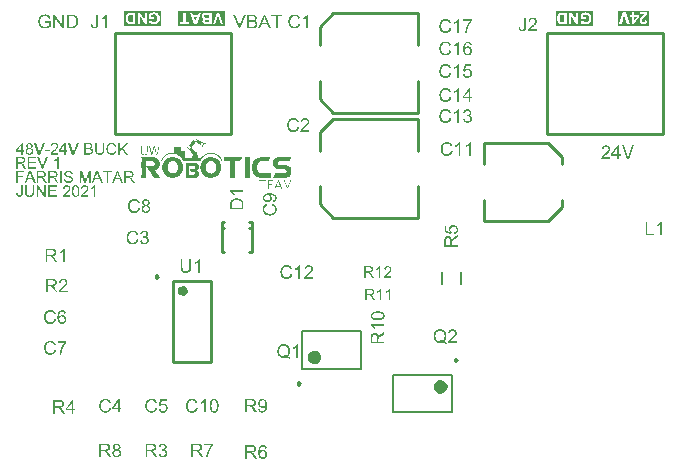
<source format=gto>
G04*
G04 #@! TF.GenerationSoftware,Altium Limited,Altium Designer,21.2.2 (38)*
G04*
G04 Layer_Color=65535*
%FSLAX25Y25*%
%MOIN*%
G70*
G04*
G04 #@! TF.SameCoordinates,00FE7A0C-3AD2-496B-9420-9E862BC3E7C8*
G04*
G04*
G04 #@! TF.FilePolarity,Positive*
G04*
G01*
G75*
%ADD10C,0.01575*%
%ADD11C,0.00984*%
%ADD12C,0.02362*%
%ADD13C,0.01000*%
%ADD14C,0.00787*%
G36*
X419840Y445267D02*
X420013D01*
Y445181D01*
X420186D01*
Y445094D01*
X420360D01*
Y445007D01*
X420533D01*
Y444921D01*
X420620D01*
Y444834D01*
X420793D01*
Y444747D01*
X420966D01*
Y444661D01*
X421140D01*
Y444574D01*
X421313D01*
Y444487D01*
X421487D01*
Y444401D01*
X421573D01*
Y444314D01*
X421746D01*
Y444227D01*
X421920D01*
Y444141D01*
X422093D01*
Y444054D01*
X421660D01*
Y443967D01*
X421573D01*
Y443881D01*
X421487D01*
Y443794D01*
Y443707D01*
Y443621D01*
Y443534D01*
Y443447D01*
X421573D01*
Y443361D01*
X421746D01*
Y443274D01*
X422093D01*
Y443361D01*
X422267D01*
Y443447D01*
X422353D01*
Y443361D01*
Y443274D01*
Y443187D01*
X422267D01*
Y443101D01*
Y443014D01*
Y442927D01*
Y442841D01*
Y442754D01*
X422440D01*
Y442667D01*
X422787D01*
Y442581D01*
X422007D01*
Y442667D01*
Y442754D01*
X421920D01*
Y442841D01*
Y442927D01*
Y443014D01*
X421833D01*
Y443101D01*
Y443187D01*
X421746D01*
Y443274D01*
X421573D01*
Y443361D01*
X421400D01*
Y443447D01*
X421227D01*
Y443534D01*
X421140D01*
Y443621D01*
X420966D01*
Y443707D01*
X420793D01*
Y443794D01*
X420620D01*
Y443881D01*
X420446D01*
Y443967D01*
X420360D01*
Y444054D01*
X420186D01*
Y444141D01*
X420013D01*
Y444227D01*
X419840D01*
Y444141D01*
X419753D01*
Y444054D01*
X419666D01*
Y443967D01*
X419580D01*
Y443881D01*
X419493D01*
Y443794D01*
Y443707D01*
X419406D01*
Y443621D01*
X419320D01*
Y443534D01*
X419233D01*
Y443447D01*
X419146D01*
Y443361D01*
X419060D01*
Y443274D01*
X418973D01*
Y443187D01*
X418886D01*
Y443101D01*
X418800D01*
Y443014D01*
Y442927D01*
X418713D01*
Y442841D01*
X418626D01*
Y442754D01*
X418540D01*
Y442667D01*
X418366D01*
Y442581D01*
Y442494D01*
X418453D01*
Y442407D01*
X418540D01*
Y442320D01*
Y442234D01*
X418626D01*
Y442147D01*
X418713D01*
Y442061D01*
X418800D01*
Y441974D01*
X418886D01*
Y441887D01*
X418973D01*
Y441800D01*
X419060D01*
Y441714D01*
Y441627D01*
X419146D01*
Y441540D01*
X419233D01*
Y441454D01*
X419320D01*
Y441367D01*
X419406D01*
Y441281D01*
Y441194D01*
X419493D01*
Y441107D01*
X419580D01*
Y441020D01*
X419666D01*
Y440934D01*
X420186D01*
Y440847D01*
Y440760D01*
Y440674D01*
X420273D01*
Y440587D01*
Y440500D01*
Y440414D01*
Y440327D01*
X420360D01*
Y440240D01*
Y440154D01*
Y440067D01*
Y439980D01*
X420446D01*
Y439894D01*
Y439807D01*
Y439720D01*
X420533D01*
Y439634D01*
Y439547D01*
Y439460D01*
Y439374D01*
X420620D01*
Y439287D01*
Y439200D01*
Y439114D01*
Y439027D01*
Y438940D01*
X421573D01*
Y439027D01*
X421660D01*
Y439114D01*
X421746D01*
Y439200D01*
X421833D01*
Y439287D01*
Y439374D01*
X421920D01*
Y439460D01*
X422007D01*
Y439547D01*
X422093D01*
Y439634D01*
X422180D01*
Y439720D01*
X422267D01*
Y439807D01*
X422440D01*
Y439894D01*
X422527D01*
Y439980D01*
X422613D01*
Y440067D01*
X422787D01*
Y440154D01*
X422960D01*
Y440240D01*
X423133D01*
Y440327D01*
X423307D01*
Y440414D01*
X423567D01*
Y440500D01*
X423827D01*
Y440587D01*
X424347D01*
Y440674D01*
X425560D01*
Y440587D01*
X425993D01*
Y440500D01*
X426254D01*
Y440414D01*
X426513D01*
Y440327D01*
X426774D01*
Y440240D01*
X426860D01*
Y440154D01*
X427034D01*
Y440067D01*
X427207D01*
Y439980D01*
X427293D01*
Y439894D01*
X427467D01*
Y439807D01*
X427554D01*
Y439720D01*
X427640D01*
Y439634D01*
X427727D01*
Y439547D01*
X427814D01*
Y439460D01*
X427900D01*
Y439374D01*
X427987D01*
Y439287D01*
X428074D01*
Y439200D01*
X428160D01*
Y439114D01*
Y439027D01*
X428247D01*
Y438940D01*
X428334D01*
Y438854D01*
Y438767D01*
X428420D01*
Y438680D01*
Y438594D01*
X428507D01*
Y438507D01*
Y438420D01*
X428594D01*
Y438334D01*
Y438247D01*
X428680D01*
Y438160D01*
Y438074D01*
X428507D01*
Y437987D01*
X428420D01*
Y438074D01*
X428334D01*
Y438160D01*
Y438247D01*
X428247D01*
Y438334D01*
Y438420D01*
X428160D01*
Y438507D01*
Y438594D01*
X428074D01*
Y438680D01*
Y438767D01*
X427987D01*
Y438854D01*
X427900D01*
Y438940D01*
Y439027D01*
X427814D01*
Y439114D01*
X427727D01*
Y439200D01*
X427640D01*
Y439287D01*
X427554D01*
Y439374D01*
X427467D01*
Y439460D01*
X427380D01*
Y439547D01*
X427293D01*
Y439634D01*
X427120D01*
Y439720D01*
X427034D01*
Y439807D01*
X426860D01*
Y439894D01*
X426687D01*
Y439980D01*
X426513D01*
Y440067D01*
X426340D01*
Y440154D01*
X426080D01*
Y440240D01*
X425733D01*
Y440327D01*
X424087D01*
Y440240D01*
X423740D01*
Y440154D01*
X423480D01*
Y440067D01*
X423307D01*
Y439980D01*
X423133D01*
Y439894D01*
X422960D01*
Y439807D01*
X422787D01*
Y439720D01*
X422700D01*
Y439634D01*
X422613D01*
Y439547D01*
X422440D01*
Y439460D01*
X422353D01*
Y439374D01*
X422267D01*
Y439287D01*
X422180D01*
Y439200D01*
X422093D01*
Y439114D01*
Y439027D01*
X422007D01*
Y438940D01*
X421920D01*
Y438854D01*
X421833D01*
Y438767D01*
Y438680D01*
X421746D01*
Y438594D01*
X421660D01*
Y438507D01*
Y438420D01*
X421573D01*
Y438334D01*
Y438247D01*
Y438160D01*
X421487D01*
Y438074D01*
Y437987D01*
X415593D01*
Y438074D01*
X415506D01*
Y438160D01*
Y438247D01*
X415419D01*
Y438334D01*
Y438420D01*
X415333D01*
Y438507D01*
Y438594D01*
X415246D01*
Y438680D01*
Y438767D01*
X415159D01*
Y438854D01*
X415073D01*
Y438940D01*
X414986D01*
Y439027D01*
Y439114D01*
X414899D01*
Y439200D01*
X414813D01*
Y439287D01*
X414726D01*
Y439374D01*
X414639D01*
Y439460D01*
X414553D01*
Y439547D01*
X414466D01*
Y439634D01*
X414293D01*
Y439720D01*
X414206D01*
Y439807D01*
X414033D01*
Y439894D01*
X413859D01*
Y439980D01*
X413773D01*
Y440067D01*
X413513D01*
Y440154D01*
X413253D01*
Y440240D01*
X412993D01*
Y440327D01*
X411172D01*
Y440240D01*
X410913D01*
Y440154D01*
X410652D01*
Y440067D01*
X410393D01*
Y439980D01*
X410219D01*
Y439894D01*
X410046D01*
Y439807D01*
X409959D01*
Y439720D01*
X409872D01*
Y439634D01*
X409699D01*
Y439547D01*
X409612D01*
Y439460D01*
X409526D01*
Y439374D01*
X409439D01*
Y439287D01*
X409352D01*
Y439200D01*
X409266D01*
Y439114D01*
X409179D01*
Y439027D01*
Y438940D01*
X409092D01*
Y438854D01*
X409006D01*
Y438767D01*
X408919D01*
Y438680D01*
Y438594D01*
X408832D01*
Y438507D01*
Y438420D01*
X408746D01*
Y438334D01*
Y438247D01*
X408659D01*
Y438160D01*
Y438074D01*
Y437987D01*
X408572D01*
Y438074D01*
X408312D01*
Y438160D01*
Y438247D01*
X408399D01*
Y438334D01*
Y438420D01*
X408486D01*
Y438507D01*
Y438594D01*
X408572D01*
Y438680D01*
Y438767D01*
X408659D01*
Y438854D01*
Y438940D01*
X408746D01*
Y439027D01*
X408832D01*
Y439114D01*
Y439200D01*
X408919D01*
Y439287D01*
X409006D01*
Y439374D01*
X409092D01*
Y439460D01*
X409179D01*
Y439547D01*
X409266D01*
Y439634D01*
X409352D01*
Y439720D01*
X409439D01*
Y439807D01*
X409526D01*
Y439894D01*
X409699D01*
Y439980D01*
X409786D01*
Y440067D01*
X409959D01*
Y440154D01*
X410046D01*
Y440240D01*
X410219D01*
Y440327D01*
X410393D01*
Y440414D01*
X410652D01*
Y440500D01*
X410999D01*
Y440587D01*
X411433D01*
Y440674D01*
X412646D01*
Y440760D01*
Y440847D01*
Y440934D01*
Y441020D01*
Y441107D01*
Y441194D01*
Y441281D01*
Y441367D01*
Y441454D01*
Y441540D01*
Y441627D01*
Y441714D01*
Y441800D01*
Y441887D01*
Y441974D01*
Y442061D01*
X412733D01*
Y442147D01*
Y442234D01*
Y442320D01*
Y442407D01*
Y442494D01*
Y442581D01*
X414986D01*
Y442494D01*
Y442407D01*
Y442320D01*
Y442234D01*
Y442147D01*
Y442061D01*
Y441974D01*
Y441887D01*
Y441800D01*
Y441714D01*
Y441627D01*
Y441540D01*
Y441454D01*
Y441367D01*
Y441281D01*
Y441194D01*
X416373D01*
Y441107D01*
Y441020D01*
Y440934D01*
Y440847D01*
Y440760D01*
Y440674D01*
Y440587D01*
Y440500D01*
Y440414D01*
Y440327D01*
Y440240D01*
Y440154D01*
Y440067D01*
Y439980D01*
Y439894D01*
Y439807D01*
Y439720D01*
Y439634D01*
Y439547D01*
Y439460D01*
Y439374D01*
Y439287D01*
Y439200D01*
Y439114D01*
Y439027D01*
X416806D01*
Y438940D01*
X416893D01*
Y439027D01*
X416980D01*
Y438940D01*
X418540D01*
Y439027D01*
Y439114D01*
X418626D01*
Y439200D01*
Y439287D01*
Y439374D01*
Y439460D01*
X418713D01*
Y439547D01*
Y439634D01*
Y439720D01*
Y439807D01*
X418800D01*
Y439894D01*
Y439980D01*
Y440067D01*
X418886D01*
Y440154D01*
Y440240D01*
X418800D01*
Y440327D01*
X418713D01*
Y440414D01*
X418626D01*
Y440500D01*
Y440587D01*
X418540D01*
Y440674D01*
X418453D01*
Y440760D01*
X418366D01*
Y440847D01*
X418280D01*
Y440934D01*
X418193D01*
Y441020D01*
X418106D01*
Y441107D01*
Y441194D01*
X418020D01*
Y441281D01*
X417933D01*
Y441367D01*
X417846D01*
Y441454D01*
X417760D01*
Y441540D01*
Y441627D01*
X417673D01*
Y441714D01*
X417586D01*
Y441800D01*
X417500D01*
Y441887D01*
X417413D01*
Y441974D01*
X417326D01*
Y442061D01*
Y442147D01*
X417240D01*
Y442234D01*
X417153D01*
Y442320D01*
X417066D01*
Y442407D01*
Y442494D01*
Y442581D01*
Y442667D01*
X417153D01*
Y442754D01*
Y442841D01*
X417240D01*
Y442927D01*
X417413D01*
Y443014D01*
Y443101D01*
X417500D01*
Y443187D01*
X417586D01*
Y443274D01*
X417673D01*
Y443361D01*
X417760D01*
Y443447D01*
Y443534D01*
X417846D01*
Y443621D01*
X417933D01*
Y443707D01*
X418020D01*
Y443794D01*
X418106D01*
Y443881D01*
X418193D01*
Y443967D01*
X418280D01*
Y444054D01*
Y444141D01*
X418366D01*
Y444227D01*
X418453D01*
Y444314D01*
X418540D01*
Y444401D01*
X418626D01*
Y444487D01*
Y444574D01*
X418713D01*
Y444661D01*
X418800D01*
Y444747D01*
X418886D01*
Y444834D01*
X418973D01*
Y444921D01*
X419060D01*
Y445007D01*
X419146D01*
Y445094D01*
X419233D01*
Y445007D01*
Y444921D01*
Y444834D01*
Y444747D01*
Y444661D01*
X419320D01*
Y444574D01*
X419406D01*
Y444487D01*
X419926D01*
Y444574D01*
X420013D01*
Y444661D01*
X420100D01*
Y444747D01*
Y444834D01*
Y444921D01*
Y445007D01*
Y445094D01*
X420013D01*
Y445181D01*
X419840D01*
Y445267D01*
X419493D01*
Y445354D01*
X419840D01*
Y445267D01*
D02*
G37*
G36*
X422267Y443967D02*
X422353D01*
Y443881D01*
X423047D01*
Y443967D01*
X423133D01*
Y443881D01*
Y443794D01*
X423220D01*
Y443707D01*
Y443621D01*
X423307D01*
Y443534D01*
Y443447D01*
X423393D01*
Y443361D01*
Y443274D01*
X423480D01*
Y443187D01*
X423393D01*
Y443274D01*
X423307D01*
Y443361D01*
X423220D01*
Y443447D01*
Y443534D01*
X423133D01*
Y443621D01*
X423047D01*
Y443707D01*
X422873D01*
Y443621D01*
X422700D01*
Y443534D01*
X422440D01*
Y443447D01*
X422353D01*
Y443534D01*
Y443621D01*
Y443707D01*
Y443794D01*
Y443881D01*
X422267D01*
Y443967D01*
X422180D01*
Y444054D01*
X422267D01*
Y443967D01*
D02*
G37*
G36*
X407706Y442927D02*
Y442841D01*
Y442754D01*
X407619D01*
Y442667D01*
Y442581D01*
Y442494D01*
Y442407D01*
X407532D01*
Y442320D01*
Y442234D01*
Y442147D01*
Y442061D01*
Y441974D01*
X407446D01*
Y441887D01*
Y441800D01*
Y441714D01*
Y441627D01*
X407359D01*
Y441540D01*
Y441454D01*
Y441367D01*
Y441281D01*
X407272D01*
Y441194D01*
Y441107D01*
Y441020D01*
Y440934D01*
Y440847D01*
X407186D01*
Y440760D01*
Y440674D01*
Y440587D01*
Y440500D01*
X407099D01*
Y440414D01*
Y440327D01*
Y440240D01*
Y440154D01*
X407012D01*
Y440067D01*
Y439980D01*
X406666D01*
Y440067D01*
Y440154D01*
Y440240D01*
X406579D01*
Y440327D01*
Y440414D01*
Y440500D01*
Y440587D01*
X406492D01*
Y440674D01*
Y440760D01*
Y440847D01*
Y440934D01*
X406405D01*
Y441020D01*
Y441107D01*
Y441194D01*
Y441281D01*
X406319D01*
Y441367D01*
Y441454D01*
Y441540D01*
Y441627D01*
X406232D01*
Y441714D01*
Y441800D01*
Y441887D01*
Y441974D01*
Y442061D01*
X406145D01*
Y442147D01*
Y442234D01*
Y442320D01*
X406059D01*
Y442407D01*
Y442494D01*
Y442581D01*
X405972D01*
Y442494D01*
X405886D01*
Y442407D01*
Y442320D01*
Y442234D01*
Y442147D01*
Y442061D01*
X405799D01*
Y441974D01*
Y441887D01*
Y441800D01*
X405712D01*
Y441714D01*
Y441627D01*
Y441540D01*
Y441454D01*
Y441367D01*
X405625D01*
Y441281D01*
Y441194D01*
Y441107D01*
X405539D01*
Y441020D01*
Y440934D01*
Y440847D01*
Y440760D01*
X405452D01*
Y440674D01*
Y440587D01*
Y440500D01*
Y440414D01*
X405366D01*
Y440327D01*
Y440240D01*
Y440154D01*
X405279D01*
Y440067D01*
Y439980D01*
X404932D01*
Y440067D01*
Y440154D01*
Y440240D01*
Y440327D01*
Y440414D01*
X404845D01*
Y440500D01*
Y440587D01*
Y440674D01*
X404759D01*
Y440760D01*
Y440847D01*
Y440934D01*
Y441020D01*
Y441107D01*
X404672D01*
Y441194D01*
Y441281D01*
Y441367D01*
Y441454D01*
Y441540D01*
X404585D01*
Y441627D01*
Y441714D01*
Y441800D01*
Y441887D01*
X404499D01*
Y441974D01*
Y442061D01*
Y442147D01*
Y442234D01*
X404412D01*
Y442320D01*
Y442407D01*
Y442494D01*
Y442581D01*
Y442667D01*
X404325D01*
Y442754D01*
Y442841D01*
Y442927D01*
Y443014D01*
X404585D01*
Y442927D01*
Y442841D01*
Y442754D01*
Y442667D01*
X404672D01*
Y442581D01*
Y442494D01*
Y442407D01*
Y442320D01*
X404759D01*
Y442234D01*
Y442147D01*
Y442061D01*
Y441974D01*
X404845D01*
Y441887D01*
Y441800D01*
Y441714D01*
Y441627D01*
Y441540D01*
X404932D01*
Y441454D01*
Y441367D01*
Y441281D01*
Y441194D01*
X405019D01*
Y441107D01*
Y441020D01*
Y440934D01*
Y440847D01*
X405105D01*
Y440760D01*
Y440674D01*
Y440587D01*
Y440500D01*
Y440414D01*
X405279D01*
Y440500D01*
Y440587D01*
Y440674D01*
Y440760D01*
Y440847D01*
Y440934D01*
X405366D01*
Y441020D01*
Y441107D01*
Y441194D01*
X405452D01*
Y441281D01*
Y441367D01*
Y441454D01*
Y441540D01*
X405539D01*
Y441627D01*
Y441714D01*
Y441800D01*
Y441887D01*
X405625D01*
Y441974D01*
Y442061D01*
Y442147D01*
Y442234D01*
X405712D01*
Y442320D01*
Y442407D01*
Y442494D01*
Y442581D01*
X405799D01*
Y442667D01*
Y442754D01*
Y442841D01*
X405886D01*
Y442927D01*
Y443014D01*
X406145D01*
Y442927D01*
X406232D01*
Y442841D01*
Y442754D01*
Y442667D01*
Y442581D01*
X406319D01*
Y442494D01*
Y442407D01*
Y442320D01*
Y442234D01*
X406405D01*
Y442147D01*
Y442061D01*
Y441974D01*
Y441887D01*
X406492D01*
Y441800D01*
Y441714D01*
Y441627D01*
X406579D01*
Y441540D01*
Y441454D01*
Y441367D01*
Y441281D01*
X406666D01*
Y441194D01*
Y441107D01*
Y441020D01*
Y440934D01*
Y440847D01*
X406752D01*
Y440760D01*
Y440674D01*
Y440587D01*
Y440500D01*
Y440414D01*
X406926D01*
Y440500D01*
Y440587D01*
Y440674D01*
Y440760D01*
Y440847D01*
X407012D01*
Y440934D01*
Y441020D01*
Y441107D01*
X407099D01*
Y441194D01*
Y441281D01*
Y441367D01*
Y441454D01*
Y441540D01*
X407186D01*
Y441627D01*
Y441714D01*
Y441800D01*
Y441887D01*
Y441974D01*
X407272D01*
Y442061D01*
Y442147D01*
Y442234D01*
X407359D01*
Y442320D01*
Y442407D01*
Y442494D01*
Y442581D01*
Y442667D01*
X407446D01*
Y442754D01*
Y442841D01*
Y442927D01*
Y443014D01*
X407706D01*
Y442927D01*
D02*
G37*
G36*
X403805D02*
Y442841D01*
Y442754D01*
Y442667D01*
Y442581D01*
Y442494D01*
Y442407D01*
Y442320D01*
Y442234D01*
Y442147D01*
Y442061D01*
Y441974D01*
Y441887D01*
Y441800D01*
Y441714D01*
Y441627D01*
Y441540D01*
Y441454D01*
Y441367D01*
Y441281D01*
Y441194D01*
Y441107D01*
Y441020D01*
Y440934D01*
Y440847D01*
X403719D01*
Y440760D01*
Y440674D01*
Y440587D01*
Y440500D01*
Y440414D01*
X403632D01*
Y440327D01*
Y440240D01*
X403545D01*
Y440154D01*
X403459D01*
Y440067D01*
X403285D01*
Y439980D01*
X403025D01*
Y439894D01*
X402419D01*
Y439980D01*
X402072D01*
Y440067D01*
X401985D01*
Y440154D01*
X401812D01*
Y440240D01*
Y440327D01*
X401725D01*
Y440414D01*
Y440500D01*
Y440587D01*
Y440674D01*
X401639D01*
Y440760D01*
Y440847D01*
Y440934D01*
Y441020D01*
Y441107D01*
Y441194D01*
Y441281D01*
Y441367D01*
Y441454D01*
Y441540D01*
Y441627D01*
Y441714D01*
Y441800D01*
Y441887D01*
Y441974D01*
Y442061D01*
Y442147D01*
Y442234D01*
Y442320D01*
Y442407D01*
Y442494D01*
Y442581D01*
Y442667D01*
Y442754D01*
Y442841D01*
Y442927D01*
Y443014D01*
X401985D01*
Y442927D01*
Y442841D01*
Y442754D01*
Y442667D01*
Y442581D01*
Y442494D01*
Y442407D01*
Y442320D01*
Y442234D01*
Y442147D01*
Y442061D01*
Y441974D01*
Y441887D01*
Y441800D01*
Y441714D01*
Y441627D01*
Y441540D01*
Y441454D01*
Y441367D01*
Y441281D01*
Y441194D01*
Y441107D01*
Y441020D01*
Y440934D01*
Y440847D01*
Y440760D01*
Y440674D01*
Y440587D01*
Y440500D01*
Y440414D01*
X402072D01*
Y440327D01*
X402159D01*
Y440240D01*
X402332D01*
Y440154D01*
X402679D01*
Y440067D01*
X402765D01*
Y440154D01*
X402852D01*
Y440067D01*
X402939D01*
Y440154D01*
X403199D01*
Y440240D01*
X403285D01*
Y440327D01*
X403372D01*
Y440414D01*
X403459D01*
Y440500D01*
Y440587D01*
Y440674D01*
Y440760D01*
X403545D01*
Y440847D01*
Y440934D01*
Y441020D01*
Y441107D01*
Y441194D01*
Y441281D01*
Y441367D01*
Y441454D01*
Y441540D01*
Y441627D01*
Y441714D01*
Y441800D01*
Y441887D01*
Y441974D01*
Y442061D01*
Y442147D01*
Y442234D01*
Y442320D01*
Y442407D01*
Y442494D01*
Y442581D01*
Y442667D01*
Y442754D01*
Y442841D01*
Y442927D01*
Y443014D01*
X403805D01*
Y442927D01*
D02*
G37*
G36*
X425733Y439114D02*
X426080D01*
Y439027D01*
X426340D01*
Y438940D01*
X426513D01*
Y438854D01*
X426687D01*
Y438767D01*
X426860D01*
Y438680D01*
X426947D01*
Y438594D01*
X427120D01*
Y438507D01*
X427207D01*
Y438420D01*
X427293D01*
Y438334D01*
X427380D01*
Y438247D01*
X427467D01*
Y438160D01*
X427554D01*
Y438074D01*
X427640D01*
Y437987D01*
Y437900D01*
X427727D01*
Y437814D01*
X427814D01*
Y437727D01*
Y437640D01*
X427900D01*
Y437554D01*
Y437467D01*
X427987D01*
Y437380D01*
Y437293D01*
X428074D01*
Y437207D01*
Y437120D01*
Y437034D01*
X428160D01*
Y436947D01*
Y436860D01*
Y436773D01*
X428247D01*
Y436687D01*
Y436600D01*
Y436514D01*
Y436427D01*
Y436340D01*
Y436253D01*
X428334D01*
Y436167D01*
Y436080D01*
Y435993D01*
Y435907D01*
Y435820D01*
Y435733D01*
Y435647D01*
Y435560D01*
Y435473D01*
Y435387D01*
X428247D01*
Y435300D01*
Y435213D01*
Y435127D01*
Y435040D01*
Y434953D01*
Y434867D01*
X428160D01*
Y434780D01*
Y434693D01*
Y434607D01*
X428074D01*
Y434520D01*
Y434433D01*
Y434347D01*
X427987D01*
Y434260D01*
Y434173D01*
Y434087D01*
X427900D01*
Y434000D01*
X427814D01*
Y433913D01*
Y433827D01*
X427727D01*
Y433740D01*
X427640D01*
Y433653D01*
Y433567D01*
X427554D01*
Y433480D01*
X427467D01*
Y433393D01*
X427380D01*
Y433307D01*
X427293D01*
Y433220D01*
X427207D01*
Y433133D01*
X427120D01*
Y433047D01*
X427034D01*
Y432960D01*
X426860D01*
Y432873D01*
X426687D01*
Y432787D01*
X426513D01*
Y432700D01*
X426340D01*
Y432613D01*
X426080D01*
Y432527D01*
X425733D01*
Y432440D01*
X424087D01*
Y432527D01*
X423740D01*
Y432613D01*
X423480D01*
Y432700D01*
X423220D01*
Y432787D01*
X423047D01*
Y432873D01*
X422873D01*
Y432960D01*
X422787D01*
Y433047D01*
X422700D01*
Y433133D01*
X422527D01*
Y433220D01*
X422440D01*
Y433307D01*
X422353D01*
Y433393D01*
X422267D01*
Y433480D01*
X422180D01*
Y433567D01*
Y433653D01*
X422093D01*
Y433740D01*
X422007D01*
Y433827D01*
Y433913D01*
X421920D01*
Y434000D01*
X421833D01*
Y434087D01*
Y434173D01*
X421746D01*
Y434260D01*
Y434347D01*
X421660D01*
Y434433D01*
Y434520D01*
Y434607D01*
Y434693D01*
X421573D01*
Y434780D01*
Y434867D01*
Y434953D01*
Y435040D01*
X421487D01*
Y435127D01*
Y435213D01*
Y435300D01*
Y435387D01*
Y435473D01*
X421400D01*
Y435560D01*
Y435647D01*
Y435733D01*
Y435820D01*
Y435907D01*
Y435993D01*
Y436080D01*
Y436167D01*
X421487D01*
Y436253D01*
Y436340D01*
Y436427D01*
Y436514D01*
Y436600D01*
Y436687D01*
X421573D01*
Y436773D01*
Y436860D01*
Y436947D01*
Y437034D01*
X421660D01*
Y437120D01*
Y437207D01*
Y437293D01*
X421746D01*
Y437380D01*
Y437467D01*
X421833D01*
Y437554D01*
Y437640D01*
X421920D01*
Y437727D01*
Y437814D01*
X422007D01*
Y437900D01*
X422093D01*
Y437987D01*
X422180D01*
Y438074D01*
X422267D01*
Y438160D01*
Y438247D01*
X422440D01*
Y438334D01*
X422527D01*
Y438420D01*
X422613D01*
Y438507D01*
X422700D01*
Y438594D01*
X422787D01*
Y438680D01*
X422960D01*
Y438767D01*
X423133D01*
Y438854D01*
X423220D01*
Y438940D01*
X423480D01*
Y439027D01*
X423740D01*
Y439114D01*
X424000D01*
Y439200D01*
X425733D01*
Y439114D01*
D02*
G37*
G36*
X419580Y437207D02*
X420100D01*
Y437120D01*
X420273D01*
Y437034D01*
X420446D01*
Y436947D01*
X420533D01*
Y436860D01*
X420620D01*
Y436773D01*
X420707D01*
Y436687D01*
Y436600D01*
X420793D01*
Y436514D01*
Y436427D01*
Y436340D01*
X420880D01*
Y436253D01*
Y436167D01*
Y436080D01*
Y435993D01*
Y435907D01*
Y435820D01*
Y435733D01*
Y435647D01*
X420793D01*
Y435560D01*
Y435473D01*
Y435387D01*
X420707D01*
Y435300D01*
X420620D01*
Y435213D01*
X420533D01*
Y435127D01*
X420360D01*
Y435040D01*
X420186D01*
Y434953D01*
Y434867D01*
X420273D01*
Y434780D01*
X420446D01*
Y434693D01*
X420533D01*
Y434607D01*
X420620D01*
Y434520D01*
X420707D01*
Y434433D01*
Y434347D01*
X420793D01*
Y434260D01*
Y434173D01*
X420880D01*
Y434087D01*
Y434000D01*
Y433913D01*
Y433827D01*
Y433740D01*
Y433653D01*
Y433567D01*
Y433480D01*
Y433393D01*
Y433307D01*
Y433220D01*
Y433133D01*
X420793D01*
Y433047D01*
Y432960D01*
X420707D01*
Y432873D01*
X420620D01*
Y432787D01*
X420533D01*
Y432700D01*
X420446D01*
Y432613D01*
X420273D01*
Y432527D01*
X420100D01*
Y432440D01*
X416460D01*
Y432527D01*
Y432613D01*
Y432700D01*
Y432787D01*
Y432873D01*
Y432960D01*
Y433047D01*
Y433133D01*
Y433220D01*
Y433307D01*
Y433393D01*
Y433480D01*
Y433567D01*
Y433653D01*
Y433740D01*
Y433827D01*
Y433913D01*
Y434000D01*
Y434087D01*
Y434173D01*
Y434260D01*
Y434347D01*
Y434433D01*
Y434520D01*
Y434607D01*
Y434693D01*
Y434780D01*
Y434867D01*
Y434953D01*
Y435040D01*
Y435127D01*
Y435213D01*
Y435300D01*
Y435387D01*
Y435473D01*
Y435560D01*
Y435647D01*
Y435733D01*
Y435820D01*
Y435907D01*
Y435993D01*
Y436080D01*
Y436167D01*
Y436253D01*
Y436340D01*
Y436427D01*
Y436514D01*
Y436600D01*
Y436687D01*
Y436773D01*
Y436860D01*
Y436947D01*
Y437034D01*
Y437120D01*
Y437207D01*
Y437293D01*
X419580D01*
Y437207D01*
D02*
G37*
G36*
X412993Y439114D02*
X413339D01*
Y439027D01*
X413599D01*
Y438940D01*
X413773D01*
Y438854D01*
X413946D01*
Y438767D01*
X414119D01*
Y438680D01*
X414206D01*
Y438594D01*
X414379D01*
Y438507D01*
X414466D01*
Y438420D01*
X414553D01*
Y438334D01*
X414639D01*
Y438247D01*
X414726D01*
Y438160D01*
X414813D01*
Y438074D01*
X414899D01*
Y437987D01*
X414986D01*
Y437900D01*
Y437814D01*
X415073D01*
Y437727D01*
X415159D01*
Y437640D01*
Y437554D01*
X415246D01*
Y437467D01*
Y437380D01*
X415333D01*
Y437293D01*
Y437207D01*
Y437120D01*
X415419D01*
Y437034D01*
Y436947D01*
Y436860D01*
X415506D01*
Y436773D01*
Y436687D01*
Y436600D01*
Y436514D01*
Y436427D01*
X415593D01*
Y436340D01*
X415506D01*
Y436253D01*
Y436167D01*
X415593D01*
Y436080D01*
Y435993D01*
Y435907D01*
Y435820D01*
Y435733D01*
Y435647D01*
Y435560D01*
Y435473D01*
X415506D01*
Y435387D01*
Y435300D01*
X415593D01*
Y435213D01*
X415506D01*
Y435127D01*
Y435040D01*
Y434953D01*
Y434867D01*
Y434780D01*
X415419D01*
Y434693D01*
Y434607D01*
Y434520D01*
X415333D01*
Y434433D01*
Y434347D01*
X415246D01*
Y434260D01*
Y434173D01*
Y434087D01*
X415159D01*
Y434000D01*
Y433913D01*
X415073D01*
Y433827D01*
X414986D01*
Y433740D01*
Y433653D01*
X414899D01*
Y433567D01*
X414813D01*
Y433480D01*
X414726D01*
Y433393D01*
X414639D01*
Y433307D01*
X414553D01*
Y433220D01*
X414466D01*
Y433133D01*
X414379D01*
Y433047D01*
X414293D01*
Y432960D01*
X414119D01*
Y432873D01*
X413946D01*
Y432787D01*
X413859D01*
Y432700D01*
X413599D01*
Y432613D01*
X413339D01*
Y432527D01*
X412993D01*
Y432440D01*
X411346D01*
Y432527D01*
X410999D01*
Y432613D01*
X410739D01*
Y432700D01*
X410479D01*
Y432787D01*
X410306D01*
Y432873D01*
X410219D01*
Y432960D01*
X410046D01*
Y433047D01*
X409959D01*
Y433133D01*
X409872D01*
Y433220D01*
X409786D01*
Y433307D01*
X409612D01*
Y433393D01*
X409526D01*
Y433480D01*
Y433567D01*
X409439D01*
Y433653D01*
X409352D01*
Y433740D01*
X409266D01*
Y433827D01*
Y433913D01*
X409179D01*
Y434000D01*
Y434087D01*
X409092D01*
Y434173D01*
Y434260D01*
X409006D01*
Y434347D01*
Y434433D01*
X408919D01*
Y434520D01*
Y434607D01*
Y434693D01*
X408832D01*
Y434780D01*
Y434867D01*
Y434953D01*
Y435040D01*
X408746D01*
Y435127D01*
Y435213D01*
Y435300D01*
Y435387D01*
Y435473D01*
Y435560D01*
Y435647D01*
Y435733D01*
Y435820D01*
Y435907D01*
Y435993D01*
Y436080D01*
Y436167D01*
Y436253D01*
Y436340D01*
Y436427D01*
Y436514D01*
Y436600D01*
X408832D01*
Y436687D01*
Y436773D01*
Y436860D01*
Y436947D01*
Y437034D01*
X408919D01*
Y437120D01*
Y437207D01*
X409006D01*
Y437293D01*
Y437380D01*
X409092D01*
Y437467D01*
Y437554D01*
Y437640D01*
X409179D01*
Y437727D01*
X409266D01*
Y437814D01*
Y437900D01*
X409352D01*
Y437987D01*
X409439D01*
Y438074D01*
X409526D01*
Y438160D01*
X409612D01*
Y438247D01*
X409699D01*
Y438334D01*
X409786D01*
Y438420D01*
X409872D01*
Y438507D01*
X409959D01*
Y438594D01*
X410046D01*
Y438680D01*
X410219D01*
Y438767D01*
X410393D01*
Y438854D01*
X410566D01*
Y438940D01*
X410739D01*
Y439027D01*
X410999D01*
Y439114D01*
X411259D01*
Y439200D01*
X412993D01*
Y439114D01*
D02*
G37*
G36*
X406145D02*
X406492D01*
Y439027D01*
X406666D01*
Y438940D01*
X406839D01*
Y438854D01*
X406926D01*
Y438767D01*
X407099D01*
Y438680D01*
X407186D01*
Y438594D01*
X407272D01*
Y438507D01*
X407359D01*
Y438420D01*
X407446D01*
Y438334D01*
Y438247D01*
X407532D01*
Y438160D01*
Y438074D01*
X407619D01*
Y437987D01*
Y437900D01*
X407706D01*
Y437814D01*
Y437727D01*
Y437640D01*
X407792D01*
Y437554D01*
Y437467D01*
Y437380D01*
Y437293D01*
Y437207D01*
Y437120D01*
Y437034D01*
Y436947D01*
Y436860D01*
Y436773D01*
Y436687D01*
Y436600D01*
Y436514D01*
Y436427D01*
Y436340D01*
X407706D01*
Y436253D01*
Y436167D01*
Y436080D01*
X407619D01*
Y435993D01*
Y435907D01*
X407532D01*
Y435820D01*
Y435733D01*
X407446D01*
Y435647D01*
X407359D01*
Y435560D01*
X407272D01*
Y435473D01*
X407186D01*
Y435387D01*
X407099D01*
Y435300D01*
X407012D01*
Y435213D01*
X406839D01*
Y435127D01*
X406666D01*
Y435040D01*
X406492D01*
Y434953D01*
X406232D01*
Y434867D01*
Y434780D01*
X406319D01*
Y434693D01*
X406405D01*
Y434607D01*
X406492D01*
Y434520D01*
Y434433D01*
X406579D01*
Y434347D01*
X406666D01*
Y434260D01*
Y434173D01*
X406752D01*
Y434087D01*
X406839D01*
Y434000D01*
Y433913D01*
X406926D01*
Y433827D01*
X407012D01*
Y433740D01*
Y433653D01*
X407099D01*
Y433567D01*
X407186D01*
Y433480D01*
X407272D01*
Y433393D01*
Y433307D01*
X407359D01*
Y433220D01*
X407446D01*
Y433133D01*
Y433047D01*
X407532D01*
Y432960D01*
X407619D01*
Y432873D01*
Y432787D01*
X407706D01*
Y432700D01*
X407792D01*
Y432613D01*
Y432527D01*
X407879D01*
Y432440D01*
X407966D01*
Y432353D01*
X407879D01*
Y432440D01*
X405886D01*
Y432527D01*
X405799D01*
Y432613D01*
Y432700D01*
X405712D01*
Y432787D01*
X405625D01*
Y432873D01*
Y432960D01*
X405539D01*
Y433047D01*
X405452D01*
Y433133D01*
X405366D01*
Y433220D01*
Y433307D01*
X405279D01*
Y433393D01*
X405192D01*
Y433480D01*
Y433567D01*
X405105D01*
Y433653D01*
X405019D01*
Y433740D01*
Y433827D01*
X404932D01*
Y433913D01*
X404845D01*
Y434000D01*
X404759D01*
Y434087D01*
Y434173D01*
X404672D01*
Y434260D01*
X404585D01*
Y434347D01*
Y434433D01*
X404499D01*
Y434520D01*
X404412D01*
Y434607D01*
Y434693D01*
X404325D01*
Y434780D01*
X404239D01*
Y434867D01*
X404152D01*
Y434953D01*
Y435040D01*
X404065D01*
Y435127D01*
X403979D01*
Y435213D01*
Y435300D01*
X403892D01*
Y435387D01*
X403805D01*
Y435473D01*
Y435560D01*
X403719D01*
Y435647D01*
X403632D01*
Y435733D01*
X403545D01*
Y435820D01*
Y435907D01*
X403372D01*
Y435820D01*
Y435733D01*
Y435647D01*
Y435560D01*
Y435473D01*
Y435387D01*
Y435300D01*
Y435213D01*
Y435127D01*
Y435040D01*
Y434953D01*
Y434867D01*
Y434780D01*
Y434693D01*
Y434607D01*
Y434520D01*
Y434433D01*
Y434347D01*
Y434260D01*
Y434173D01*
Y434087D01*
Y434000D01*
Y433913D01*
Y433827D01*
Y433740D01*
Y433653D01*
Y433567D01*
Y433480D01*
Y433393D01*
Y433307D01*
Y433220D01*
Y433133D01*
Y433047D01*
Y432960D01*
Y432873D01*
Y432787D01*
Y432700D01*
Y432613D01*
Y432527D01*
Y432440D01*
X401725D01*
Y432527D01*
X401812D01*
Y432613D01*
X401725D01*
Y432700D01*
X401812D01*
Y432787D01*
X401725D01*
Y432873D01*
X401812D01*
Y432960D01*
X401725D01*
Y433047D01*
X401812D01*
Y433133D01*
X401725D01*
Y433220D01*
X401812D01*
Y433307D01*
X401725D01*
Y433393D01*
X401812D01*
Y433480D01*
X401725D01*
Y433567D01*
X401812D01*
Y433653D01*
X401725D01*
Y433740D01*
X401812D01*
Y433827D01*
X401725D01*
Y433913D01*
X401812D01*
Y434000D01*
X401725D01*
Y434087D01*
X401812D01*
Y434173D01*
X401725D01*
Y434260D01*
X401812D01*
Y434347D01*
X401725D01*
Y434433D01*
X401812D01*
Y434520D01*
X401725D01*
Y434607D01*
X401812D01*
Y434693D01*
X401725D01*
Y434780D01*
X401812D01*
Y434867D01*
X401725D01*
Y434953D01*
X401812D01*
Y435040D01*
X401725D01*
Y435127D01*
X401812D01*
Y435213D01*
X401725D01*
Y435300D01*
X401812D01*
Y435387D01*
X401725D01*
Y435473D01*
X401812D01*
Y435560D01*
X401725D01*
Y435647D01*
X401812D01*
Y435733D01*
X401725D01*
Y435820D01*
X401812D01*
Y435907D01*
X401725D01*
Y435993D01*
X401812D01*
Y436080D01*
X401725D01*
Y436167D01*
X401812D01*
Y436253D01*
X401725D01*
Y436340D01*
X401812D01*
Y436427D01*
X401725D01*
Y436514D01*
X401812D01*
Y436600D01*
X401725D01*
Y436687D01*
X401812D01*
Y436773D01*
X401725D01*
Y436860D01*
X401812D01*
Y436947D01*
X401725D01*
Y437034D01*
X401812D01*
Y437120D01*
X401725D01*
Y437207D01*
X401812D01*
Y437293D01*
X401725D01*
Y437380D01*
X401812D01*
Y437467D01*
X401725D01*
Y437554D01*
X401812D01*
Y437640D01*
X401725D01*
Y437727D01*
X401812D01*
Y437814D01*
X401725D01*
Y437900D01*
X401812D01*
Y437987D01*
X401725D01*
Y438074D01*
X401812D01*
Y438160D01*
X401725D01*
Y438247D01*
X401812D01*
Y438334D01*
X401725D01*
Y438420D01*
X401812D01*
Y438507D01*
X401725D01*
Y438594D01*
X401812D01*
Y438680D01*
X401725D01*
Y438767D01*
X401812D01*
Y438854D01*
X401725D01*
Y438940D01*
X401812D01*
Y439027D01*
X401725D01*
Y439114D01*
Y439200D01*
X406145D01*
Y439114D01*
D02*
G37*
G36*
X451735D02*
X451648D01*
Y439027D01*
Y438940D01*
X451562D01*
Y438854D01*
Y438767D01*
X451475D01*
Y438680D01*
Y438594D01*
X451388D01*
Y438507D01*
Y438420D01*
X451302D01*
Y438334D01*
Y438247D01*
Y438160D01*
X451215D01*
Y438074D01*
Y437987D01*
X451128D01*
Y437900D01*
Y437814D01*
X447575D01*
Y437727D01*
X447488D01*
Y437640D01*
X447402D01*
Y437554D01*
X447315D01*
Y437467D01*
Y437380D01*
Y437293D01*
X447228D01*
Y437207D01*
Y437120D01*
Y437034D01*
X447315D01*
Y436947D01*
Y436860D01*
Y436773D01*
X447402D01*
Y436687D01*
X447488D01*
Y436600D01*
X447748D01*
Y436514D01*
X450262D01*
Y436427D01*
X450522D01*
Y436340D01*
X450782D01*
Y436253D01*
X450955D01*
Y436167D01*
X451042D01*
Y436080D01*
X451215D01*
Y435993D01*
X451302D01*
Y435907D01*
X451388D01*
Y435820D01*
X451475D01*
Y435733D01*
Y435647D01*
X451562D01*
Y435560D01*
Y435473D01*
X451648D01*
Y435387D01*
Y435300D01*
Y435213D01*
X451735D01*
Y435127D01*
Y435040D01*
Y434953D01*
Y434867D01*
Y434780D01*
Y434693D01*
Y434607D01*
Y434520D01*
Y434433D01*
Y434347D01*
Y434260D01*
Y434173D01*
Y434087D01*
Y434000D01*
Y433913D01*
Y433827D01*
X451648D01*
Y433740D01*
Y433653D01*
Y433567D01*
X451562D01*
Y433480D01*
Y433393D01*
Y433307D01*
X451475D01*
Y433220D01*
X451388D01*
Y433133D01*
Y433047D01*
X451302D01*
Y432960D01*
X451215D01*
Y432873D01*
X451128D01*
Y432787D01*
X450955D01*
Y432700D01*
X450868D01*
Y432613D01*
X450608D01*
Y432527D01*
X450348D01*
Y432440D01*
X445668D01*
Y432527D01*
X445755D01*
Y432613D01*
Y432700D01*
X445841D01*
Y432787D01*
Y432873D01*
X445928D01*
Y432960D01*
Y433047D01*
Y433133D01*
X446015D01*
Y433220D01*
Y433307D01*
X446101D01*
Y433393D01*
Y433480D01*
X446188D01*
Y433567D01*
Y433653D01*
X446275D01*
Y433740D01*
Y433827D01*
X449742D01*
Y433913D01*
X449915D01*
Y434000D01*
X450002D01*
Y434087D01*
X450088D01*
Y434173D01*
Y434260D01*
Y434347D01*
X450175D01*
Y434433D01*
Y434520D01*
Y434607D01*
Y434693D01*
X450088D01*
Y434780D01*
Y434867D01*
X450002D01*
Y434953D01*
X449915D01*
Y435040D01*
X449828D01*
Y435127D01*
X449568D01*
Y435213D01*
X447055D01*
Y435300D01*
X446795D01*
Y435387D01*
X446622D01*
Y435473D01*
X446448D01*
Y435560D01*
X446275D01*
Y435647D01*
X446188D01*
Y435733D01*
X446101D01*
Y435820D01*
X446015D01*
Y435907D01*
X445928D01*
Y435993D01*
X445841D01*
Y436080D01*
Y436167D01*
X445755D01*
Y436253D01*
Y436340D01*
Y436427D01*
X445668D01*
Y436514D01*
Y436600D01*
Y436687D01*
Y436773D01*
Y436860D01*
Y436947D01*
Y437034D01*
Y437120D01*
Y437207D01*
Y437293D01*
Y437380D01*
Y437467D01*
Y437554D01*
Y437640D01*
Y437727D01*
Y437814D01*
X445755D01*
Y437900D01*
Y437987D01*
Y438074D01*
Y438160D01*
X445841D01*
Y438247D01*
Y438334D01*
X445928D01*
Y438420D01*
Y438507D01*
X446015D01*
Y438594D01*
X446101D01*
Y438680D01*
X446188D01*
Y438767D01*
X446275D01*
Y438854D01*
X446448D01*
Y438940D01*
X446535D01*
Y439027D01*
X446795D01*
Y439114D01*
X447055D01*
Y439200D01*
X451735D01*
Y439114D01*
D02*
G37*
G36*
X444715D02*
Y439027D01*
X444628D01*
Y438940D01*
Y438854D01*
X444541D01*
Y438767D01*
Y438680D01*
X444455D01*
Y438594D01*
Y438507D01*
X444368D01*
Y438420D01*
Y438334D01*
X444281D01*
Y438247D01*
Y438160D01*
X444195D01*
Y438074D01*
Y437987D01*
Y437900D01*
X444108D01*
Y437814D01*
X441421D01*
Y437727D01*
X441161D01*
Y437640D01*
X441074D01*
Y437554D01*
X440901D01*
Y437467D01*
X440814D01*
Y437380D01*
X440728D01*
Y437293D01*
Y437207D01*
X440641D01*
Y437120D01*
X440554D01*
Y437034D01*
Y436947D01*
Y436860D01*
X440468D01*
Y436773D01*
Y436687D01*
Y436600D01*
X440381D01*
Y436514D01*
Y436427D01*
Y436340D01*
Y436253D01*
Y436167D01*
Y436080D01*
Y435993D01*
Y435907D01*
Y435820D01*
Y435733D01*
Y435647D01*
Y435560D01*
Y435473D01*
Y435387D01*
Y435300D01*
Y435213D01*
Y435127D01*
Y435040D01*
X440468D01*
Y434953D01*
Y434867D01*
Y434780D01*
Y434693D01*
X440554D01*
Y434607D01*
Y434520D01*
X440641D01*
Y434433D01*
Y434347D01*
X440728D01*
Y434260D01*
X440814D01*
Y434173D01*
Y434087D01*
X440988D01*
Y434000D01*
X441074D01*
Y433913D01*
X441334D01*
Y433827D01*
X444801D01*
Y433740D01*
Y433653D01*
Y433567D01*
Y433480D01*
Y433393D01*
Y433307D01*
Y433220D01*
Y433133D01*
Y433047D01*
Y432960D01*
Y432873D01*
Y432787D01*
Y432700D01*
Y432613D01*
Y432527D01*
Y432440D01*
X440988D01*
Y432527D01*
X440641D01*
Y432613D01*
X440468D01*
Y432700D01*
X440208D01*
Y432787D01*
X440034D01*
Y432873D01*
X439948D01*
Y432960D01*
X439774D01*
Y433047D01*
X439688D01*
Y433133D01*
X439601D01*
Y433220D01*
X439514D01*
Y433307D01*
X439428D01*
Y433393D01*
X439341D01*
Y433480D01*
X439254D01*
Y433567D01*
X439168D01*
Y433653D01*
Y433740D01*
X439081D01*
Y433827D01*
Y433913D01*
X438994D01*
Y434000D01*
Y434087D01*
X438908D01*
Y434173D01*
Y434260D01*
Y434347D01*
X438821D01*
Y434433D01*
Y434520D01*
Y434607D01*
X438734D01*
Y434693D01*
Y434780D01*
Y434867D01*
Y434953D01*
X438648D01*
Y435040D01*
Y435127D01*
Y435213D01*
Y435300D01*
Y435387D01*
Y435473D01*
Y435560D01*
Y435647D01*
Y435733D01*
Y435820D01*
Y435907D01*
Y435993D01*
Y436080D01*
Y436167D01*
Y436253D01*
Y436340D01*
Y436427D01*
Y436514D01*
Y436600D01*
X438734D01*
Y436687D01*
Y436773D01*
Y436860D01*
Y436947D01*
X438821D01*
Y437034D01*
Y437120D01*
Y437207D01*
Y437293D01*
X438908D01*
Y437380D01*
Y437467D01*
Y437554D01*
X438994D01*
Y437640D01*
Y437727D01*
X439081D01*
Y437814D01*
X439168D01*
Y437900D01*
Y437987D01*
X439254D01*
Y438074D01*
X439341D01*
Y438160D01*
X439428D01*
Y438247D01*
X439514D01*
Y438334D01*
X439601D01*
Y438420D01*
X439688D01*
Y438507D01*
X439774D01*
Y438594D01*
X439861D01*
Y438680D01*
X440034D01*
Y438767D01*
X440208D01*
Y438854D01*
X440381D01*
Y438940D01*
X440641D01*
Y439027D01*
X440901D01*
Y439114D01*
X441161D01*
Y439200D01*
X444715D01*
Y439114D01*
D02*
G37*
G36*
X437781D02*
Y439027D01*
Y438940D01*
Y438854D01*
Y438767D01*
Y438680D01*
Y438594D01*
Y438507D01*
Y438420D01*
Y438334D01*
Y438247D01*
Y438160D01*
Y438074D01*
Y437987D01*
Y437900D01*
Y437814D01*
Y437727D01*
Y437640D01*
Y437554D01*
Y437467D01*
Y437380D01*
Y437293D01*
Y437207D01*
Y437120D01*
Y437034D01*
Y436947D01*
Y436860D01*
Y436773D01*
Y436687D01*
Y436600D01*
Y436514D01*
Y436427D01*
Y436340D01*
Y436253D01*
Y436167D01*
Y436080D01*
Y435993D01*
Y435907D01*
Y435820D01*
Y435733D01*
Y435647D01*
Y435560D01*
Y435473D01*
Y435387D01*
Y435300D01*
Y435213D01*
Y435127D01*
Y435040D01*
Y434953D01*
Y434867D01*
Y434780D01*
Y434693D01*
Y434607D01*
Y434520D01*
Y434433D01*
Y434347D01*
Y434260D01*
Y434173D01*
Y434087D01*
Y434000D01*
Y433913D01*
Y433827D01*
Y433740D01*
Y433653D01*
Y433567D01*
Y433480D01*
Y433393D01*
Y433307D01*
Y433220D01*
Y433133D01*
Y433047D01*
Y432960D01*
Y432873D01*
Y432787D01*
Y432700D01*
Y432613D01*
Y432527D01*
Y432440D01*
X436134D01*
Y432527D01*
Y432613D01*
Y432700D01*
Y432787D01*
Y432873D01*
Y432960D01*
Y433047D01*
Y433133D01*
Y433220D01*
Y433307D01*
Y433393D01*
Y433480D01*
Y433567D01*
Y433653D01*
Y433740D01*
Y433827D01*
Y433913D01*
Y434000D01*
Y434087D01*
Y434173D01*
Y434260D01*
Y434347D01*
Y434433D01*
Y434520D01*
Y434607D01*
Y434693D01*
Y434780D01*
Y434867D01*
Y434953D01*
Y435040D01*
Y435127D01*
Y435213D01*
Y435300D01*
Y435387D01*
Y435473D01*
Y435560D01*
Y435647D01*
Y435733D01*
Y435820D01*
Y435907D01*
Y435993D01*
Y436080D01*
Y436167D01*
Y436253D01*
Y436340D01*
Y436427D01*
Y436514D01*
Y436600D01*
Y436687D01*
Y436773D01*
Y436860D01*
Y436947D01*
Y437034D01*
Y437120D01*
Y437207D01*
Y437293D01*
Y437380D01*
Y437467D01*
Y437554D01*
Y437640D01*
Y437727D01*
Y437814D01*
Y437900D01*
Y437987D01*
Y438074D01*
Y438160D01*
Y438247D01*
Y438334D01*
Y438420D01*
Y438507D01*
Y438594D01*
Y438680D01*
Y438767D01*
Y438854D01*
Y438940D01*
Y439027D01*
Y439114D01*
Y439200D01*
X437781D01*
Y439114D01*
D02*
G37*
G36*
X435267D02*
X435181D01*
Y439027D01*
Y438940D01*
Y438854D01*
X435094D01*
Y438767D01*
Y438680D01*
X435007D01*
Y438594D01*
Y438507D01*
X434921D01*
Y438420D01*
Y438334D01*
X434834D01*
Y438247D01*
Y438160D01*
X434747D01*
Y438074D01*
Y437987D01*
X434661D01*
Y437900D01*
Y437814D01*
X432841D01*
Y437727D01*
Y437640D01*
Y437554D01*
Y437467D01*
Y437380D01*
Y437293D01*
Y437207D01*
Y437120D01*
Y437034D01*
Y436947D01*
Y436860D01*
Y436773D01*
Y436687D01*
Y436600D01*
Y436514D01*
Y436427D01*
Y436340D01*
Y436253D01*
Y436167D01*
Y436080D01*
Y435993D01*
Y435907D01*
Y435820D01*
Y435733D01*
Y435647D01*
Y435560D01*
Y435473D01*
Y435387D01*
Y435300D01*
Y435213D01*
Y435127D01*
Y435040D01*
Y434953D01*
Y434867D01*
Y434780D01*
Y434693D01*
Y434607D01*
Y434520D01*
Y434433D01*
Y434347D01*
Y434260D01*
Y434173D01*
Y434087D01*
Y434000D01*
Y433913D01*
Y433827D01*
Y433740D01*
Y433653D01*
Y433567D01*
Y433480D01*
Y433393D01*
Y433307D01*
Y433220D01*
Y433133D01*
Y433047D01*
Y432960D01*
Y432873D01*
Y432787D01*
Y432700D01*
Y432613D01*
Y432527D01*
Y432440D01*
X431281D01*
Y432527D01*
Y432613D01*
Y432700D01*
Y432787D01*
Y432873D01*
Y432960D01*
Y433047D01*
Y433133D01*
Y433220D01*
Y433307D01*
Y433393D01*
Y433480D01*
Y433567D01*
Y433653D01*
Y433740D01*
Y433827D01*
Y433913D01*
Y434000D01*
Y434087D01*
Y434173D01*
Y434260D01*
Y434347D01*
Y434433D01*
Y434520D01*
Y434607D01*
Y434693D01*
Y434780D01*
Y434867D01*
Y434953D01*
Y435040D01*
Y435127D01*
Y435213D01*
Y435300D01*
Y435387D01*
Y435473D01*
Y435560D01*
Y435647D01*
Y435733D01*
Y435820D01*
Y435907D01*
Y435993D01*
Y436080D01*
Y436167D01*
Y436253D01*
Y436340D01*
Y436427D01*
Y436514D01*
Y436600D01*
Y436687D01*
Y436773D01*
Y436860D01*
Y436947D01*
Y437034D01*
Y437120D01*
Y437207D01*
Y437293D01*
Y437380D01*
Y437467D01*
Y437554D01*
Y437640D01*
Y437727D01*
Y437814D01*
X429200D01*
Y437900D01*
Y437987D01*
Y438074D01*
Y438160D01*
Y438247D01*
Y438334D01*
Y438420D01*
Y438507D01*
Y438594D01*
Y438680D01*
Y438767D01*
Y438854D01*
Y438940D01*
Y439027D01*
Y439114D01*
Y439200D01*
X435267D01*
Y439114D01*
D02*
G37*
G36*
X451735Y431400D02*
Y431313D01*
Y431226D01*
Y431140D01*
Y431053D01*
Y430967D01*
Y430880D01*
Y430793D01*
Y430707D01*
Y430620D01*
Y430533D01*
Y430446D01*
Y430360D01*
Y430273D01*
Y430186D01*
Y430100D01*
Y430013D01*
Y429926D01*
Y429840D01*
Y429753D01*
Y429666D01*
Y429580D01*
Y429493D01*
Y429406D01*
Y429320D01*
Y429233D01*
Y429146D01*
Y429060D01*
Y428973D01*
Y428886D01*
Y428800D01*
Y428713D01*
Y428626D01*
Y428540D01*
X451475D01*
Y428626D01*
Y428713D01*
Y428800D01*
Y428886D01*
Y428973D01*
Y429060D01*
Y429146D01*
Y429233D01*
Y429320D01*
Y429406D01*
Y429493D01*
Y429580D01*
Y429666D01*
Y429753D01*
Y429840D01*
Y429926D01*
Y430013D01*
Y430100D01*
Y430186D01*
Y430273D01*
Y430360D01*
Y430446D01*
Y430533D01*
Y430620D01*
Y430707D01*
Y430793D01*
Y430880D01*
X451302D01*
Y430793D01*
Y430707D01*
Y430620D01*
X451215D01*
Y430533D01*
Y430446D01*
Y430360D01*
X451128D01*
Y430273D01*
Y430186D01*
X451042D01*
Y430100D01*
Y430013D01*
Y429926D01*
X450955D01*
Y429840D01*
Y429753D01*
X450868D01*
Y429666D01*
Y429580D01*
Y429493D01*
X450782D01*
Y429406D01*
Y429320D01*
X450695D01*
Y429233D01*
Y429146D01*
Y429060D01*
X450608D01*
Y428973D01*
X450262D01*
Y429060D01*
Y429146D01*
X450175D01*
Y429233D01*
Y429320D01*
X450088D01*
Y429406D01*
Y429493D01*
Y429580D01*
X450002D01*
Y429666D01*
Y429753D01*
X449915D01*
Y429840D01*
Y429926D01*
X449828D01*
Y430013D01*
Y430100D01*
Y430186D01*
X449742D01*
Y430273D01*
X449655D01*
Y430360D01*
Y430446D01*
Y430533D01*
X449568D01*
Y430620D01*
Y430707D01*
Y430793D01*
X449482D01*
Y430880D01*
X449395D01*
Y430793D01*
Y430707D01*
Y430620D01*
Y430533D01*
Y430446D01*
Y430360D01*
Y430273D01*
Y430186D01*
Y430100D01*
Y430013D01*
Y429926D01*
Y429840D01*
Y429753D01*
Y429666D01*
Y429580D01*
Y429493D01*
Y429406D01*
Y429320D01*
Y429233D01*
Y429146D01*
Y429060D01*
Y428973D01*
Y428886D01*
Y428800D01*
Y428713D01*
Y428626D01*
Y428540D01*
X449135D01*
Y428626D01*
Y428713D01*
Y428800D01*
Y428886D01*
Y428973D01*
Y429060D01*
Y429146D01*
Y429233D01*
Y429320D01*
Y429406D01*
Y429493D01*
Y429580D01*
Y429666D01*
Y429753D01*
Y429840D01*
Y429926D01*
Y430013D01*
Y430100D01*
Y430186D01*
Y430273D01*
Y430360D01*
Y430446D01*
Y430533D01*
Y430620D01*
Y430707D01*
Y430793D01*
Y430880D01*
Y430967D01*
Y431053D01*
Y431140D01*
Y431226D01*
Y431313D01*
Y431400D01*
Y431487D01*
X449482D01*
Y431400D01*
X449568D01*
Y431313D01*
Y431226D01*
Y431140D01*
X449655D01*
Y431053D01*
X449742D01*
Y430967D01*
Y430880D01*
Y430793D01*
X449828D01*
Y430707D01*
Y430620D01*
X449915D01*
Y430533D01*
Y430446D01*
X450002D01*
Y430360D01*
Y430273D01*
Y430186D01*
X450088D01*
Y430100D01*
Y430013D01*
X450175D01*
Y429926D01*
Y429840D01*
X450262D01*
Y429753D01*
Y429666D01*
Y429580D01*
X450348D01*
Y429493D01*
Y429406D01*
X450435D01*
Y429320D01*
X450522D01*
Y429406D01*
X450608D01*
Y429493D01*
Y429580D01*
X450695D01*
Y429666D01*
Y429753D01*
Y429840D01*
X450782D01*
Y429926D01*
Y430013D01*
Y430100D01*
X450868D01*
Y430186D01*
Y430273D01*
X450955D01*
Y430360D01*
Y430446D01*
X451042D01*
Y430533D01*
Y430620D01*
Y430707D01*
X451128D01*
Y430793D01*
Y430880D01*
Y430967D01*
X451215D01*
Y431053D01*
Y431140D01*
X451302D01*
Y431226D01*
Y431313D01*
Y431400D01*
X451388D01*
Y431487D01*
X451735D01*
Y431400D01*
D02*
G37*
G36*
X447575D02*
X447661D01*
Y431313D01*
Y431226D01*
Y431140D01*
X447748D01*
Y431053D01*
Y430967D01*
Y430880D01*
X447835D01*
Y430793D01*
Y430707D01*
X447922D01*
Y430620D01*
Y430533D01*
Y430446D01*
X448008D01*
Y430360D01*
Y430273D01*
Y430186D01*
X448095D01*
Y430100D01*
Y430013D01*
X448182D01*
Y429926D01*
Y429840D01*
Y429753D01*
X448268D01*
Y429666D01*
Y429580D01*
Y429493D01*
X448355D01*
Y429406D01*
Y429320D01*
X448442D01*
Y429233D01*
Y429146D01*
Y429060D01*
X448528D01*
Y428973D01*
Y428886D01*
X448615D01*
Y428800D01*
Y428713D01*
Y428626D01*
X448702D01*
Y428540D01*
X448355D01*
Y428626D01*
Y428713D01*
X448268D01*
Y428800D01*
Y428886D01*
X448182D01*
Y428973D01*
Y429060D01*
Y429146D01*
X448095D01*
Y429233D01*
Y429320D01*
X448008D01*
Y429406D01*
X446622D01*
Y429320D01*
Y429233D01*
X446535D01*
Y429146D01*
Y429060D01*
X446448D01*
Y428973D01*
Y428886D01*
X446361D01*
Y428800D01*
Y428713D01*
Y428626D01*
X446275D01*
Y428540D01*
X446015D01*
Y428626D01*
X446101D01*
Y428713D01*
Y428800D01*
Y428886D01*
X446188D01*
Y428973D01*
Y429060D01*
X446275D01*
Y429146D01*
Y429233D01*
X446361D01*
Y429320D01*
Y429406D01*
Y429493D01*
X446448D01*
Y429580D01*
Y429666D01*
X446535D01*
Y429753D01*
Y429840D01*
Y429926D01*
X446622D01*
Y430013D01*
Y430100D01*
X446708D01*
Y430186D01*
Y430273D01*
X446795D01*
Y430360D01*
Y430446D01*
Y430533D01*
X446881D01*
Y430620D01*
Y430707D01*
X446968D01*
Y430793D01*
Y430880D01*
Y430967D01*
X447055D01*
Y431053D01*
Y431140D01*
X447142D01*
Y431226D01*
Y431313D01*
Y431400D01*
X447228D01*
Y431487D01*
X447575D01*
Y431400D01*
D02*
G37*
G36*
X445495D02*
Y431313D01*
Y431226D01*
X444195D01*
Y431140D01*
Y431053D01*
Y430967D01*
Y430880D01*
Y430793D01*
Y430707D01*
Y430620D01*
Y430533D01*
Y430446D01*
Y430360D01*
Y430273D01*
Y430186D01*
X445321D01*
Y430100D01*
Y430013D01*
X444195D01*
Y429926D01*
Y429840D01*
Y429753D01*
Y429666D01*
Y429580D01*
Y429493D01*
Y429406D01*
Y429320D01*
Y429233D01*
Y429146D01*
Y429060D01*
Y428973D01*
Y428886D01*
Y428800D01*
Y428713D01*
X445581D01*
Y428626D01*
Y428540D01*
X443848D01*
Y428626D01*
Y428713D01*
Y428800D01*
Y428886D01*
Y428973D01*
Y429060D01*
Y429146D01*
Y429233D01*
Y429320D01*
Y429406D01*
Y429493D01*
Y429580D01*
Y429666D01*
Y429753D01*
Y429840D01*
Y429926D01*
Y430013D01*
Y430100D01*
Y430186D01*
Y430273D01*
Y430360D01*
Y430446D01*
Y430533D01*
Y430620D01*
Y430707D01*
Y430793D01*
Y430880D01*
Y430967D01*
Y431053D01*
Y431140D01*
Y431226D01*
Y431313D01*
Y431400D01*
Y431487D01*
X445495D01*
Y431400D01*
D02*
G37*
G36*
X443415D02*
Y431313D01*
X442375D01*
Y431226D01*
Y431140D01*
Y431053D01*
Y430967D01*
Y430880D01*
Y430793D01*
Y430707D01*
Y430620D01*
Y430533D01*
Y430446D01*
Y430360D01*
Y430273D01*
Y430186D01*
Y430100D01*
Y430013D01*
Y429926D01*
Y429840D01*
Y429753D01*
Y429666D01*
Y429580D01*
Y429493D01*
Y429406D01*
Y429320D01*
Y429233D01*
Y429146D01*
Y429060D01*
Y428973D01*
Y428886D01*
Y428800D01*
Y428713D01*
Y428626D01*
Y428540D01*
X442114D01*
Y428626D01*
Y428713D01*
Y428800D01*
Y428886D01*
Y428973D01*
Y429060D01*
Y429146D01*
Y429233D01*
Y429320D01*
Y429406D01*
Y429493D01*
Y429580D01*
Y429666D01*
Y429753D01*
Y429840D01*
Y429926D01*
Y430013D01*
Y430100D01*
Y430186D01*
Y430273D01*
Y430360D01*
Y430446D01*
Y430533D01*
Y430620D01*
Y430707D01*
Y430793D01*
Y430880D01*
Y430967D01*
Y431053D01*
Y431140D01*
Y431226D01*
Y431313D01*
X440988D01*
Y431400D01*
Y431487D01*
X443415D01*
Y431400D01*
D02*
G37*
G36*
X391946Y444028D02*
X391996Y444022D01*
X392057Y444016D01*
X392118Y444011D01*
X392190Y443994D01*
X392340Y443961D01*
X392506Y443911D01*
X392590Y443878D01*
X392667Y443839D01*
X392745Y443789D01*
X392823Y443739D01*
X392828Y443733D01*
X392839Y443728D01*
X392862Y443711D01*
X392889Y443683D01*
X392917Y443656D01*
X392956Y443617D01*
X392995Y443572D01*
X393039Y443528D01*
X393084Y443472D01*
X393128Y443406D01*
X393178Y443339D01*
X393222Y443267D01*
X393261Y443184D01*
X393305Y443101D01*
X393339Y443012D01*
X393372Y442912D01*
X392873Y442795D01*
Y442801D01*
X392867Y442812D01*
X392856Y442834D01*
X392845Y442862D01*
X392834Y442895D01*
X392817Y442940D01*
X392773Y443028D01*
X392717Y443128D01*
X392651Y443228D01*
X392567Y443323D01*
X392479Y443406D01*
X392467Y443417D01*
X392434Y443439D01*
X392379Y443467D01*
X392307Y443506D01*
X392212Y443539D01*
X392107Y443572D01*
X391979Y443595D01*
X391840Y443600D01*
X391796D01*
X391768Y443595D01*
X391729D01*
X391685Y443589D01*
X391580Y443572D01*
X391463Y443550D01*
X391341Y443511D01*
X391213Y443456D01*
X391097Y443384D01*
X391091D01*
X391086Y443373D01*
X391047Y443345D01*
X390997Y443300D01*
X390936Y443234D01*
X390863Y443151D01*
X390797Y443056D01*
X390736Y442940D01*
X390680Y442812D01*
Y442806D01*
X390675Y442795D01*
X390669Y442779D01*
X390664Y442751D01*
X390653Y442718D01*
X390642Y442679D01*
X390625Y442585D01*
X390603Y442474D01*
X390581Y442351D01*
X390569Y442218D01*
X390564Y442074D01*
Y442068D01*
Y442052D01*
Y442024D01*
Y441991D01*
X390569Y441952D01*
Y441902D01*
X390575Y441846D01*
X390581Y441785D01*
X390597Y441652D01*
X390625Y441508D01*
X390658Y441363D01*
X390703Y441219D01*
Y441214D01*
X390708Y441203D01*
X390719Y441186D01*
X390730Y441158D01*
X390764Y441092D01*
X390814Y441014D01*
X390875Y440925D01*
X390952Y440831D01*
X391041Y440747D01*
X391147Y440670D01*
X391152D01*
X391163Y440664D01*
X391180Y440653D01*
X391202Y440642D01*
X391230Y440631D01*
X391263Y440614D01*
X391341Y440581D01*
X391441Y440548D01*
X391552Y440520D01*
X391674Y440498D01*
X391802Y440492D01*
X391840D01*
X391874Y440498D01*
X391913D01*
X391951Y440503D01*
X392051Y440525D01*
X392168Y440553D01*
X392284Y440598D01*
X392406Y440659D01*
X392467Y440692D01*
X392523Y440736D01*
X392529Y440742D01*
X392534Y440747D01*
X392551Y440764D01*
X392573Y440781D01*
X392595Y440808D01*
X392623Y440842D01*
X392656Y440875D01*
X392684Y440919D01*
X392717Y440970D01*
X392756Y441025D01*
X392789Y441081D01*
X392823Y441147D01*
X392850Y441219D01*
X392878Y441297D01*
X392906Y441380D01*
X392928Y441469D01*
X393439Y441341D01*
Y441336D01*
X393433Y441314D01*
X393422Y441280D01*
X393406Y441236D01*
X393389Y441186D01*
X393367Y441125D01*
X393339Y441058D01*
X393305Y440986D01*
X393228Y440831D01*
X393128Y440675D01*
X393067Y440598D01*
X393006Y440520D01*
X392939Y440453D01*
X392862Y440387D01*
X392856Y440381D01*
X392845Y440370D01*
X392817Y440359D01*
X392789Y440337D01*
X392745Y440309D01*
X392701Y440281D01*
X392640Y440253D01*
X392579Y440226D01*
X392506Y440193D01*
X392429Y440165D01*
X392345Y440137D01*
X392257Y440109D01*
X392162Y440087D01*
X392062Y440076D01*
X391957Y440065D01*
X391846Y440059D01*
X391785D01*
X391740Y440065D01*
X391690D01*
X391629Y440070D01*
X391563Y440082D01*
X391485Y440093D01*
X391324Y440120D01*
X391158Y440165D01*
X390991Y440226D01*
X390914Y440265D01*
X390836Y440309D01*
X390830Y440315D01*
X390819Y440320D01*
X390797Y440337D01*
X390775Y440359D01*
X390741Y440381D01*
X390703Y440414D01*
X390658Y440453D01*
X390614Y440498D01*
X390569Y440548D01*
X390519Y440598D01*
X390420Y440725D01*
X390325Y440875D01*
X390242Y441042D01*
Y441047D01*
X390231Y441064D01*
X390225Y441092D01*
X390209Y441125D01*
X390198Y441169D01*
X390181Y441225D01*
X390159Y441286D01*
X390142Y441352D01*
X390125Y441425D01*
X390103Y441508D01*
X390075Y441680D01*
X390053Y441874D01*
X390042Y442074D01*
Y442079D01*
Y442102D01*
Y442135D01*
X390048Y442174D01*
Y442229D01*
X390053Y442285D01*
X390059Y442357D01*
X390070Y442429D01*
X390098Y442590D01*
X390137Y442768D01*
X390192Y442945D01*
X390270Y443117D01*
X390275Y443123D01*
X390281Y443140D01*
X390292Y443162D01*
X390314Y443189D01*
X390336Y443228D01*
X390364Y443273D01*
X390436Y443373D01*
X390530Y443484D01*
X390642Y443595D01*
X390769Y443706D01*
X390919Y443800D01*
X390925Y443806D01*
X390941Y443811D01*
X390964Y443822D01*
X390991Y443839D01*
X391036Y443855D01*
X391080Y443872D01*
X391136Y443894D01*
X391196Y443917D01*
X391263Y443939D01*
X391335Y443961D01*
X391491Y443994D01*
X391668Y444022D01*
X391851Y444033D01*
X391907D01*
X391946Y444028D01*
D02*
G37*
G36*
X395537Y442407D02*
X397218Y440126D01*
X396547D01*
X395181Y442063D01*
X394554Y441458D01*
Y440126D01*
X394044D01*
Y443966D01*
X394554D01*
Y442057D01*
X396452Y443966D01*
X397146D01*
X395537Y442407D01*
D02*
G37*
G36*
X371117Y441280D02*
X369657D01*
Y441752D01*
X371117D01*
Y441280D01*
D02*
G37*
G36*
X379286Y440126D02*
X378753D01*
X377266Y443966D01*
X377821D01*
X378820Y441175D01*
Y441169D01*
X378826Y441158D01*
X378831Y441142D01*
X378842Y441119D01*
X378848Y441086D01*
X378859Y441053D01*
X378887Y440970D01*
X378920Y440875D01*
X378953Y440770D01*
X379020Y440548D01*
Y440553D01*
X379025Y440564D01*
X379031Y440581D01*
X379036Y440603D01*
X379053Y440664D01*
X379081Y440747D01*
X379109Y440842D01*
X379142Y440947D01*
X379181Y441058D01*
X379225Y441175D01*
X380269Y443966D01*
X380785D01*
X379286Y440126D01*
D02*
G37*
G36*
X367948D02*
X367415D01*
X365927Y443966D01*
X366482D01*
X367481Y441175D01*
Y441169D01*
X367487Y441158D01*
X367493Y441142D01*
X367504Y441119D01*
X367509Y441086D01*
X367520Y441053D01*
X367548Y440970D01*
X367581Y440875D01*
X367615Y440770D01*
X367681Y440548D01*
Y440553D01*
X367687Y440564D01*
X367692Y440581D01*
X367698Y440603D01*
X367715Y440664D01*
X367742Y440747D01*
X367770Y440842D01*
X367803Y440947D01*
X367842Y441058D01*
X367886Y441175D01*
X368930Y443966D01*
X369446D01*
X367948Y440126D01*
D02*
G37*
G36*
X389343Y441747D02*
Y441741D01*
Y441719D01*
Y441691D01*
Y441652D01*
X389337Y441602D01*
Y441547D01*
X389332Y441480D01*
X389326Y441413D01*
X389310Y441264D01*
X389287Y441108D01*
X389254Y440958D01*
X389232Y440886D01*
X389210Y440820D01*
Y440814D01*
X389204Y440803D01*
X389193Y440786D01*
X389182Y440764D01*
X389149Y440703D01*
X389099Y440625D01*
X389032Y440537D01*
X388954Y440448D01*
X388854Y440353D01*
X388732Y440270D01*
X388727D01*
X388716Y440259D01*
X388699Y440253D01*
X388671Y440237D01*
X388638Y440220D01*
X388594Y440204D01*
X388549Y440187D01*
X388494Y440165D01*
X388433Y440142D01*
X388366Y440126D01*
X388294Y440109D01*
X388211Y440093D01*
X388127Y440082D01*
X388039Y440070D01*
X387839Y440059D01*
X387789D01*
X387750Y440065D01*
X387706D01*
X387650Y440070D01*
X387589Y440076D01*
X387528Y440082D01*
X387389Y440104D01*
X387239Y440137D01*
X387095Y440181D01*
X386956Y440242D01*
X386951D01*
X386940Y440253D01*
X386923Y440265D01*
X386901Y440276D01*
X386840Y440320D01*
X386768Y440381D01*
X386684Y440459D01*
X386607Y440548D01*
X386529Y440659D01*
X386468Y440781D01*
Y440786D01*
X386462Y440797D01*
X386457Y440820D01*
X386446Y440847D01*
X386435Y440881D01*
X386423Y440925D01*
X386407Y440975D01*
X386396Y441036D01*
X386385Y441103D01*
X386368Y441175D01*
X386357Y441253D01*
X386346Y441336D01*
X386335Y441430D01*
X386329Y441530D01*
X386324Y441636D01*
Y441747D01*
Y443966D01*
X386834D01*
Y441747D01*
Y441741D01*
Y441724D01*
Y441697D01*
Y441663D01*
X386840Y441624D01*
Y441574D01*
X386845Y441469D01*
X386856Y441347D01*
X386873Y441225D01*
X386895Y441108D01*
X386906Y441058D01*
X386923Y441008D01*
X386929Y440997D01*
X386940Y440970D01*
X386967Y440931D01*
X387001Y440875D01*
X387040Y440820D01*
X387095Y440759D01*
X387162Y440697D01*
X387239Y440648D01*
X387250Y440642D01*
X387278Y440625D01*
X387328Y440609D01*
X387395Y440587D01*
X387473Y440559D01*
X387572Y440542D01*
X387678Y440525D01*
X387794Y440520D01*
X387850D01*
X387883Y440525D01*
X387933D01*
X387983Y440531D01*
X388105Y440553D01*
X388238Y440581D01*
X388366Y440625D01*
X388488Y440686D01*
X388544Y440725D01*
X388594Y440770D01*
X388599Y440775D01*
X388605Y440781D01*
X388616Y440797D01*
X388632Y440820D01*
X388649Y440853D01*
X388671Y440886D01*
X388693Y440936D01*
X388716Y440986D01*
X388738Y441047D01*
X388755Y441119D01*
X388777Y441203D01*
X388793Y441291D01*
X388810Y441391D01*
X388821Y441497D01*
X388832Y441619D01*
Y441747D01*
Y443966D01*
X389343D01*
Y441747D01*
D02*
G37*
G36*
X384265Y443961D02*
X384309D01*
X384409Y443950D01*
X384520Y443939D01*
X384636Y443917D01*
X384753Y443889D01*
X384858Y443850D01*
X384864D01*
X384870Y443844D01*
X384903Y443828D01*
X384953Y443800D01*
X385008Y443761D01*
X385075Y443711D01*
X385147Y443650D01*
X385214Y443572D01*
X385275Y443489D01*
X385280Y443478D01*
X385297Y443445D01*
X385325Y443400D01*
X385352Y443334D01*
X385380Y443256D01*
X385408Y443173D01*
X385424Y443079D01*
X385430Y442984D01*
Y442973D01*
Y442945D01*
X385424Y442895D01*
X385414Y442834D01*
X385397Y442762D01*
X385369Y442684D01*
X385336Y442607D01*
X385291Y442523D01*
X385286Y442512D01*
X385269Y442490D01*
X385236Y442446D01*
X385191Y442401D01*
X385136Y442346D01*
X385069Y442285D01*
X384986Y442229D01*
X384892Y442174D01*
X384897D01*
X384908Y442168D01*
X384925Y442163D01*
X384947Y442152D01*
X385014Y442129D01*
X385092Y442091D01*
X385175Y442041D01*
X385269Y441980D01*
X385352Y441907D01*
X385430Y441819D01*
X385436Y441808D01*
X385458Y441774D01*
X385491Y441724D01*
X385524Y441658D01*
X385558Y441569D01*
X385591Y441474D01*
X385613Y441363D01*
X385619Y441241D01*
Y441236D01*
Y441230D01*
Y441197D01*
X385613Y441142D01*
X385602Y441075D01*
X385591Y440997D01*
X385569Y440914D01*
X385541Y440825D01*
X385502Y440736D01*
X385497Y440725D01*
X385480Y440697D01*
X385458Y440659D01*
X385424Y440603D01*
X385380Y440548D01*
X385336Y440487D01*
X385280Y440426D01*
X385219Y440376D01*
X385214Y440370D01*
X385191Y440353D01*
X385153Y440331D01*
X385103Y440309D01*
X385042Y440276D01*
X384969Y440242D01*
X384892Y440215D01*
X384797Y440187D01*
X384786D01*
X384753Y440176D01*
X384698Y440170D01*
X384625Y440159D01*
X384537Y440148D01*
X384431Y440137D01*
X384315Y440131D01*
X384181Y440126D01*
X382716D01*
Y443966D01*
X384226D01*
X384265Y443961D01*
D02*
G37*
G36*
X376467Y441480D02*
X376989D01*
Y441047D01*
X376467D01*
Y440126D01*
X375995D01*
Y441047D01*
X374324D01*
Y441480D01*
X376084Y443966D01*
X376467D01*
Y441480D01*
D02*
G37*
G36*
X372865Y443978D02*
X372909Y443972D01*
X372965Y443966D01*
X373026Y443955D01*
X373087Y443944D01*
X373231Y443905D01*
X373376Y443850D01*
X373448Y443817D01*
X373520Y443778D01*
X373586Y443728D01*
X373647Y443672D01*
X373653Y443667D01*
X373664Y443661D01*
X373675Y443639D01*
X373697Y443617D01*
X373725Y443589D01*
X373753Y443550D01*
X373781Y443511D01*
X373814Y443461D01*
X373869Y443356D01*
X373925Y443223D01*
X373947Y443156D01*
X373958Y443079D01*
X373969Y443001D01*
X373975Y442917D01*
Y442906D01*
Y442879D01*
X373969Y442834D01*
X373964Y442773D01*
X373953Y442707D01*
X373931Y442629D01*
X373908Y442546D01*
X373875Y442462D01*
X373869Y442451D01*
X373858Y442424D01*
X373836Y442379D01*
X373803Y442318D01*
X373758Y442251D01*
X373703Y442168D01*
X373636Y442085D01*
X373559Y441991D01*
X373548Y441980D01*
X373520Y441946D01*
X373492Y441919D01*
X373464Y441891D01*
X373431Y441857D01*
X373387Y441813D01*
X373342Y441769D01*
X373287Y441719D01*
X373231Y441663D01*
X373165Y441602D01*
X373093Y441541D01*
X373015Y441469D01*
X372926Y441397D01*
X372837Y441319D01*
X372832Y441314D01*
X372820Y441302D01*
X372798Y441286D01*
X372771Y441264D01*
X372737Y441230D01*
X372698Y441197D01*
X372610Y441125D01*
X372515Y441042D01*
X372427Y440958D01*
X372349Y440886D01*
X372316Y440859D01*
X372288Y440831D01*
X372282Y440825D01*
X372266Y440808D01*
X372243Y440786D01*
X372216Y440753D01*
X372188Y440714D01*
X372154Y440675D01*
X372088Y440581D01*
X373980D01*
Y440126D01*
X371433D01*
Y440131D01*
Y440154D01*
Y440187D01*
X371439Y440231D01*
X371444Y440281D01*
X371455Y440337D01*
X371466Y440392D01*
X371488Y440453D01*
Y440459D01*
X371494Y440464D01*
X371505Y440498D01*
X371527Y440548D01*
X371561Y440614D01*
X371605Y440692D01*
X371661Y440781D01*
X371722Y440870D01*
X371799Y440964D01*
Y440970D01*
X371810Y440975D01*
X371838Y441008D01*
X371888Y441058D01*
X371960Y441130D01*
X372043Y441214D01*
X372149Y441314D01*
X372277Y441425D01*
X372415Y441541D01*
X372421Y441547D01*
X372443Y441563D01*
X372476Y441591D01*
X372515Y441624D01*
X372565Y441669D01*
X372626Y441719D01*
X372687Y441774D01*
X372760Y441835D01*
X372898Y441968D01*
X373037Y442102D01*
X373103Y442168D01*
X373165Y442235D01*
X373220Y442296D01*
X373265Y442357D01*
Y442362D01*
X373276Y442368D01*
X373287Y442385D01*
X373298Y442407D01*
X373337Y442468D01*
X373381Y442540D01*
X373420Y442629D01*
X373459Y442723D01*
X373481Y442829D01*
X373492Y442929D01*
Y442934D01*
Y442940D01*
X373486Y442973D01*
X373481Y443028D01*
X373464Y443090D01*
X373442Y443167D01*
X373403Y443245D01*
X373353Y443323D01*
X373287Y443400D01*
X373276Y443411D01*
X373248Y443434D01*
X373209Y443461D01*
X373148Y443500D01*
X373070Y443534D01*
X372981Y443567D01*
X372876Y443589D01*
X372760Y443595D01*
X372726D01*
X372704Y443589D01*
X372637Y443583D01*
X372560Y443567D01*
X372476Y443545D01*
X372382Y443506D01*
X372293Y443456D01*
X372210Y443389D01*
X372199Y443378D01*
X372177Y443350D01*
X372143Y443306D01*
X372110Y443239D01*
X372071Y443162D01*
X372038Y443062D01*
X372016Y442951D01*
X372005Y442823D01*
X371522Y442873D01*
Y442879D01*
X371527Y442895D01*
Y442923D01*
X371533Y442962D01*
X371544Y443006D01*
X371555Y443056D01*
X371572Y443117D01*
X371588Y443178D01*
X371633Y443312D01*
X371699Y443445D01*
X371738Y443511D01*
X371788Y443578D01*
X371838Y443639D01*
X371894Y443694D01*
X371899Y443700D01*
X371910Y443706D01*
X371927Y443722D01*
X371955Y443739D01*
X371988Y443761D01*
X372027Y443783D01*
X372071Y443811D01*
X372127Y443839D01*
X372188Y443867D01*
X372254Y443894D01*
X372326Y443917D01*
X372404Y443939D01*
X372487Y443955D01*
X372576Y443972D01*
X372671Y443978D01*
X372771Y443983D01*
X372826D01*
X372865Y443978D01*
D02*
G37*
G36*
X362142Y441480D02*
X362664D01*
Y441047D01*
X362142D01*
Y440126D01*
X361671D01*
Y441047D01*
X360000D01*
Y441480D01*
X361759Y443966D01*
X362142D01*
Y441480D01*
D02*
G37*
G36*
X364479Y443978D02*
X364523Y443972D01*
X364573Y443966D01*
X364629Y443961D01*
X364684Y443944D01*
X364817Y443911D01*
X364951Y443861D01*
X365017Y443828D01*
X365084Y443789D01*
X365145Y443739D01*
X365206Y443689D01*
X365212Y443683D01*
X365217Y443678D01*
X365234Y443661D01*
X365256Y443639D01*
X365278Y443606D01*
X365306Y443572D01*
X365361Y443489D01*
X365417Y443384D01*
X365467Y443262D01*
X365506Y443123D01*
X365511Y443051D01*
X365517Y442973D01*
Y442968D01*
Y442962D01*
Y442929D01*
X365511Y442879D01*
X365500Y442818D01*
X365483Y442740D01*
X365456Y442662D01*
X365422Y442585D01*
X365372Y442507D01*
X365367Y442496D01*
X365345Y442474D01*
X365311Y442440D01*
X365267Y442396D01*
X365206Y442346D01*
X365134Y442296D01*
X365051Y442246D01*
X364951Y442202D01*
X364956D01*
X364967Y442196D01*
X364984Y442191D01*
X365006Y442179D01*
X365073Y442152D01*
X365150Y442113D01*
X365234Y442057D01*
X365322Y441996D01*
X365406Y441919D01*
X365483Y441830D01*
Y441824D01*
X365489Y441819D01*
X365511Y441785D01*
X365545Y441730D01*
X365578Y441658D01*
X365611Y441569D01*
X365644Y441463D01*
X365667Y441347D01*
X365672Y441219D01*
Y441214D01*
Y441197D01*
Y441169D01*
X365667Y441136D01*
X365661Y441097D01*
X365655Y441047D01*
X365644Y440992D01*
X365628Y440931D01*
X365589Y440803D01*
X365561Y440731D01*
X365522Y440664D01*
X365483Y440592D01*
X365439Y440525D01*
X365384Y440459D01*
X365322Y440392D01*
X365317Y440387D01*
X365306Y440376D01*
X365289Y440359D01*
X365261Y440342D01*
X365223Y440315D01*
X365184Y440287D01*
X365134Y440259D01*
X365078Y440226D01*
X365017Y440193D01*
X364945Y440165D01*
X364867Y440137D01*
X364790Y440109D01*
X364701Y440093D01*
X364606Y440076D01*
X364512Y440065D01*
X364407Y440059D01*
X364351D01*
X364312Y440065D01*
X364262Y440070D01*
X364207Y440076D01*
X364146Y440087D01*
X364079Y440104D01*
X363929Y440142D01*
X363852Y440170D01*
X363780Y440198D01*
X363702Y440237D01*
X363624Y440281D01*
X363552Y440331D01*
X363485Y440392D01*
X363480Y440398D01*
X363469Y440409D01*
X363452Y440426D01*
X363430Y440453D01*
X363408Y440487D01*
X363374Y440525D01*
X363347Y440570D01*
X363313Y440625D01*
X363280Y440681D01*
X363252Y440747D01*
X363197Y440886D01*
X363175Y440970D01*
X363158Y441053D01*
X363147Y441142D01*
X363141Y441230D01*
Y441236D01*
Y441247D01*
Y441269D01*
X363147Y441291D01*
Y441325D01*
X363152Y441363D01*
X363163Y441452D01*
X363186Y441552D01*
X363219Y441652D01*
X363269Y441758D01*
X363330Y441857D01*
Y441863D01*
X363341Y441869D01*
X363363Y441896D01*
X363408Y441941D01*
X363469Y441996D01*
X363546Y442052D01*
X363641Y442113D01*
X363746Y442163D01*
X363874Y442202D01*
X363868D01*
X363863Y442207D01*
X363846Y442213D01*
X363824Y442224D01*
X363774Y442246D01*
X363707Y442279D01*
X363635Y442324D01*
X363563Y442379D01*
X363496Y442440D01*
X363435Y442507D01*
X363430Y442518D01*
X363413Y442540D01*
X363391Y442585D01*
X363369Y442640D01*
X363341Y442712D01*
X363319Y442795D01*
X363302Y442890D01*
X363297Y442990D01*
Y442995D01*
Y443006D01*
Y443028D01*
X363302Y443062D01*
X363308Y443095D01*
X363313Y443140D01*
X363336Y443234D01*
X363369Y443345D01*
X363424Y443461D01*
X363458Y443523D01*
X363496Y443583D01*
X363546Y443639D01*
X363596Y443694D01*
X363602Y443700D01*
X363613Y443706D01*
X363630Y443722D01*
X363652Y443739D01*
X363680Y443761D01*
X363719Y443783D01*
X363763Y443811D01*
X363807Y443839D01*
X363863Y443867D01*
X363924Y443894D01*
X363990Y443917D01*
X364063Y443939D01*
X364218Y443972D01*
X364307Y443978D01*
X364396Y443983D01*
X364446D01*
X364479Y443978D01*
D02*
G37*
G36*
X369069Y435434D02*
X368536D01*
X367049Y439275D01*
X367603D01*
X368602Y436483D01*
Y436477D01*
X368608Y436466D01*
X368614Y436449D01*
X368625Y436427D01*
X368630Y436394D01*
X368641Y436361D01*
X368669Y436277D01*
X368702Y436183D01*
X368736Y436078D01*
X368802Y435856D01*
Y435861D01*
X368808Y435872D01*
X368813Y435889D01*
X368819Y435911D01*
X368836Y435972D01*
X368863Y436056D01*
X368891Y436150D01*
X368924Y436255D01*
X368963Y436366D01*
X369008Y436483D01*
X370051Y439275D01*
X370567D01*
X369069Y435434D01*
D02*
G37*
G36*
X374103D02*
X373631D01*
Y438436D01*
X373625Y438431D01*
X373598Y438409D01*
X373564Y438375D01*
X373509Y438337D01*
X373448Y438287D01*
X373370Y438231D01*
X373281Y438170D01*
X373181Y438109D01*
X373176D01*
X373170Y438103D01*
X373137Y438081D01*
X373081Y438054D01*
X373015Y438020D01*
X372937Y437981D01*
X372854Y437943D01*
X372771Y437904D01*
X372687Y437870D01*
Y438325D01*
X372693D01*
X372704Y438337D01*
X372726Y438342D01*
X372754Y438359D01*
X372787Y438375D01*
X372826Y438398D01*
X372920Y438453D01*
X373031Y438514D01*
X373142Y438592D01*
X373259Y438681D01*
X373376Y438775D01*
X373381Y438780D01*
X373387Y438786D01*
X373403Y438803D01*
X373426Y438819D01*
X373475Y438875D01*
X373542Y438941D01*
X373609Y439019D01*
X373681Y439108D01*
X373742Y439197D01*
X373797Y439291D01*
X374103D01*
Y435434D01*
D02*
G37*
G36*
X366654Y438819D02*
X364385D01*
Y437648D01*
X366510D01*
Y437193D01*
X364385D01*
Y435889D01*
X366743D01*
Y435434D01*
X363874D01*
Y439275D01*
X366654D01*
Y438819D01*
D02*
G37*
G36*
X361826Y439269D02*
X361876D01*
X361993Y439263D01*
X362115Y439247D01*
X362248Y439230D01*
X362370Y439202D01*
X362431Y439186D01*
X362481Y439169D01*
X362486D01*
X362492Y439163D01*
X362525Y439147D01*
X362575Y439125D01*
X362636Y439086D01*
X362703Y439036D01*
X362775Y438969D01*
X362842Y438892D01*
X362908Y438803D01*
Y438797D01*
X362914Y438792D01*
X362936Y438758D01*
X362958Y438703D01*
X362991Y438631D01*
X363019Y438547D01*
X363047Y438448D01*
X363064Y438342D01*
X363069Y438226D01*
Y438220D01*
Y438209D01*
Y438187D01*
X363064Y438159D01*
Y438120D01*
X363058Y438081D01*
X363036Y437987D01*
X363003Y437876D01*
X362958Y437759D01*
X362892Y437643D01*
X362847Y437587D01*
X362803Y437532D01*
X362797Y437526D01*
X362792Y437521D01*
X362775Y437504D01*
X362753Y437487D01*
X362725Y437465D01*
X362692Y437443D01*
X362647Y437415D01*
X362603Y437382D01*
X362547Y437354D01*
X362486Y437326D01*
X362420Y437293D01*
X362348Y437265D01*
X362264Y437243D01*
X362181Y437215D01*
X362087Y437199D01*
X361987Y437182D01*
X361998Y437177D01*
X362020Y437165D01*
X362053Y437143D01*
X362098Y437121D01*
X362198Y437060D01*
X362248Y437021D01*
X362292Y436988D01*
X362303Y436977D01*
X362331Y436949D01*
X362375Y436905D01*
X362431Y436849D01*
X362492Y436771D01*
X362564Y436688D01*
X362636Y436588D01*
X362714Y436477D01*
X363374Y435434D01*
X362742D01*
X362237Y436233D01*
Y436239D01*
X362226Y436250D01*
X362214Y436266D01*
X362198Y436289D01*
X362159Y436350D01*
X362109Y436427D01*
X362048Y436511D01*
X361987Y436599D01*
X361926Y436683D01*
X361870Y436760D01*
X361865Y436766D01*
X361848Y436788D01*
X361820Y436821D01*
X361782Y436860D01*
X361698Y436943D01*
X361654Y436982D01*
X361610Y437016D01*
X361604Y437021D01*
X361593Y437027D01*
X361571Y437038D01*
X361537Y437054D01*
X361504Y437071D01*
X361465Y437088D01*
X361376Y437115D01*
X361371D01*
X361360Y437121D01*
X361338D01*
X361310Y437127D01*
X361271Y437132D01*
X361227D01*
X361165Y437138D01*
X360511D01*
Y435434D01*
X360000D01*
Y439275D01*
X361782D01*
X361826Y439269D01*
D02*
G37*
G36*
X377510Y434660D02*
X377549D01*
X377655Y434649D01*
X377771Y434632D01*
X377893Y434605D01*
X378026Y434571D01*
X378149Y434527D01*
X378154D01*
X378165Y434521D01*
X378182Y434510D01*
X378204Y434499D01*
X378259Y434472D01*
X378332Y434422D01*
X378415Y434366D01*
X378498Y434294D01*
X378576Y434211D01*
X378648Y434116D01*
Y434111D01*
X378654Y434105D01*
X378665Y434089D01*
X378676Y434072D01*
X378703Y434016D01*
X378737Y433944D01*
X378776Y433855D01*
X378803Y433750D01*
X378831Y433639D01*
X378842Y433517D01*
X378354Y433478D01*
Y433484D01*
Y433495D01*
X378348Y433511D01*
X378343Y433539D01*
X378326Y433600D01*
X378304Y433683D01*
X378271Y433772D01*
X378221Y433861D01*
X378160Y433944D01*
X378082Y434022D01*
X378071Y434027D01*
X378043Y434050D01*
X377988Y434083D01*
X377915Y434116D01*
X377821Y434150D01*
X377710Y434183D01*
X377571Y434205D01*
X377416Y434211D01*
X377338D01*
X377305Y434205D01*
X377260Y434200D01*
X377161Y434189D01*
X377050Y434166D01*
X376939Y434138D01*
X376833Y434094D01*
X376789Y434066D01*
X376744Y434039D01*
X376733Y434033D01*
X376711Y434011D01*
X376678Y433972D01*
X376644Y433928D01*
X376606Y433867D01*
X376572Y433800D01*
X376550Y433722D01*
X376539Y433634D01*
Y433622D01*
Y433600D01*
X376544Y433561D01*
X376556Y433517D01*
X376572Y433461D01*
X376600Y433406D01*
X376633Y433350D01*
X376683Y433295D01*
X376689Y433289D01*
X376717Y433273D01*
X376739Y433256D01*
X376761Y433245D01*
X376794Y433228D01*
X376833Y433206D01*
X376883Y433189D01*
X376939Y433167D01*
X377000Y433145D01*
X377072Y433117D01*
X377150Y433095D01*
X377238Y433067D01*
X377338Y433045D01*
X377449Y433017D01*
X377455D01*
X377477Y433012D01*
X377510Y433006D01*
X377549Y432995D01*
X377599Y432984D01*
X377660Y432968D01*
X377721Y432951D01*
X377788Y432934D01*
X377932Y432895D01*
X378071Y432857D01*
X378137Y432834D01*
X378199Y432812D01*
X378254Y432795D01*
X378298Y432773D01*
X378304D01*
X378315Y432768D01*
X378332Y432757D01*
X378354Y432746D01*
X378415Y432712D01*
X378487Y432668D01*
X378570Y432607D01*
X378654Y432540D01*
X378731Y432462D01*
X378798Y432379D01*
X378803Y432368D01*
X378826Y432340D01*
X378848Y432290D01*
X378881Y432224D01*
X378909Y432146D01*
X378937Y432052D01*
X378953Y431946D01*
X378959Y431835D01*
Y431830D01*
Y431824D01*
Y431808D01*
Y431785D01*
X378948Y431724D01*
X378937Y431647D01*
X378914Y431558D01*
X378887Y431463D01*
X378842Y431363D01*
X378781Y431258D01*
Y431252D01*
X378776Y431247D01*
X378748Y431214D01*
X378709Y431164D01*
X378654Y431108D01*
X378581Y431042D01*
X378493Y430969D01*
X378393Y430903D01*
X378276Y430842D01*
X378271D01*
X378259Y430836D01*
X378243Y430831D01*
X378221Y430820D01*
X378187Y430808D01*
X378149Y430792D01*
X378060Y430770D01*
X377954Y430742D01*
X377827Y430714D01*
X377688Y430697D01*
X377538Y430692D01*
X377449D01*
X377405Y430697D01*
X377355D01*
X377299Y430703D01*
X377233Y430709D01*
X377094Y430731D01*
X376950Y430753D01*
X376805Y430792D01*
X376667Y430842D01*
X376661D01*
X376650Y430847D01*
X376633Y430859D01*
X376611Y430870D01*
X376544Y430903D01*
X376467Y430953D01*
X376378Y431019D01*
X376284Y431097D01*
X376195Y431191D01*
X376112Y431297D01*
Y431302D01*
X376101Y431314D01*
X376095Y431330D01*
X376078Y431352D01*
X376067Y431380D01*
X376051Y431414D01*
X376012Y431497D01*
X375973Y431602D01*
X375940Y431719D01*
X375917Y431852D01*
X375906Y431991D01*
X376384Y432035D01*
Y432029D01*
Y432024D01*
X376389Y432007D01*
Y431985D01*
X376400Y431935D01*
X376417Y431863D01*
X376439Y431791D01*
X376461Y431708D01*
X376500Y431630D01*
X376539Y431558D01*
X376544Y431552D01*
X376561Y431530D01*
X376589Y431491D01*
X376633Y431452D01*
X376689Y431402D01*
X376750Y431352D01*
X376833Y431302D01*
X376922Y431258D01*
X376927D01*
X376933Y431252D01*
X376950Y431247D01*
X376966Y431241D01*
X377022Y431225D01*
X377094Y431203D01*
X377183Y431180D01*
X377283Y431164D01*
X377394Y431153D01*
X377516Y431147D01*
X377566D01*
X377621Y431153D01*
X377688Y431158D01*
X377765Y431169D01*
X377854Y431180D01*
X377943Y431203D01*
X378026Y431230D01*
X378038Y431236D01*
X378065Y431247D01*
X378104Y431269D01*
X378154Y431291D01*
X378204Y431330D01*
X378259Y431369D01*
X378315Y431414D01*
X378359Y431469D01*
X378365Y431474D01*
X378376Y431497D01*
X378393Y431525D01*
X378415Y431569D01*
X378437Y431613D01*
X378454Y431669D01*
X378465Y431730D01*
X378470Y431796D01*
Y431802D01*
Y431830D01*
X378465Y431863D01*
X378459Y431907D01*
X378443Y431952D01*
X378426Y432007D01*
X378398Y432063D01*
X378359Y432113D01*
X378354Y432118D01*
X378337Y432135D01*
X378315Y432157D01*
X378276Y432191D01*
X378232Y432224D01*
X378171Y432263D01*
X378099Y432302D01*
X378015Y432335D01*
X378010Y432340D01*
X377982Y432346D01*
X377938Y432363D01*
X377910Y432368D01*
X377871Y432379D01*
X377832Y432396D01*
X377782Y432407D01*
X377727Y432424D01*
X377660Y432440D01*
X377593Y432457D01*
X377516Y432479D01*
X377427Y432501D01*
X377333Y432523D01*
X377327D01*
X377310Y432529D01*
X377283Y432535D01*
X377249Y432546D01*
X377205Y432557D01*
X377155Y432568D01*
X377044Y432601D01*
X376922Y432640D01*
X376794Y432679D01*
X376683Y432718D01*
X376633Y432740D01*
X376589Y432762D01*
X376583D01*
X376578Y432768D01*
X376544Y432790D01*
X376495Y432818D01*
X376439Y432862D01*
X376373Y432912D01*
X376306Y432973D01*
X376239Y433045D01*
X376184Y433123D01*
X376178Y433134D01*
X376162Y433162D01*
X376139Y433206D01*
X376117Y433262D01*
X376095Y433334D01*
X376073Y433417D01*
X376056Y433506D01*
X376051Y433600D01*
Y433606D01*
Y433611D01*
Y433628D01*
Y433650D01*
X376062Y433706D01*
X376073Y433778D01*
X376089Y433861D01*
X376117Y433955D01*
X376156Y434050D01*
X376212Y434144D01*
Y434150D01*
X376217Y434155D01*
X376245Y434189D01*
X376284Y434233D01*
X376334Y434288D01*
X376400Y434349D01*
X376483Y434416D01*
X376583Y434477D01*
X376694Y434533D01*
X376700D01*
X376711Y434538D01*
X376728Y434544D01*
X376750Y434555D01*
X376778Y434566D01*
X376817Y434577D01*
X376900Y434599D01*
X377005Y434621D01*
X377127Y434644D01*
X377255Y434660D01*
X377399Y434666D01*
X377471D01*
X377510Y434660D01*
D02*
G37*
G36*
X384797Y430759D02*
X384309D01*
Y433972D01*
X383188Y430759D01*
X382733D01*
X381623Y434027D01*
Y430759D01*
X381134D01*
Y434599D01*
X381895D01*
X382805Y431874D01*
Y431869D01*
X382810Y431857D01*
X382816Y431841D01*
X382827Y431813D01*
X382849Y431746D01*
X382877Y431663D01*
X382905Y431569D01*
X382938Y431474D01*
X382966Y431386D01*
X382988Y431308D01*
X382994Y431319D01*
X382999Y431347D01*
X383016Y431397D01*
X383038Y431463D01*
X383066Y431552D01*
X383105Y431658D01*
X383143Y431780D01*
X383193Y431924D01*
X384115Y434599D01*
X384797D01*
Y430759D01*
D02*
G37*
G36*
X397895Y434594D02*
X397945D01*
X398062Y434588D01*
X398184Y434571D01*
X398317Y434555D01*
X398439Y434527D01*
X398500Y434510D01*
X398550Y434494D01*
X398556D01*
X398561Y434488D01*
X398595Y434472D01*
X398645Y434449D01*
X398706Y434410D01*
X398772Y434361D01*
X398845Y434294D01*
X398911Y434216D01*
X398978Y434127D01*
Y434122D01*
X398983Y434116D01*
X399005Y434083D01*
X399028Y434027D01*
X399061Y433955D01*
X399089Y433872D01*
X399116Y433772D01*
X399133Y433667D01*
X399139Y433550D01*
Y433545D01*
Y433534D01*
Y433511D01*
X399133Y433484D01*
Y433445D01*
X399128Y433406D01*
X399105Y433312D01*
X399072Y433201D01*
X399028Y433084D01*
X398961Y432968D01*
X398917Y432912D01*
X398872Y432857D01*
X398867Y432851D01*
X398861Y432845D01*
X398845Y432829D01*
X398822Y432812D01*
X398795Y432790D01*
X398761Y432768D01*
X398717Y432740D01*
X398672Y432707D01*
X398617Y432679D01*
X398556Y432651D01*
X398489Y432618D01*
X398417Y432590D01*
X398334Y432568D01*
X398251Y432540D01*
X398156Y432523D01*
X398056Y432507D01*
X398067Y432501D01*
X398090Y432490D01*
X398123Y432468D01*
X398167Y432446D01*
X398267Y432385D01*
X398317Y432346D01*
X398362Y432313D01*
X398373Y432302D01*
X398400Y432274D01*
X398445Y432229D01*
X398500Y432174D01*
X398561Y432096D01*
X398634Y432013D01*
X398706Y431913D01*
X398783Y431802D01*
X399444Y430759D01*
X398811D01*
X398306Y431558D01*
Y431563D01*
X398295Y431574D01*
X398284Y431591D01*
X398267Y431613D01*
X398228Y431674D01*
X398179Y431752D01*
X398117Y431835D01*
X398056Y431924D01*
X397995Y432007D01*
X397940Y432085D01*
X397934Y432091D01*
X397918Y432113D01*
X397890Y432146D01*
X397851Y432185D01*
X397768Y432268D01*
X397723Y432307D01*
X397679Y432340D01*
X397673Y432346D01*
X397662Y432351D01*
X397640Y432363D01*
X397607Y432379D01*
X397573Y432396D01*
X397535Y432412D01*
X397446Y432440D01*
X397440D01*
X397429Y432446D01*
X397407D01*
X397379Y432451D01*
X397340Y432457D01*
X397296D01*
X397235Y432462D01*
X396580D01*
Y430759D01*
X396070D01*
Y434599D01*
X397851D01*
X397895Y434594D01*
D02*
G37*
G36*
X395653Y430759D02*
X395076D01*
X394626Y431924D01*
X393017D01*
X392601Y430759D01*
X392062D01*
X393528Y434599D01*
X394082D01*
X395653Y430759D01*
D02*
G37*
G36*
X391957Y434144D02*
X390691D01*
Y430759D01*
X390181D01*
Y434144D01*
X388915D01*
Y434599D01*
X391957D01*
Y434144D01*
D02*
G37*
G36*
X388793Y430759D02*
X388216Y430759D01*
X387767Y431924D01*
X386157D01*
X385741Y430759D01*
X385203D01*
X386668Y434599D01*
X387223D01*
X388793Y430759D01*
D02*
G37*
G36*
X375179Y430759D02*
X374669D01*
Y434599D01*
X375179D01*
Y430759D01*
D02*
G37*
G36*
X372543Y434594D02*
X372593D01*
X372709Y434588D01*
X372832Y434571D01*
X372965Y434555D01*
X373087Y434527D01*
X373148Y434510D01*
X373198Y434494D01*
X373203D01*
X373209Y434488D01*
X373242Y434472D01*
X373292Y434449D01*
X373353Y434410D01*
X373420Y434361D01*
X373492Y434294D01*
X373559Y434216D01*
X373625Y434127D01*
Y434122D01*
X373631Y434116D01*
X373653Y434083D01*
X373675Y434027D01*
X373709Y433955D01*
X373736Y433872D01*
X373764Y433772D01*
X373781Y433667D01*
X373786Y433550D01*
Y433545D01*
Y433534D01*
Y433511D01*
X373781Y433484D01*
Y433445D01*
X373775Y433406D01*
X373753Y433312D01*
X373720Y433201D01*
X373675Y433084D01*
X373609Y432968D01*
X373564Y432912D01*
X373520Y432857D01*
X373514Y432851D01*
X373509Y432845D01*
X373492Y432829D01*
X373470Y432812D01*
X373442Y432790D01*
X373409Y432768D01*
X373364Y432740D01*
X373320Y432707D01*
X373265Y432679D01*
X373203Y432651D01*
X373137Y432618D01*
X373065Y432590D01*
X372981Y432568D01*
X372898Y432540D01*
X372804Y432523D01*
X372704Y432507D01*
X372715Y432501D01*
X372737Y432490D01*
X372771Y432468D01*
X372815Y432446D01*
X372915Y432385D01*
X372965Y432346D01*
X373009Y432313D01*
X373020Y432302D01*
X373048Y432274D01*
X373093Y432229D01*
X373148Y432174D01*
X373209Y432096D01*
X373281Y432013D01*
X373353Y431913D01*
X373431Y431802D01*
X374091Y430759D01*
X373459D01*
X372954Y431558D01*
Y431563D01*
X372943Y431574D01*
X372932Y431591D01*
X372915Y431613D01*
X372876Y431674D01*
X372826Y431752D01*
X372765Y431835D01*
X372704Y431924D01*
X372643Y432007D01*
X372587Y432085D01*
X372582Y432091D01*
X372565Y432113D01*
X372537Y432146D01*
X372499Y432185D01*
X372415Y432268D01*
X372371Y432307D01*
X372326Y432340D01*
X372321Y432346D01*
X372310Y432351D01*
X372288Y432363D01*
X372254Y432379D01*
X372221Y432396D01*
X372182Y432412D01*
X372093Y432440D01*
X372088D01*
X372077Y432446D01*
X372055D01*
X372027Y432451D01*
X371988Y432457D01*
X371944D01*
X371883Y432462D01*
X371228D01*
Y430759D01*
X370717D01*
Y434599D01*
X372499D01*
X372543Y434594D01*
D02*
G37*
G36*
X368669D02*
X368719D01*
X368836Y434588D01*
X368958Y434571D01*
X369091Y434555D01*
X369213Y434527D01*
X369274Y434510D01*
X369324Y434494D01*
X369330D01*
X369335Y434488D01*
X369368Y434472D01*
X369418Y434449D01*
X369479Y434410D01*
X369546Y434361D01*
X369618Y434294D01*
X369685Y434216D01*
X369751Y434127D01*
Y434122D01*
X369757Y434116D01*
X369779Y434083D01*
X369801Y434027D01*
X369835Y433955D01*
X369862Y433872D01*
X369890Y433772D01*
X369907Y433667D01*
X369912Y433550D01*
Y433545D01*
Y433534D01*
Y433511D01*
X369907Y433484D01*
Y433445D01*
X369901Y433406D01*
X369879Y433312D01*
X369846Y433201D01*
X369801Y433084D01*
X369735Y432968D01*
X369690Y432912D01*
X369646Y432857D01*
X369640Y432851D01*
X369635Y432845D01*
X369618Y432829D01*
X369596Y432812D01*
X369568Y432790D01*
X369535Y432768D01*
X369491Y432740D01*
X369446Y432707D01*
X369391Y432679D01*
X369330Y432651D01*
X369263Y432618D01*
X369191Y432590D01*
X369108Y432568D01*
X369024Y432540D01*
X368930Y432523D01*
X368830Y432507D01*
X368841Y432501D01*
X368863Y432490D01*
X368897Y432468D01*
X368941Y432446D01*
X369041Y432385D01*
X369091Y432346D01*
X369135Y432313D01*
X369146Y432302D01*
X369174Y432274D01*
X369219Y432229D01*
X369274Y432174D01*
X369335Y432096D01*
X369407Y432013D01*
X369479Y431913D01*
X369557Y431802D01*
X370217Y430759D01*
X369585D01*
X369080Y431558D01*
Y431563D01*
X369069Y431574D01*
X369058Y431591D01*
X369041Y431613D01*
X369002Y431674D01*
X368952Y431752D01*
X368891Y431835D01*
X368830Y431924D01*
X368769Y432007D01*
X368713Y432085D01*
X368708Y432091D01*
X368691Y432113D01*
X368664Y432146D01*
X368625Y432185D01*
X368541Y432268D01*
X368497Y432307D01*
X368453Y432340D01*
X368447Y432346D01*
X368436Y432351D01*
X368414Y432363D01*
X368380Y432379D01*
X368347Y432396D01*
X368308Y432412D01*
X368219Y432440D01*
X368214D01*
X368203Y432446D01*
X368181D01*
X368153Y432451D01*
X368114Y432457D01*
X368070D01*
X368009Y432462D01*
X367354D01*
Y430759D01*
X366843D01*
Y434599D01*
X368625D01*
X368669Y434594D01*
D02*
G37*
G36*
X366427Y430759D02*
X365850D01*
X365400Y431924D01*
X363791D01*
X363374Y430759D01*
X362836D01*
X364301Y434599D01*
X364856D01*
X366427Y430759D01*
D02*
G37*
G36*
X362597Y434144D02*
X360511D01*
Y432956D01*
X362314D01*
Y432501D01*
X360511D01*
Y430759D01*
X360000D01*
Y434599D01*
X362597D01*
Y434144D01*
D02*
G37*
G36*
X369851Y426067D02*
X369324D01*
X367315Y429080D01*
Y426067D01*
X366827D01*
Y429907D01*
X367348D01*
X369363Y426888D01*
Y429907D01*
X369851D01*
Y426067D01*
D02*
G37*
G36*
X365983Y427687D02*
Y427682D01*
Y427660D01*
Y427632D01*
Y427593D01*
X365977Y427543D01*
Y427487D01*
X365972Y427421D01*
X365966Y427354D01*
X365950Y427204D01*
X365927Y427049D01*
X365894Y426899D01*
X365872Y426827D01*
X365850Y426760D01*
Y426755D01*
X365844Y426744D01*
X365833Y426727D01*
X365822Y426705D01*
X365789Y426644D01*
X365739Y426566D01*
X365672Y426477D01*
X365594Y426389D01*
X365494Y426294D01*
X365372Y426211D01*
X365367D01*
X365356Y426200D01*
X365339Y426194D01*
X365311Y426178D01*
X365278Y426161D01*
X365234Y426144D01*
X365189Y426128D01*
X365134Y426105D01*
X365073Y426083D01*
X365006Y426067D01*
X364934Y426050D01*
X364851Y426033D01*
X364768Y426022D01*
X364679Y426011D01*
X364479Y426000D01*
X364429D01*
X364390Y426006D01*
X364346D01*
X364290Y426011D01*
X364229Y426017D01*
X364168Y426022D01*
X364029Y426044D01*
X363879Y426078D01*
X363735Y426122D01*
X363596Y426183D01*
X363591D01*
X363580Y426194D01*
X363563Y426205D01*
X363541Y426216D01*
X363480Y426261D01*
X363408Y426322D01*
X363324Y426400D01*
X363247Y426488D01*
X363169Y426599D01*
X363108Y426721D01*
Y426727D01*
X363102Y426738D01*
X363097Y426760D01*
X363086Y426788D01*
X363075Y426821D01*
X363064Y426866D01*
X363047Y426916D01*
X363036Y426977D01*
X363025Y427043D01*
X363008Y427115D01*
X362997Y427193D01*
X362986Y427277D01*
X362975Y427371D01*
X362969Y427471D01*
X362964Y427576D01*
Y427687D01*
Y429907D01*
X363474D01*
Y427687D01*
Y427682D01*
Y427665D01*
Y427637D01*
Y427604D01*
X363480Y427565D01*
Y427515D01*
X363485Y427410D01*
X363496Y427288D01*
X363513Y427166D01*
X363535Y427049D01*
X363546Y426999D01*
X363563Y426949D01*
X363569Y426938D01*
X363580Y426910D01*
X363608Y426871D01*
X363641Y426816D01*
X363680Y426760D01*
X363735Y426699D01*
X363802Y426638D01*
X363879Y426588D01*
X363891Y426583D01*
X363918Y426566D01*
X363968Y426549D01*
X364035Y426527D01*
X364113Y426500D01*
X364212Y426483D01*
X364318Y426466D01*
X364435Y426461D01*
X364490D01*
X364523Y426466D01*
X364573D01*
X364623Y426472D01*
X364745Y426494D01*
X364879Y426522D01*
X365006Y426566D01*
X365128Y426627D01*
X365184Y426666D01*
X365234Y426710D01*
X365239Y426716D01*
X365245Y426721D01*
X365256Y426738D01*
X365272Y426760D01*
X365289Y426794D01*
X365311Y426827D01*
X365334Y426877D01*
X365356Y426927D01*
X365378Y426988D01*
X365395Y427060D01*
X365417Y427143D01*
X365433Y427232D01*
X365450Y427332D01*
X365461Y427437D01*
X365472Y427560D01*
Y427687D01*
Y429907D01*
X365983D01*
Y427687D01*
D02*
G37*
G36*
X362126Y427288D02*
Y427282D01*
Y427265D01*
Y427243D01*
Y427210D01*
X362120Y427166D01*
Y427121D01*
X362109Y427016D01*
X362098Y426894D01*
X362076Y426766D01*
X362042Y426649D01*
X362003Y426538D01*
Y426533D01*
X361998Y426527D01*
X361981Y426494D01*
X361954Y426449D01*
X361915Y426389D01*
X361859Y426328D01*
X361798Y426261D01*
X361720Y426194D01*
X361632Y426139D01*
X361621Y426133D01*
X361587Y426117D01*
X361537Y426094D01*
X361465Y426072D01*
X361376Y426044D01*
X361277Y426022D01*
X361165Y426006D01*
X361043Y426000D01*
X360993D01*
X360960Y426006D01*
X360916Y426011D01*
X360871Y426017D01*
X360755Y426039D01*
X360633Y426072D01*
X360505Y426122D01*
X360438Y426155D01*
X360377Y426194D01*
X360322Y426239D01*
X360266Y426289D01*
X360261Y426294D01*
X360255Y426300D01*
X360244Y426322D01*
X360228Y426344D01*
X360205Y426372D01*
X360183Y426411D01*
X360161Y426455D01*
X360133Y426505D01*
X360111Y426560D01*
X360089Y426627D01*
X360067Y426694D01*
X360044Y426771D01*
X360033Y426855D01*
X360017Y426949D01*
X360011Y427043D01*
Y427149D01*
X360472Y427215D01*
Y427210D01*
Y427199D01*
Y427177D01*
X360477Y427143D01*
X360483Y427110D01*
Y427071D01*
X360500Y426977D01*
X360516Y426877D01*
X360549Y426777D01*
X360583Y426688D01*
X360605Y426649D01*
X360633Y426616D01*
X360638Y426611D01*
X360660Y426594D01*
X360694Y426566D01*
X360738Y426538D01*
X360799Y426505D01*
X360866Y426483D01*
X360949Y426461D01*
X361038Y426455D01*
X361071D01*
X361104Y426461D01*
X361154Y426466D01*
X361204Y426477D01*
X361260Y426488D01*
X361315Y426511D01*
X361371Y426538D01*
X361376Y426544D01*
X361393Y426555D01*
X361415Y426577D01*
X361449Y426599D01*
X361476Y426638D01*
X361510Y426677D01*
X361537Y426721D01*
X361560Y426777D01*
Y426783D01*
X361571Y426805D01*
X361576Y426844D01*
X361587Y426894D01*
X361598Y426960D01*
X361604Y427043D01*
X361615Y427143D01*
Y427260D01*
Y429907D01*
X362126D01*
Y427288D01*
D02*
G37*
G36*
X386318Y426067D02*
X385846D01*
Y429069D01*
X385841Y429064D01*
X385813Y429041D01*
X385780Y429008D01*
X385724Y428969D01*
X385663Y428919D01*
X385585Y428864D01*
X385497Y428803D01*
X385397Y428742D01*
X385391D01*
X385386Y428736D01*
X385352Y428714D01*
X385297Y428686D01*
X385230Y428653D01*
X385153Y428614D01*
X385069Y428575D01*
X384986Y428536D01*
X384903Y428503D01*
Y428958D01*
X384908D01*
X384920Y428969D01*
X384942Y428975D01*
X384969Y428991D01*
X385003Y429008D01*
X385042Y429030D01*
X385136Y429086D01*
X385247Y429147D01*
X385358Y429224D01*
X385474Y429313D01*
X385591Y429408D01*
X385597Y429413D01*
X385602Y429419D01*
X385619Y429435D01*
X385641Y429452D01*
X385691Y429508D01*
X385757Y429574D01*
X385824Y429652D01*
X385896Y429741D01*
X385957Y429830D01*
X386013Y429924D01*
X386318D01*
Y426067D01*
D02*
G37*
G36*
X382922Y429918D02*
X382966Y429913D01*
X383021Y429907D01*
X383083Y429896D01*
X383143Y429885D01*
X383288Y429846D01*
X383432Y429791D01*
X383504Y429757D01*
X383576Y429718D01*
X383643Y429669D01*
X383704Y429613D01*
X383710Y429607D01*
X383721Y429602D01*
X383732Y429580D01*
X383754Y429558D01*
X383782Y429530D01*
X383809Y429491D01*
X383837Y429452D01*
X383871Y429402D01*
X383926Y429297D01*
X383982Y429164D01*
X384004Y429097D01*
X384015Y429019D01*
X384026Y428941D01*
X384032Y428858D01*
Y428847D01*
Y428819D01*
X384026Y428775D01*
X384020Y428714D01*
X384009Y428647D01*
X383987Y428570D01*
X383965Y428486D01*
X383932Y428403D01*
X383926Y428392D01*
X383915Y428364D01*
X383893Y428320D01*
X383859Y428259D01*
X383815Y428192D01*
X383759Y428109D01*
X383693Y428026D01*
X383615Y427931D01*
X383604Y427920D01*
X383576Y427887D01*
X383549Y427859D01*
X383521Y427832D01*
X383488Y427798D01*
X383443Y427754D01*
X383399Y427709D01*
X383343Y427660D01*
X383288Y427604D01*
X383221Y427543D01*
X383149Y427482D01*
X383071Y427410D01*
X382982Y427338D01*
X382894Y427260D01*
X382888Y427254D01*
X382877Y427243D01*
X382855Y427227D01*
X382827Y427204D01*
X382794Y427171D01*
X382755Y427138D01*
X382666Y427066D01*
X382572Y426982D01*
X382483Y426899D01*
X382405Y426827D01*
X382372Y426799D01*
X382344Y426771D01*
X382339Y426766D01*
X382322Y426749D01*
X382300Y426727D01*
X382272Y426694D01*
X382244Y426655D01*
X382211Y426616D01*
X382144Y426522D01*
X384037D01*
Y426067D01*
X381490D01*
Y426072D01*
Y426094D01*
Y426128D01*
X381495Y426172D01*
X381501Y426222D01*
X381512Y426277D01*
X381523Y426333D01*
X381545Y426394D01*
Y426400D01*
X381551Y426405D01*
X381562Y426439D01*
X381584Y426488D01*
X381617Y426555D01*
X381662Y426633D01*
X381717Y426721D01*
X381778Y426810D01*
X381856Y426905D01*
Y426910D01*
X381867Y426916D01*
X381895Y426949D01*
X381945Y426999D01*
X382017Y427071D01*
X382100Y427154D01*
X382206Y427254D01*
X382333Y427365D01*
X382472Y427482D01*
X382477Y427487D01*
X382500Y427504D01*
X382533Y427532D01*
X382572Y427565D01*
X382622Y427609D01*
X382683Y427660D01*
X382744Y427715D01*
X382816Y427776D01*
X382955Y427909D01*
X383094Y428042D01*
X383160Y428109D01*
X383221Y428176D01*
X383277Y428237D01*
X383321Y428298D01*
Y428303D01*
X383332Y428309D01*
X383343Y428326D01*
X383354Y428348D01*
X383393Y428409D01*
X383438Y428481D01*
X383476Y428570D01*
X383515Y428664D01*
X383538Y428769D01*
X383549Y428869D01*
Y428875D01*
Y428881D01*
X383543Y428914D01*
X383538Y428969D01*
X383521Y429030D01*
X383499Y429108D01*
X383460Y429186D01*
X383410Y429263D01*
X383343Y429341D01*
X383332Y429352D01*
X383304Y429374D01*
X383266Y429402D01*
X383205Y429441D01*
X383127Y429474D01*
X383038Y429508D01*
X382933Y429530D01*
X382816Y429535D01*
X382783D01*
X382761Y429530D01*
X382694Y429524D01*
X382616Y429508D01*
X382533Y429485D01*
X382439Y429447D01*
X382350Y429397D01*
X382267Y429330D01*
X382256Y429319D01*
X382233Y429291D01*
X382200Y429247D01*
X382167Y429180D01*
X382128Y429103D01*
X382095Y429003D01*
X382072Y428892D01*
X382061Y428764D01*
X381578Y428814D01*
Y428819D01*
X381584Y428836D01*
Y428864D01*
X381590Y428903D01*
X381601Y428947D01*
X381612Y428997D01*
X381628Y429058D01*
X381645Y429119D01*
X381689Y429252D01*
X381756Y429386D01*
X381795Y429452D01*
X381845Y429519D01*
X381895Y429580D01*
X381950Y429635D01*
X381956Y429641D01*
X381967Y429646D01*
X381984Y429663D01*
X382011Y429680D01*
X382045Y429702D01*
X382083Y429724D01*
X382128Y429752D01*
X382183Y429780D01*
X382244Y429807D01*
X382311Y429835D01*
X382383Y429857D01*
X382461Y429879D01*
X382544Y429896D01*
X382633Y429913D01*
X382727Y429918D01*
X382827Y429924D01*
X382883D01*
X382922Y429918D01*
D02*
G37*
G36*
X376950D02*
X376994Y429913D01*
X377050Y429907D01*
X377111Y429896D01*
X377172Y429885D01*
X377316Y429846D01*
X377460Y429791D01*
X377533Y429757D01*
X377605Y429718D01*
X377671Y429669D01*
X377732Y429613D01*
X377738Y429607D01*
X377749Y429602D01*
X377760Y429580D01*
X377782Y429558D01*
X377810Y429530D01*
X377838Y429491D01*
X377866Y429452D01*
X377899Y429402D01*
X377954Y429297D01*
X378010Y429164D01*
X378032Y429097D01*
X378043Y429019D01*
X378054Y428941D01*
X378060Y428858D01*
Y428847D01*
Y428819D01*
X378054Y428775D01*
X378049Y428714D01*
X378038Y428647D01*
X378015Y428570D01*
X377993Y428486D01*
X377960Y428403D01*
X377954Y428392D01*
X377943Y428364D01*
X377921Y428320D01*
X377888Y428259D01*
X377843Y428192D01*
X377788Y428109D01*
X377721Y428026D01*
X377643Y427931D01*
X377632Y427920D01*
X377605Y427887D01*
X377577Y427859D01*
X377549Y427832D01*
X377516Y427798D01*
X377471Y427754D01*
X377427Y427709D01*
X377372Y427660D01*
X377316Y427604D01*
X377249Y427543D01*
X377177Y427482D01*
X377099Y427410D01*
X377011Y427338D01*
X376922Y427260D01*
X376916Y427254D01*
X376905Y427243D01*
X376883Y427227D01*
X376855Y427204D01*
X376822Y427171D01*
X376783Y427138D01*
X376694Y427066D01*
X376600Y426982D01*
X376511Y426899D01*
X376434Y426827D01*
X376400Y426799D01*
X376373Y426771D01*
X376367Y426766D01*
X376350Y426749D01*
X376328Y426727D01*
X376300Y426694D01*
X376273Y426655D01*
X376239Y426616D01*
X376173Y426522D01*
X378065D01*
Y426067D01*
X375518D01*
Y426072D01*
Y426094D01*
Y426128D01*
X375523Y426172D01*
X375529Y426222D01*
X375540Y426277D01*
X375551Y426333D01*
X375573Y426394D01*
Y426400D01*
X375579Y426405D01*
X375590Y426439D01*
X375612Y426488D01*
X375645Y426555D01*
X375690Y426633D01*
X375745Y426721D01*
X375806Y426810D01*
X375884Y426905D01*
Y426910D01*
X375895Y426916D01*
X375923Y426949D01*
X375973Y426999D01*
X376045Y427071D01*
X376128Y427154D01*
X376234Y427254D01*
X376361Y427365D01*
X376500Y427482D01*
X376506Y427487D01*
X376528Y427504D01*
X376561Y427532D01*
X376600Y427565D01*
X376650Y427609D01*
X376711Y427660D01*
X376772Y427715D01*
X376844Y427776D01*
X376983Y427909D01*
X377122Y428042D01*
X377188Y428109D01*
X377249Y428176D01*
X377305Y428237D01*
X377349Y428298D01*
Y428303D01*
X377360Y428309D01*
X377372Y428326D01*
X377383Y428348D01*
X377421Y428409D01*
X377466Y428481D01*
X377505Y428570D01*
X377544Y428664D01*
X377566Y428769D01*
X377577Y428869D01*
Y428875D01*
Y428881D01*
X377571Y428914D01*
X377566Y428969D01*
X377549Y429030D01*
X377527Y429108D01*
X377488Y429186D01*
X377438Y429263D01*
X377372Y429341D01*
X377360Y429352D01*
X377333Y429374D01*
X377294Y429402D01*
X377233Y429441D01*
X377155Y429474D01*
X377066Y429508D01*
X376961Y429530D01*
X376844Y429535D01*
X376811D01*
X376789Y429530D01*
X376722Y429524D01*
X376644Y429508D01*
X376561Y429485D01*
X376467Y429447D01*
X376378Y429397D01*
X376295Y429330D01*
X376284Y429319D01*
X376261Y429291D01*
X376228Y429247D01*
X376195Y429180D01*
X376156Y429103D01*
X376123Y429003D01*
X376101Y428892D01*
X376089Y428764D01*
X375607Y428814D01*
Y428819D01*
X375612Y428836D01*
Y428864D01*
X375618Y428903D01*
X375629Y428947D01*
X375640Y428997D01*
X375657Y429058D01*
X375673Y429119D01*
X375718Y429252D01*
X375784Y429386D01*
X375823Y429452D01*
X375873Y429519D01*
X375923Y429580D01*
X375978Y429635D01*
X375984Y429641D01*
X375995Y429646D01*
X376012Y429663D01*
X376040Y429680D01*
X376073Y429702D01*
X376112Y429724D01*
X376156Y429752D01*
X376212Y429780D01*
X376273Y429807D01*
X376339Y429835D01*
X376411Y429857D01*
X376489Y429879D01*
X376572Y429896D01*
X376661Y429913D01*
X376755Y429918D01*
X376855Y429924D01*
X376911D01*
X376950Y429918D01*
D02*
G37*
G36*
X373492Y429452D02*
X371222D01*
Y428281D01*
X373348D01*
Y427826D01*
X371222D01*
Y426522D01*
X373581D01*
Y426067D01*
X370711D01*
Y429907D01*
X373492D01*
Y429452D01*
D02*
G37*
G36*
X379936Y429918D02*
X380008Y429907D01*
X380091Y429890D01*
X380180Y429868D01*
X380274Y429841D01*
X380363Y429796D01*
X380368D01*
X380374Y429791D01*
X380402Y429774D01*
X380446Y429746D01*
X380502Y429707D01*
X380563Y429652D01*
X380629Y429591D01*
X380690Y429519D01*
X380751Y429435D01*
X380757Y429424D01*
X380779Y429397D01*
X380801Y429347D01*
X380840Y429275D01*
X380873Y429191D01*
X380918Y429097D01*
X380957Y428986D01*
X380990Y428864D01*
Y428858D01*
X380996Y428847D01*
X381001Y428830D01*
X381007Y428803D01*
X381012Y428769D01*
X381018Y428731D01*
X381029Y428681D01*
X381034Y428625D01*
X381046Y428564D01*
X381051Y428498D01*
X381057Y428420D01*
X381068Y428342D01*
X381073Y428253D01*
Y428164D01*
X381079Y428065D01*
Y427959D01*
Y427954D01*
Y427931D01*
Y427893D01*
Y427848D01*
X381073Y427787D01*
Y427720D01*
X381068Y427648D01*
X381062Y427571D01*
X381046Y427393D01*
X381018Y427210D01*
X380984Y427032D01*
X380962Y426949D01*
X380935Y426866D01*
Y426860D01*
X380929Y426849D01*
X380918Y426827D01*
X380907Y426799D01*
X380896Y426760D01*
X380873Y426721D01*
X380829Y426627D01*
X380774Y426527D01*
X380701Y426416D01*
X380618Y426316D01*
X380518Y426222D01*
X380513D01*
X380507Y426211D01*
X380491Y426200D01*
X380468Y426189D01*
X380441Y426172D01*
X380413Y426150D01*
X380330Y426111D01*
X380230Y426072D01*
X380113Y426033D01*
X379974Y426011D01*
X379825Y426000D01*
X379769D01*
X379730Y426006D01*
X379686Y426011D01*
X379630Y426022D01*
X379569Y426033D01*
X379503Y426050D01*
X379436Y426072D01*
X379364Y426094D01*
X379292Y426128D01*
X379220Y426166D01*
X379148Y426211D01*
X379075Y426266D01*
X379009Y426328D01*
X378948Y426394D01*
X378942Y426400D01*
X378931Y426416D01*
X378914Y426444D01*
X378887Y426488D01*
X378859Y426538D01*
X378831Y426605D01*
X378792Y426683D01*
X378759Y426771D01*
X378726Y426871D01*
X378692Y426988D01*
X378659Y427115D01*
X378631Y427260D01*
X378604Y427415D01*
X378587Y427582D01*
X378576Y427765D01*
X378570Y427959D01*
Y427965D01*
Y427987D01*
Y428026D01*
Y428070D01*
X378576Y428131D01*
Y428198D01*
X378581Y428270D01*
X378587Y428353D01*
X378604Y428525D01*
X378631Y428708D01*
X378665Y428892D01*
X378687Y428975D01*
X378709Y429058D01*
Y429064D01*
X378715Y429075D01*
X378726Y429097D01*
X378737Y429125D01*
X378748Y429164D01*
X378770Y429202D01*
X378815Y429297D01*
X378870Y429397D01*
X378942Y429502D01*
X379025Y429607D01*
X379125Y429696D01*
X379131D01*
X379136Y429707D01*
X379153Y429718D01*
X379175Y429730D01*
X379203Y429752D01*
X379236Y429769D01*
X379320Y429813D01*
X379419Y429852D01*
X379536Y429890D01*
X379675Y429913D01*
X379825Y429924D01*
X379874D01*
X379936Y429918D01*
D02*
G37*
G36*
X480704Y387846D02*
X480782D01*
X480866Y387840D01*
X480957Y387833D01*
X481164Y387814D01*
X481378Y387781D01*
X481585Y387742D01*
X481683Y387716D01*
X481780Y387684D01*
X481786D01*
X481799Y387678D01*
X481825Y387665D01*
X481858Y387652D01*
X481903Y387639D01*
X481948Y387613D01*
X482058Y387561D01*
X482175Y387496D01*
X482305Y387412D01*
X482421Y387315D01*
X482531Y387198D01*
Y387192D01*
X482544Y387185D01*
X482557Y387166D01*
X482570Y387140D01*
X482590Y387107D01*
X482616Y387075D01*
X482661Y386978D01*
X482706Y386861D01*
X482752Y386725D01*
X482778Y386563D01*
X482791Y386388D01*
Y386323D01*
X482784Y386278D01*
X482778Y386226D01*
X482765Y386161D01*
X482752Y386090D01*
X482732Y386012D01*
X482706Y385934D01*
X482681Y385850D01*
X482642Y385766D01*
X482596Y385682D01*
X482544Y385597D01*
X482480Y385513D01*
X482408Y385435D01*
X482331Y385364D01*
X482324Y385358D01*
X482305Y385345D01*
X482272Y385325D01*
X482220Y385293D01*
X482162Y385261D01*
X482084Y385228D01*
X481994Y385183D01*
X481890Y385144D01*
X481773Y385105D01*
X481637Y385066D01*
X481488Y385027D01*
X481320Y384995D01*
X481138Y384962D01*
X480944Y384943D01*
X480730Y384930D01*
X480503Y384924D01*
X480497D01*
X480471D01*
X480426D01*
X480374D01*
X480302Y384930D01*
X480225D01*
X480140Y384936D01*
X480043Y384943D01*
X479842Y384962D01*
X479628Y384995D01*
X479415Y385034D01*
X479317Y385060D01*
X479220Y385086D01*
X479214D01*
X479201Y385092D01*
X479175Y385105D01*
X479142Y385118D01*
X479097Y385131D01*
X479052Y385157D01*
X478942Y385209D01*
X478825Y385273D01*
X478702Y385358D01*
X478579Y385455D01*
X478475Y385572D01*
Y385578D01*
X478462Y385584D01*
X478449Y385604D01*
X478436Y385630D01*
X478410Y385662D01*
X478391Y385701D01*
X478339Y385798D01*
X478294Y385915D01*
X478248Y386051D01*
X478222Y386213D01*
X478209Y386388D01*
Y386446D01*
X478216Y386518D01*
X478229Y386602D01*
X478248Y386699D01*
X478274Y386803D01*
X478306Y386913D01*
X478358Y387017D01*
Y387023D01*
X478365Y387030D01*
X478384Y387062D01*
X478417Y387114D01*
X478462Y387179D01*
X478527Y387250D01*
X478598Y387328D01*
X478682Y387399D01*
X478780Y387470D01*
X478792Y387477D01*
X478825Y387503D01*
X478883Y387528D01*
X478968Y387574D01*
X479065Y387613D01*
X479175Y387665D01*
X479304Y387710D01*
X479447Y387749D01*
X479454D01*
X479466Y387755D01*
X479486Y387762D01*
X479518Y387768D01*
X479557Y387775D01*
X479602Y387781D01*
X479661Y387794D01*
X479726Y387801D01*
X479797Y387814D01*
X479875Y387820D01*
X479965Y387827D01*
X480056Y387840D01*
X480160Y387846D01*
X480264D01*
X480380Y387853D01*
X480503D01*
X480510D01*
X480536D01*
X480581D01*
X480633D01*
X480704Y387846D01*
D02*
G37*
G36*
X482713Y382960D02*
X479207D01*
X479214Y382954D01*
X479240Y382921D01*
X479279Y382882D01*
X479324Y382818D01*
X479382Y382746D01*
X479447Y382656D01*
X479518Y382552D01*
X479590Y382435D01*
Y382429D01*
X479596Y382422D01*
X479622Y382383D01*
X479654Y382319D01*
X479693Y382241D01*
X479739Y382150D01*
X479784Y382053D01*
X479829Y381956D01*
X479868Y381858D01*
X479337D01*
Y381865D01*
X479324Y381878D01*
X479317Y381904D01*
X479298Y381936D01*
X479279Y381975D01*
X479253Y382020D01*
X479188Y382131D01*
X479116Y382260D01*
X479026Y382390D01*
X478922Y382526D01*
X478812Y382662D01*
X478805Y382668D01*
X478799Y382675D01*
X478780Y382694D01*
X478760Y382720D01*
X478695Y382779D01*
X478618Y382856D01*
X478527Y382934D01*
X478423Y383018D01*
X478320Y383090D01*
X478209Y383155D01*
Y383511D01*
X482713D01*
Y382960D01*
D02*
G37*
G36*
Y380349D02*
X481780Y379759D01*
X481773D01*
X481760Y379746D01*
X481741Y379733D01*
X481715Y379714D01*
X481644Y379668D01*
X481553Y379610D01*
X481456Y379539D01*
X481352Y379467D01*
X481255Y379396D01*
X481164Y379331D01*
X481158Y379325D01*
X481132Y379305D01*
X481093Y379273D01*
X481048Y379228D01*
X480950Y379130D01*
X480905Y379079D01*
X480866Y379027D01*
X480860Y379020D01*
X480853Y379007D01*
X480840Y378981D01*
X480821Y378942D01*
X480801Y378904D01*
X480782Y378858D01*
X480750Y378755D01*
Y378748D01*
X480743Y378735D01*
Y378709D01*
X480736Y378677D01*
X480730Y378631D01*
Y378580D01*
X480724Y378508D01*
Y377744D01*
X482713D01*
Y377148D01*
X478229D01*
Y379228D01*
X478235Y379279D01*
Y379338D01*
X478242Y379474D01*
X478261Y379616D01*
X478281Y379772D01*
X478313Y379914D01*
X478332Y379986D01*
X478352Y380044D01*
Y380051D01*
X478358Y380057D01*
X478378Y380096D01*
X478404Y380154D01*
X478449Y380225D01*
X478507Y380303D01*
X478585Y380387D01*
X478676Y380465D01*
X478780Y380543D01*
X478786D01*
X478792Y380550D01*
X478831Y380575D01*
X478896Y380601D01*
X478980Y380640D01*
X479078Y380673D01*
X479194Y380705D01*
X479317Y380725D01*
X479454Y380731D01*
X479460D01*
X479473D01*
X479499D01*
X479531Y380725D01*
X479577D01*
X479622Y380718D01*
X479732Y380692D01*
X479862Y380653D01*
X479998Y380601D01*
X480134Y380524D01*
X480199Y380472D01*
X480264Y380420D01*
X480270Y380413D01*
X480276Y380407D01*
X480296Y380387D01*
X480315Y380362D01*
X480341Y380329D01*
X480367Y380290D01*
X480400Y380239D01*
X480438Y380187D01*
X480471Y380122D01*
X480503Y380051D01*
X480542Y379973D01*
X480575Y379889D01*
X480600Y379791D01*
X480633Y379694D01*
X480652Y379584D01*
X480672Y379467D01*
X480678Y379480D01*
X480691Y379506D01*
X480717Y379545D01*
X480743Y379597D01*
X480814Y379714D01*
X480860Y379772D01*
X480899Y379824D01*
X480911Y379837D01*
X480944Y379869D01*
X480996Y379921D01*
X481061Y379986D01*
X481151Y380057D01*
X481248Y380141D01*
X481365Y380225D01*
X481495Y380316D01*
X482713Y381087D01*
Y380349D01*
D02*
G37*
G36*
X369736Y486813D02*
X369788D01*
X369911Y486800D01*
X370047Y486781D01*
X370190Y486749D01*
X370345Y486710D01*
X370494Y486658D01*
X370501D01*
X370514Y486651D01*
X370533Y486645D01*
X370559Y486632D01*
X370630Y486593D01*
X370721Y486548D01*
X370818Y486483D01*
X370922Y486405D01*
X371019Y486321D01*
X371110Y486217D01*
X371123Y486204D01*
X371149Y486165D01*
X371188Y486107D01*
X371239Y486023D01*
X371291Y485919D01*
X371350Y485789D01*
X371408Y485647D01*
X371453Y485485D01*
X370916Y485342D01*
Y485349D01*
X370909Y485355D01*
X370903Y485375D01*
X370896Y485401D01*
X370877Y485459D01*
X370851Y485537D01*
X370812Y485628D01*
X370766Y485712D01*
X370721Y485803D01*
X370663Y485880D01*
X370656Y485887D01*
X370637Y485913D01*
X370598Y485945D01*
X370553Y485990D01*
X370494Y486042D01*
X370417Y486094D01*
X370332Y486146D01*
X370235Y486191D01*
X370222Y486198D01*
X370190Y486211D01*
X370131Y486230D01*
X370054Y486256D01*
X369963Y486275D01*
X369859Y486295D01*
X369743Y486308D01*
X369619Y486314D01*
X369548D01*
X369516Y486308D01*
X369477D01*
X369380Y486301D01*
X369270Y486282D01*
X369146Y486263D01*
X369030Y486230D01*
X368913Y486185D01*
X368900Y486178D01*
X368861Y486165D01*
X368810Y486133D01*
X368745Y486101D01*
X368667Y486049D01*
X368583Y485997D01*
X368505Y485932D01*
X368434Y485861D01*
X368427Y485854D01*
X368401Y485828D01*
X368369Y485783D01*
X368330Y485731D01*
X368285Y485666D01*
X368239Y485589D01*
X368194Y485504D01*
X368149Y485414D01*
Y485407D01*
X368142Y485394D01*
X368136Y485375D01*
X368123Y485342D01*
X368110Y485303D01*
X368097Y485258D01*
X368077Y485206D01*
X368064Y485148D01*
X368032Y485012D01*
X368006Y484856D01*
X367987Y484694D01*
X367980Y484513D01*
Y484507D01*
Y484487D01*
Y484455D01*
X367987Y484416D01*
Y484364D01*
X367993Y484299D01*
X368000Y484234D01*
X368006Y484163D01*
X368032Y484001D01*
X368064Y483833D01*
X368116Y483664D01*
X368181Y483502D01*
Y483496D01*
X368194Y483483D01*
X368200Y483463D01*
X368220Y483437D01*
X368265Y483366D01*
X368337Y483275D01*
X368421Y483178D01*
X368524Y483081D01*
X368648Y482990D01*
X368784Y482906D01*
X368790D01*
X368803Y482899D01*
X368823Y482887D01*
X368855Y482873D01*
X368887Y482861D01*
X368933Y482848D01*
X369036Y482809D01*
X369166Y482776D01*
X369308Y482744D01*
X369464Y482718D01*
X369626Y482712D01*
X369691D01*
X369730Y482718D01*
X369769D01*
X369866Y482731D01*
X369982Y482744D01*
X370106Y482770D01*
X370242Y482809D01*
X370378Y482854D01*
X370384D01*
X370397Y482861D01*
X370410Y482867D01*
X370436Y482880D01*
X370507Y482912D01*
X370585Y482951D01*
X370676Y482997D01*
X370773Y483048D01*
X370864Y483107D01*
X370941Y483172D01*
Y484014D01*
X369619D01*
Y484545D01*
X371525D01*
Y482880D01*
X371518Y482873D01*
X371505Y482867D01*
X371479Y482848D01*
X371447Y482822D01*
X371408Y482796D01*
X371363Y482763D01*
X371304Y482725D01*
X371246Y482686D01*
X371110Y482601D01*
X370954Y482511D01*
X370792Y482426D01*
X370617Y482355D01*
X370611D01*
X370598Y482349D01*
X370572Y482342D01*
X370540Y482329D01*
X370494Y482316D01*
X370443Y482297D01*
X370384Y482284D01*
X370326Y482271D01*
X370183Y482238D01*
X370021Y482206D01*
X369846Y482187D01*
X369665Y482180D01*
X369600D01*
X369555Y482187D01*
X369496D01*
X369425Y482193D01*
X369347Y482206D01*
X369263Y482213D01*
X369075Y482251D01*
X368874Y482297D01*
X368667Y482368D01*
X368563Y482407D01*
X368460Y482459D01*
X368453Y482465D01*
X368434Y482472D01*
X368408Y482491D01*
X368369Y482511D01*
X368323Y482543D01*
X368278Y482575D01*
X368155Y482666D01*
X368025Y482783D01*
X367889Y482925D01*
X367760Y483087D01*
X367643Y483275D01*
Y483282D01*
X367630Y483301D01*
X367617Y483327D01*
X367598Y483372D01*
X367578Y483418D01*
X367559Y483483D01*
X367533Y483547D01*
X367507Y483625D01*
X367481Y483709D01*
X367455Y483807D01*
X367436Y483904D01*
X367416Y484008D01*
X367384Y484234D01*
X367371Y484474D01*
Y484481D01*
Y484507D01*
Y484539D01*
X367377Y484584D01*
Y484643D01*
X367384Y484714D01*
X367397Y484785D01*
X367403Y484869D01*
X367423Y484960D01*
X367436Y485057D01*
X367488Y485265D01*
X367552Y485478D01*
X367643Y485692D01*
X367650Y485699D01*
X367656Y485718D01*
X367669Y485744D01*
X367695Y485783D01*
X367721Y485835D01*
X367753Y485887D01*
X367844Y486010D01*
X367954Y486152D01*
X368090Y486288D01*
X368246Y486425D01*
X368337Y486483D01*
X368427Y486541D01*
X368434Y486548D01*
X368453Y486554D01*
X368479Y486567D01*
X368518Y486587D01*
X368570Y486606D01*
X368628Y486632D01*
X368693Y486658D01*
X368771Y486684D01*
X368855Y486710D01*
X368946Y486729D01*
X369043Y486755D01*
X369146Y486774D01*
X369373Y486807D01*
X369490Y486820D01*
X369697D01*
X369736Y486813D01*
D02*
G37*
G36*
X375925Y482258D02*
X375309D01*
X372963Y485777D01*
Y482258D01*
X372393D01*
Y486742D01*
X373002D01*
X375354Y483217D01*
Y486742D01*
X375925D01*
Y482258D01*
D02*
G37*
G36*
X378763Y486736D02*
X378892Y486729D01*
X379022Y486716D01*
X379152Y486697D01*
X379262Y486677D01*
X379268D01*
X379281Y486671D01*
X379301D01*
X379327Y486658D01*
X379398Y486638D01*
X379489Y486606D01*
X379592Y486561D01*
X379702Y486502D01*
X379813Y486438D01*
X379916Y486353D01*
X379923Y486347D01*
X379929Y486340D01*
X379949Y486321D01*
X379975Y486301D01*
X380039Y486237D01*
X380117Y486146D01*
X380201Y486036D01*
X380292Y485906D01*
X380376Y485757D01*
X380448Y485589D01*
Y485582D01*
X380454Y485569D01*
X380467Y485543D01*
X380473Y485504D01*
X380493Y485459D01*
X380506Y485407D01*
X380519Y485349D01*
X380538Y485278D01*
X380558Y485206D01*
X380571Y485122D01*
X380603Y484941D01*
X380623Y484740D01*
X380629Y484519D01*
Y484513D01*
Y484500D01*
Y484468D01*
Y484435D01*
X380623Y484390D01*
Y484338D01*
X380616Y484215D01*
X380597Y484072D01*
X380577Y483923D01*
X380545Y483768D01*
X380506Y483612D01*
Y483606D01*
X380499Y483593D01*
X380493Y483573D01*
X380486Y483547D01*
X380461Y483476D01*
X380422Y483385D01*
X380383Y483282D01*
X380331Y483178D01*
X380266Y483068D01*
X380201Y482964D01*
X380195Y482951D01*
X380169Y482919D01*
X380130Y482873D01*
X380078Y482815D01*
X380020Y482750D01*
X379949Y482686D01*
X379877Y482614D01*
X379793Y482556D01*
X379780Y482549D01*
X379754Y482530D01*
X379709Y482504D01*
X379644Y482472D01*
X379566Y482433D01*
X379476Y482401D01*
X379372Y482362D01*
X379255Y482329D01*
X379242D01*
X379223Y482323D01*
X379203Y482316D01*
X379139Y482310D01*
X379048Y482297D01*
X378944Y482284D01*
X378821Y482271D01*
X378685Y482264D01*
X378536Y482258D01*
X376922D01*
Y486742D01*
X378646D01*
X378763Y486736D01*
D02*
G37*
G36*
X564210Y438680D02*
X563588D01*
X561851Y443164D01*
X562499D01*
X563665Y439905D01*
Y439898D01*
X563672Y439885D01*
X563678Y439866D01*
X563691Y439840D01*
X563698Y439801D01*
X563711Y439762D01*
X563743Y439665D01*
X563782Y439555D01*
X563821Y439432D01*
X563899Y439173D01*
Y439179D01*
X563905Y439192D01*
X563912Y439212D01*
X563918Y439237D01*
X563938Y439309D01*
X563970Y439406D01*
X564002Y439516D01*
X564041Y439639D01*
X564087Y439769D01*
X564139Y439905D01*
X565357Y443164D01*
X565959D01*
X564210Y438680D01*
D02*
G37*
G36*
X560918Y440261D02*
X561527D01*
Y439756D01*
X560918D01*
Y438680D01*
X560367D01*
Y439756D01*
X558417D01*
Y440261D01*
X560471Y443164D01*
X560918D01*
Y440261D01*
D02*
G37*
G36*
X556712Y443177D02*
X556764Y443171D01*
X556829Y443164D01*
X556900Y443151D01*
X556972Y443138D01*
X557140Y443093D01*
X557309Y443028D01*
X557393Y442989D01*
X557477Y442944D01*
X557555Y442886D01*
X557626Y442821D01*
X557633Y442814D01*
X557646Y442808D01*
X557658Y442782D01*
X557684Y442756D01*
X557717Y442724D01*
X557749Y442678D01*
X557782Y442633D01*
X557821Y442575D01*
X557885Y442451D01*
X557950Y442296D01*
X557976Y442218D01*
X557989Y442128D01*
X558002Y442037D01*
X558008Y441940D01*
Y441927D01*
Y441894D01*
X558002Y441842D01*
X557996Y441771D01*
X557982Y441693D01*
X557957Y441603D01*
X557931Y441505D01*
X557892Y441408D01*
X557885Y441395D01*
X557872Y441363D01*
X557846Y441311D01*
X557808Y441240D01*
X557756Y441162D01*
X557691Y441065D01*
X557613Y440968D01*
X557522Y440857D01*
X557510Y440844D01*
X557477Y440806D01*
X557445Y440773D01*
X557412Y440741D01*
X557373Y440702D01*
X557322Y440650D01*
X557270Y440598D01*
X557205Y440540D01*
X557140Y440475D01*
X557062Y440404D01*
X556978Y440333D01*
X556887Y440248D01*
X556784Y440164D01*
X556680Y440073D01*
X556674Y440067D01*
X556661Y440054D01*
X556635Y440034D01*
X556602Y440009D01*
X556563Y439970D01*
X556518Y439931D01*
X556414Y439847D01*
X556304Y439749D01*
X556201Y439652D01*
X556110Y439568D01*
X556071Y439536D01*
X556039Y439503D01*
X556032Y439497D01*
X556013Y439477D01*
X555987Y439451D01*
X555954Y439412D01*
X555922Y439367D01*
X555883Y439322D01*
X555805Y439212D01*
X558015D01*
Y438680D01*
X555041D01*
Y438687D01*
Y438713D01*
Y438751D01*
X555047Y438803D01*
X555054Y438862D01*
X555066Y438926D01*
X555080Y438991D01*
X555105Y439062D01*
Y439069D01*
X555112Y439075D01*
X555125Y439114D01*
X555151Y439173D01*
X555190Y439250D01*
X555241Y439341D01*
X555306Y439445D01*
X555378Y439548D01*
X555468Y439659D01*
Y439665D01*
X555481Y439672D01*
X555514Y439711D01*
X555572Y439769D01*
X555656Y439853D01*
X555753Y439950D01*
X555876Y440067D01*
X556026Y440197D01*
X556188Y440333D01*
X556194Y440339D01*
X556220Y440358D01*
X556259Y440391D01*
X556304Y440430D01*
X556362Y440482D01*
X556434Y440540D01*
X556505Y440605D01*
X556589Y440676D01*
X556751Y440832D01*
X556913Y440987D01*
X556991Y441065D01*
X557062Y441143D01*
X557127Y441214D01*
X557179Y441285D01*
Y441292D01*
X557192Y441298D01*
X557205Y441318D01*
X557218Y441343D01*
X557263Y441415D01*
X557315Y441499D01*
X557360Y441603D01*
X557406Y441713D01*
X557432Y441836D01*
X557445Y441953D01*
Y441959D01*
Y441965D01*
X557438Y442004D01*
X557432Y442069D01*
X557412Y442140D01*
X557386Y442231D01*
X557341Y442322D01*
X557283Y442413D01*
X557205Y442503D01*
X557192Y442516D01*
X557160Y442542D01*
X557114Y442575D01*
X557043Y442620D01*
X556952Y442659D01*
X556848Y442698D01*
X556725Y442724D01*
X556589Y442730D01*
X556550D01*
X556525Y442724D01*
X556447Y442717D01*
X556356Y442698D01*
X556259Y442672D01*
X556149Y442626D01*
X556045Y442568D01*
X555948Y442490D01*
X555935Y442477D01*
X555909Y442445D01*
X555870Y442393D01*
X555831Y442315D01*
X555786Y442225D01*
X555747Y442108D01*
X555721Y441979D01*
X555708Y441829D01*
X555144Y441888D01*
Y441894D01*
X555151Y441914D01*
Y441946D01*
X555157Y441991D01*
X555170Y442043D01*
X555183Y442102D01*
X555203Y442173D01*
X555222Y442244D01*
X555274Y442400D01*
X555352Y442555D01*
X555397Y442633D01*
X555455Y442711D01*
X555514Y442782D01*
X555578Y442847D01*
X555585Y442853D01*
X555598Y442860D01*
X555617Y442879D01*
X555650Y442899D01*
X555689Y442925D01*
X555734Y442950D01*
X555786Y442983D01*
X555851Y443015D01*
X555922Y443048D01*
X556000Y443080D01*
X556084Y443106D01*
X556175Y443132D01*
X556272Y443151D01*
X556376Y443171D01*
X556486Y443177D01*
X556602Y443184D01*
X556667D01*
X556712Y443177D01*
D02*
G37*
G36*
X434749Y482258D02*
X434127D01*
X432390Y486742D01*
X433038D01*
X434205Y483483D01*
Y483476D01*
X434211Y483463D01*
X434218Y483444D01*
X434231Y483418D01*
X434237Y483379D01*
X434250Y483340D01*
X434282Y483243D01*
X434321Y483133D01*
X434360Y483010D01*
X434438Y482750D01*
Y482757D01*
X434444Y482770D01*
X434451Y482789D01*
X434457Y482815D01*
X434477Y482887D01*
X434509Y482984D01*
X434542Y483094D01*
X434581Y483217D01*
X434626Y483347D01*
X434678Y483483D01*
X435896Y486742D01*
X436499D01*
X434749Y482258D01*
D02*
G37*
G36*
X448610Y486211D02*
X447132D01*
Y482258D01*
X446536D01*
Y486211D01*
X445059D01*
Y486742D01*
X448610D01*
Y486211D01*
D02*
G37*
G36*
X444916Y482258D02*
X444242D01*
X443717Y483619D01*
X441838D01*
X441352Y482258D01*
X440724D01*
X442434Y486742D01*
X443082D01*
X444916Y482258D01*
D02*
G37*
G36*
X438818Y486736D02*
X438870D01*
X438987Y486723D01*
X439116Y486710D01*
X439253Y486684D01*
X439389Y486651D01*
X439512Y486606D01*
X439518D01*
X439525Y486599D01*
X439564Y486580D01*
X439622Y486548D01*
X439687Y486502D01*
X439764Y486444D01*
X439849Y486373D01*
X439926Y486282D01*
X439998Y486185D01*
X440004Y486172D01*
X440024Y486133D01*
X440056Y486081D01*
X440089Y486003D01*
X440121Y485913D01*
X440153Y485815D01*
X440173Y485705D01*
X440179Y485595D01*
Y485582D01*
Y485550D01*
X440173Y485491D01*
X440160Y485420D01*
X440140Y485336D01*
X440108Y485245D01*
X440069Y485154D01*
X440017Y485057D01*
X440011Y485044D01*
X439991Y485018D01*
X439952Y484967D01*
X439901Y484915D01*
X439836Y484850D01*
X439758Y484779D01*
X439661Y484714D01*
X439551Y484649D01*
X439557D01*
X439570Y484643D01*
X439590Y484636D01*
X439615Y484623D01*
X439693Y484597D01*
X439784Y484552D01*
X439881Y484493D01*
X439991Y484422D01*
X440089Y484338D01*
X440179Y484234D01*
X440186Y484221D01*
X440212Y484183D01*
X440250Y484124D01*
X440289Y484046D01*
X440328Y483943D01*
X440367Y483833D01*
X440393Y483703D01*
X440400Y483560D01*
Y483554D01*
Y483547D01*
Y483509D01*
X440393Y483444D01*
X440380Y483366D01*
X440367Y483275D01*
X440341Y483178D01*
X440309Y483074D01*
X440264Y482971D01*
X440257Y482958D01*
X440238Y482925D01*
X440212Y482880D01*
X440173Y482815D01*
X440121Y482750D01*
X440069Y482679D01*
X440004Y482608D01*
X439933Y482549D01*
X439926Y482543D01*
X439901Y482524D01*
X439855Y482498D01*
X439797Y482472D01*
X439726Y482433D01*
X439641Y482394D01*
X439551Y482362D01*
X439440Y482329D01*
X439428D01*
X439389Y482316D01*
X439324Y482310D01*
X439240Y482297D01*
X439136Y482284D01*
X439013Y482271D01*
X438877Y482264D01*
X438721Y482258D01*
X437010D01*
Y486742D01*
X438773D01*
X438818Y486736D01*
D02*
G37*
G36*
X570894Y483137D02*
X560476D01*
Y488000D01*
X570894D01*
Y483137D01*
D02*
G37*
G36*
X552200Y488000D02*
Y483015D01*
X539800D01*
Y488000D01*
X552200D01*
D02*
G37*
G36*
X408337Y483015D02*
X395937D01*
Y488000D01*
X408337D01*
Y483015D01*
D02*
G37*
G36*
X429571Y483087D02*
X414074D01*
Y487928D01*
X429571D01*
Y483087D01*
D02*
G37*
G36*
X483955Y402923D02*
X483999Y402917D01*
X484055Y402912D01*
X484116Y402901D01*
X484177Y402890D01*
X484321Y402851D01*
X484466Y402795D01*
X484538Y402762D01*
X484610Y402723D01*
X484676Y402673D01*
X484737Y402618D01*
X484743Y402612D01*
X484754Y402607D01*
X484765Y402585D01*
X484787Y402562D01*
X484815Y402535D01*
X484843Y402496D01*
X484871Y402457D01*
X484904Y402407D01*
X484959Y402302D01*
X485015Y402168D01*
X485037Y402102D01*
X485048Y402024D01*
X485059Y401946D01*
X485065Y401863D01*
Y401852D01*
Y401824D01*
X485059Y401780D01*
X485054Y401719D01*
X485043Y401652D01*
X485020Y401574D01*
X484998Y401491D01*
X484965Y401408D01*
X484959Y401397D01*
X484948Y401369D01*
X484926Y401325D01*
X484893Y401264D01*
X484848Y401197D01*
X484793Y401114D01*
X484726Y401030D01*
X484649Y400936D01*
X484637Y400925D01*
X484610Y400892D01*
X484582Y400864D01*
X484554Y400836D01*
X484521Y400803D01*
X484477Y400759D01*
X484432Y400714D01*
X484377Y400664D01*
X484321Y400609D01*
X484255Y400548D01*
X484182Y400487D01*
X484105Y400415D01*
X484016Y400342D01*
X483927Y400265D01*
X483922Y400259D01*
X483911Y400248D01*
X483888Y400231D01*
X483860Y400209D01*
X483827Y400176D01*
X483788Y400142D01*
X483700Y400070D01*
X483605Y399987D01*
X483516Y399904D01*
X483439Y399832D01*
X483405Y399804D01*
X483378Y399776D01*
X483372Y399771D01*
X483356Y399754D01*
X483333Y399732D01*
X483306Y399698D01*
X483278Y399660D01*
X483245Y399621D01*
X483178Y399527D01*
X485070D01*
Y399071D01*
X482523D01*
Y399077D01*
Y399099D01*
Y399132D01*
X482528Y399177D01*
X482534Y399227D01*
X482545Y399282D01*
X482556Y399338D01*
X482579Y399399D01*
Y399404D01*
X482584Y399410D01*
X482595Y399443D01*
X482617Y399493D01*
X482651Y399560D01*
X482695Y399638D01*
X482751Y399726D01*
X482812Y399815D01*
X482889Y399909D01*
Y399915D01*
X482900Y399921D01*
X482928Y399954D01*
X482978Y400004D01*
X483050Y400076D01*
X483134Y400159D01*
X483239Y400259D01*
X483367Y400370D01*
X483505Y400487D01*
X483511Y400492D01*
X483533Y400509D01*
X483566Y400537D01*
X483605Y400570D01*
X483655Y400614D01*
X483716Y400664D01*
X483777Y400720D01*
X483849Y400781D01*
X483988Y400914D01*
X484127Y401047D01*
X484194Y401114D01*
X484255Y401180D01*
X484310Y401241D01*
X484354Y401302D01*
Y401308D01*
X484366Y401314D01*
X484377Y401330D01*
X484388Y401352D01*
X484427Y401413D01*
X484471Y401486D01*
X484510Y401574D01*
X484549Y401669D01*
X484571Y401774D01*
X484582Y401874D01*
Y401880D01*
Y401885D01*
X484577Y401919D01*
X484571Y401974D01*
X484554Y402035D01*
X484532Y402113D01*
X484493Y402190D01*
X484443Y402268D01*
X484377Y402346D01*
X484366Y402357D01*
X484338Y402379D01*
X484299Y402407D01*
X484238Y402446D01*
X484160Y402479D01*
X484071Y402512D01*
X483966Y402535D01*
X483849Y402540D01*
X483816D01*
X483794Y402535D01*
X483727Y402529D01*
X483650Y402512D01*
X483566Y402490D01*
X483472Y402451D01*
X483383Y402401D01*
X483300Y402335D01*
X483289Y402324D01*
X483267Y402296D01*
X483233Y402251D01*
X483200Y402185D01*
X483161Y402107D01*
X483128Y402007D01*
X483106Y401896D01*
X483095Y401769D01*
X482612Y401819D01*
Y401824D01*
X482617Y401841D01*
Y401869D01*
X482623Y401907D01*
X482634Y401952D01*
X482645Y402002D01*
X482662Y402063D01*
X482678Y402124D01*
X482723Y402257D01*
X482789Y402390D01*
X482828Y402457D01*
X482878Y402524D01*
X482928Y402585D01*
X482984Y402640D01*
X482989Y402646D01*
X483000Y402651D01*
X483017Y402668D01*
X483045Y402684D01*
X483078Y402707D01*
X483117Y402729D01*
X483161Y402757D01*
X483217Y402784D01*
X483278Y402812D01*
X483344Y402840D01*
X483417Y402862D01*
X483494Y402884D01*
X483577Y402901D01*
X483666Y402917D01*
X483761Y402923D01*
X483860Y402929D01*
X483916D01*
X483955Y402923D01*
D02*
G37*
G36*
X481380Y399071D02*
X480908D01*
Y402074D01*
X480902Y402068D01*
X480875Y402046D01*
X480841Y402013D01*
X480786Y401974D01*
X480725Y401924D01*
X480647Y401869D01*
X480558Y401807D01*
X480458Y401747D01*
X480453D01*
X480447Y401741D01*
X480414Y401719D01*
X480359Y401691D01*
X480292Y401658D01*
X480214Y401619D01*
X480131Y401580D01*
X480048Y401541D01*
X479964Y401508D01*
Y401963D01*
X479970D01*
X479981Y401974D01*
X480003Y401980D01*
X480031Y401996D01*
X480064Y402013D01*
X480103Y402035D01*
X480197Y402091D01*
X480308Y402152D01*
X480419Y402229D01*
X480536Y402318D01*
X480653Y402413D01*
X480658Y402418D01*
X480664Y402424D01*
X480680Y402440D01*
X480703Y402457D01*
X480753Y402512D01*
X480819Y402579D01*
X480886Y402657D01*
X480958Y402745D01*
X481019Y402834D01*
X481074Y402929D01*
X481380D01*
Y399071D01*
D02*
G37*
G36*
X477755Y402906D02*
X477806D01*
X477922Y402901D01*
X478044Y402884D01*
X478177Y402868D01*
X478299Y402840D01*
X478361Y402823D01*
X478410Y402807D01*
X478416D01*
X478421Y402801D01*
X478455Y402784D01*
X478505Y402762D01*
X478566Y402723D01*
X478632Y402673D01*
X478705Y402607D01*
X478771Y402529D01*
X478838Y402440D01*
Y402435D01*
X478843Y402429D01*
X478865Y402396D01*
X478888Y402340D01*
X478921Y402268D01*
X478949Y402185D01*
X478976Y402085D01*
X478993Y401980D01*
X478999Y401863D01*
Y401858D01*
Y401846D01*
Y401824D01*
X478993Y401796D01*
Y401758D01*
X478988Y401719D01*
X478965Y401624D01*
X478932Y401513D01*
X478888Y401397D01*
X478821Y401280D01*
X478777Y401225D01*
X478732Y401169D01*
X478727Y401164D01*
X478721Y401158D01*
X478705Y401142D01*
X478682Y401125D01*
X478655Y401103D01*
X478621Y401081D01*
X478577Y401053D01*
X478533Y401019D01*
X478477Y400992D01*
X478416Y400964D01*
X478349Y400931D01*
X478277Y400903D01*
X478194Y400881D01*
X478111Y400853D01*
X478016Y400836D01*
X477916Y400820D01*
X477928Y400814D01*
X477950Y400803D01*
X477983Y400781D01*
X478027Y400759D01*
X478127Y400698D01*
X478177Y400659D01*
X478222Y400625D01*
X478233Y400614D01*
X478261Y400587D01*
X478305Y400542D01*
X478361Y400487D01*
X478421Y400409D01*
X478494Y400326D01*
X478566Y400226D01*
X478644Y400115D01*
X479304Y399071D01*
X478671D01*
X478166Y399871D01*
Y399876D01*
X478155Y399887D01*
X478144Y399904D01*
X478127Y399926D01*
X478089Y399987D01*
X478039Y400065D01*
X477978Y400148D01*
X477916Y400237D01*
X477855Y400320D01*
X477800Y400398D01*
X477794Y400403D01*
X477778Y400426D01*
X477750Y400459D01*
X477711Y400498D01*
X477628Y400581D01*
X477584Y400620D01*
X477539Y400653D01*
X477533Y400659D01*
X477522Y400664D01*
X477500Y400675D01*
X477467Y400692D01*
X477434Y400709D01*
X477395Y400725D01*
X477306Y400753D01*
X477300D01*
X477289Y400759D01*
X477267D01*
X477239Y400764D01*
X477201Y400770D01*
X477156D01*
X477095Y400775D01*
X476440D01*
Y399071D01*
X475930D01*
Y402912D01*
X477711D01*
X477755Y402906D01*
D02*
G37*
G36*
X484718Y391571D02*
X484246D01*
Y394574D01*
X484241Y394568D01*
X484213Y394546D01*
X484180Y394513D01*
X484124Y394474D01*
X484063Y394424D01*
X483985Y394369D01*
X483897Y394307D01*
X483797Y394247D01*
X483791D01*
X483786Y394241D01*
X483752Y394219D01*
X483697Y394191D01*
X483630Y394158D01*
X483553Y394119D01*
X483469Y394080D01*
X483386Y394041D01*
X483303Y394008D01*
Y394463D01*
X483308D01*
X483319Y394474D01*
X483342Y394480D01*
X483369Y394496D01*
X483403Y394513D01*
X483441Y394535D01*
X483536Y394591D01*
X483647Y394652D01*
X483758Y394729D01*
X483874Y394818D01*
X483991Y394913D01*
X483996Y394918D01*
X484002Y394924D01*
X484019Y394940D01*
X484041Y394957D01*
X484091Y395012D01*
X484157Y395079D01*
X484224Y395157D01*
X484296Y395246D01*
X484357Y395334D01*
X484413Y395429D01*
X484718D01*
Y391571D01*
D02*
G37*
G36*
X481732D02*
X481260D01*
Y394574D01*
X481255Y394568D01*
X481227Y394546D01*
X481194Y394513D01*
X481138Y394474D01*
X481077Y394424D01*
X481000Y394369D01*
X480911Y394307D01*
X480811Y394247D01*
X480805D01*
X480800Y394241D01*
X480766Y394219D01*
X480711Y394191D01*
X480644Y394158D01*
X480567Y394119D01*
X480483Y394080D01*
X480400Y394041D01*
X480317Y394008D01*
Y394463D01*
X480322D01*
X480334Y394474D01*
X480356Y394480D01*
X480383Y394496D01*
X480417Y394513D01*
X480456Y394535D01*
X480550Y394591D01*
X480661Y394652D01*
X480772Y394729D01*
X480889Y394818D01*
X481005Y394913D01*
X481011Y394918D01*
X481016Y394924D01*
X481033Y394940D01*
X481055Y394957D01*
X481105Y395012D01*
X481172Y395079D01*
X481238Y395157D01*
X481310Y395246D01*
X481371Y395334D01*
X481427Y395429D01*
X481732D01*
Y391571D01*
D02*
G37*
G36*
X478108Y395406D02*
X478158D01*
X478274Y395401D01*
X478397Y395384D01*
X478530Y395368D01*
X478652Y395340D01*
X478713Y395323D01*
X478763Y395306D01*
X478768D01*
X478774Y395301D01*
X478807Y395284D01*
X478857Y395262D01*
X478918Y395223D01*
X478985Y395173D01*
X479057Y395107D01*
X479124Y395029D01*
X479190Y394940D01*
Y394935D01*
X479196Y394929D01*
X479218Y394896D01*
X479240Y394840D01*
X479273Y394768D01*
X479301Y394685D01*
X479329Y394585D01*
X479346Y394480D01*
X479351Y394363D01*
Y394357D01*
Y394346D01*
Y394324D01*
X479346Y394296D01*
Y394258D01*
X479340Y394219D01*
X479318Y394124D01*
X479285Y394013D01*
X479240Y393897D01*
X479174Y393780D01*
X479129Y393725D01*
X479085Y393669D01*
X479079Y393664D01*
X479074Y393658D01*
X479057Y393641D01*
X479035Y393625D01*
X479007Y393603D01*
X478974Y393581D01*
X478929Y393553D01*
X478885Y393519D01*
X478829Y393492D01*
X478768Y393464D01*
X478702Y393431D01*
X478630Y393403D01*
X478546Y393381D01*
X478463Y393353D01*
X478369Y393336D01*
X478269Y393320D01*
X478280Y393314D01*
X478302Y393303D01*
X478336Y393281D01*
X478380Y393259D01*
X478480Y393197D01*
X478530Y393159D01*
X478574Y393125D01*
X478585Y393114D01*
X478613Y393087D01*
X478657Y393042D01*
X478713Y392987D01*
X478774Y392909D01*
X478846Y392826D01*
X478918Y392726D01*
X478996Y392615D01*
X479656Y391571D01*
X479024D01*
X478519Y392371D01*
Y392376D01*
X478508Y392387D01*
X478497Y392404D01*
X478480Y392426D01*
X478441Y392487D01*
X478391Y392565D01*
X478330Y392648D01*
X478269Y392737D01*
X478208Y392820D01*
X478152Y392898D01*
X478147Y392903D01*
X478130Y392926D01*
X478102Y392959D01*
X478064Y392998D01*
X477980Y393081D01*
X477936Y393120D01*
X477891Y393153D01*
X477886Y393159D01*
X477875Y393164D01*
X477853Y393175D01*
X477819Y393192D01*
X477786Y393209D01*
X477747Y393225D01*
X477658Y393253D01*
X477653D01*
X477642Y393259D01*
X477620D01*
X477592Y393264D01*
X477553Y393270D01*
X477509D01*
X477448Y393275D01*
X476793D01*
Y391571D01*
X476282D01*
Y395412D01*
X478064D01*
X478108Y395406D01*
D02*
G37*
G36*
X503273Y485313D02*
X503331Y485307D01*
X503403Y485300D01*
X503474Y485294D01*
X503558Y485275D01*
X503733Y485236D01*
X503927Y485177D01*
X504025Y485138D01*
X504115Y485093D01*
X504206Y485035D01*
X504297Y484976D01*
X504303Y484970D01*
X504316Y484963D01*
X504342Y484944D01*
X504375Y484912D01*
X504407Y484879D01*
X504452Y484834D01*
X504498Y484782D01*
X504550Y484730D01*
X504601Y484665D01*
X504653Y484588D01*
X504711Y484510D01*
X504763Y484426D01*
X504809Y484328D01*
X504861Y484231D01*
X504899Y484128D01*
X504938Y484011D01*
X504355Y483875D01*
Y483881D01*
X504349Y483894D01*
X504336Y483920D01*
X504323Y483953D01*
X504310Y483991D01*
X504290Y484043D01*
X504239Y484147D01*
X504174Y484264D01*
X504096Y484380D01*
X503999Y484490D01*
X503895Y484588D01*
X503882Y484601D01*
X503843Y484626D01*
X503778Y484659D01*
X503694Y484704D01*
X503584Y484743D01*
X503461Y484782D01*
X503312Y484808D01*
X503150Y484814D01*
X503098D01*
X503066Y484808D01*
X503020D01*
X502968Y484801D01*
X502845Y484782D01*
X502709Y484756D01*
X502567Y484711D01*
X502418Y484646D01*
X502282Y484562D01*
X502275D01*
X502269Y484549D01*
X502223Y484516D01*
X502165Y484465D01*
X502094Y484387D01*
X502009Y484290D01*
X501932Y484179D01*
X501860Y484043D01*
X501795Y483894D01*
Y483888D01*
X501789Y483875D01*
X501783Y483855D01*
X501776Y483823D01*
X501763Y483784D01*
X501750Y483739D01*
X501731Y483629D01*
X501705Y483499D01*
X501679Y483356D01*
X501666Y483201D01*
X501659Y483032D01*
Y483026D01*
Y483006D01*
Y482974D01*
Y482935D01*
X501666Y482890D01*
Y482831D01*
X501672Y482767D01*
X501679Y482695D01*
X501698Y482540D01*
X501731Y482371D01*
X501770Y482203D01*
X501821Y482034D01*
Y482028D01*
X501828Y482015D01*
X501841Y481996D01*
X501854Y481963D01*
X501893Y481885D01*
X501951Y481795D01*
X502022Y481691D01*
X502113Y481581D01*
X502217Y481484D01*
X502340Y481393D01*
X502346D01*
X502359Y481387D01*
X502379Y481374D01*
X502405Y481361D01*
X502437Y481348D01*
X502476Y481328D01*
X502567Y481289D01*
X502683Y481250D01*
X502813Y481218D01*
X502955Y481192D01*
X503104Y481186D01*
X503150D01*
X503189Y481192D01*
X503234D01*
X503279Y481199D01*
X503396Y481224D01*
X503532Y481257D01*
X503668Y481309D01*
X503811Y481380D01*
X503882Y481419D01*
X503947Y481471D01*
X503953Y481477D01*
X503960Y481484D01*
X503979Y481503D01*
X504005Y481523D01*
X504031Y481555D01*
X504064Y481594D01*
X504102Y481633D01*
X504135Y481685D01*
X504174Y481743D01*
X504219Y481808D01*
X504258Y481873D01*
X504297Y481950D01*
X504329Y482034D01*
X504362Y482125D01*
X504394Y482222D01*
X504420Y482326D01*
X505016Y482177D01*
Y482171D01*
X505010Y482145D01*
X504997Y482106D01*
X504977Y482054D01*
X504958Y481996D01*
X504932Y481924D01*
X504899Y481847D01*
X504861Y481762D01*
X504770Y481581D01*
X504653Y481399D01*
X504582Y481309D01*
X504511Y481218D01*
X504433Y481140D01*
X504342Y481063D01*
X504336Y481056D01*
X504323Y481043D01*
X504290Y481030D01*
X504258Y481004D01*
X504206Y480972D01*
X504154Y480939D01*
X504083Y480907D01*
X504012Y480875D01*
X503927Y480836D01*
X503837Y480803D01*
X503740Y480771D01*
X503636Y480738D01*
X503526Y480713D01*
X503409Y480700D01*
X503286Y480687D01*
X503156Y480680D01*
X503085D01*
X503033Y480687D01*
X502975D01*
X502904Y480693D01*
X502826Y480706D01*
X502735Y480719D01*
X502547Y480751D01*
X502353Y480803D01*
X502158Y480875D01*
X502068Y480920D01*
X501977Y480972D01*
X501970Y480978D01*
X501958Y480985D01*
X501932Y481004D01*
X501906Y481030D01*
X501867Y481056D01*
X501821Y481095D01*
X501770Y481140D01*
X501718Y481192D01*
X501666Y481250D01*
X501608Y481309D01*
X501491Y481458D01*
X501381Y481633D01*
X501284Y481827D01*
Y481834D01*
X501271Y481853D01*
X501264Y481885D01*
X501245Y481924D01*
X501232Y481976D01*
X501212Y482041D01*
X501186Y482112D01*
X501167Y482190D01*
X501148Y482274D01*
X501122Y482371D01*
X501089Y482572D01*
X501063Y482799D01*
X501050Y483032D01*
Y483039D01*
Y483065D01*
Y483104D01*
X501057Y483149D01*
Y483214D01*
X501063Y483279D01*
X501070Y483363D01*
X501083Y483447D01*
X501115Y483635D01*
X501160Y483842D01*
X501225Y484050D01*
X501316Y484251D01*
X501323Y484257D01*
X501329Y484277D01*
X501342Y484303D01*
X501368Y484335D01*
X501394Y484380D01*
X501426Y484432D01*
X501510Y484549D01*
X501621Y484678D01*
X501750Y484808D01*
X501899Y484937D01*
X502074Y485048D01*
X502081Y485054D01*
X502100Y485061D01*
X502126Y485074D01*
X502158Y485093D01*
X502210Y485112D01*
X502262Y485132D01*
X502327Y485158D01*
X502398Y485184D01*
X502476Y485210D01*
X502560Y485236D01*
X502742Y485275D01*
X502949Y485307D01*
X503163Y485320D01*
X503228D01*
X503273Y485313D01*
D02*
G37*
G36*
X511950Y484750D02*
X511943Y484743D01*
X511930Y484730D01*
X511904Y484704D01*
X511878Y484665D01*
X511839Y484620D01*
X511788Y484568D01*
X511736Y484503D01*
X511678Y484426D01*
X511619Y484348D01*
X511548Y484257D01*
X511477Y484153D01*
X511405Y484050D01*
X511328Y483933D01*
X511250Y483810D01*
X511172Y483674D01*
X511094Y483538D01*
X511088Y483531D01*
X511075Y483505D01*
X511055Y483467D01*
X511023Y483408D01*
X510991Y483337D01*
X510952Y483259D01*
X510906Y483169D01*
X510861Y483065D01*
X510809Y482948D01*
X510751Y482831D01*
X510699Y482702D01*
X510647Y482566D01*
X510543Y482287D01*
X510446Y481989D01*
Y481983D01*
X510440Y481963D01*
X510433Y481931D01*
X510420Y481892D01*
X510407Y481840D01*
X510394Y481775D01*
X510375Y481704D01*
X510362Y481626D01*
X510343Y481535D01*
X510323Y481438D01*
X510291Y481231D01*
X510258Y481004D01*
X510239Y480758D01*
X509675D01*
Y480764D01*
Y480784D01*
Y480810D01*
X509682Y480849D01*
Y480900D01*
X509688Y480965D01*
X509695Y481037D01*
X509701Y481114D01*
X509714Y481205D01*
X509727Y481296D01*
X509747Y481406D01*
X509766Y481516D01*
X509785Y481633D01*
X509811Y481762D01*
X509876Y482028D01*
Y482034D01*
X509883Y482060D01*
X509896Y482099D01*
X509915Y482158D01*
X509934Y482222D01*
X509960Y482300D01*
X509986Y482391D01*
X510025Y482488D01*
X510064Y482598D01*
X510103Y482708D01*
X510200Y482955D01*
X510317Y483214D01*
X510446Y483473D01*
X510453Y483479D01*
X510466Y483505D01*
X510485Y483538D01*
X510511Y483590D01*
X510543Y483648D01*
X510589Y483719D01*
X510634Y483797D01*
X510686Y483881D01*
X510809Y484069D01*
X510939Y484264D01*
X511088Y484465D01*
X511243Y484652D01*
X509047D01*
Y485184D01*
X511950D01*
Y484750D01*
D02*
G37*
G36*
X507595Y480758D02*
X507044D01*
Y484264D01*
X507038Y484257D01*
X507005Y484231D01*
X506967Y484192D01*
X506902Y484147D01*
X506831Y484089D01*
X506740Y484024D01*
X506636Y483953D01*
X506519Y483881D01*
X506513D01*
X506506Y483875D01*
X506468Y483849D01*
X506403Y483816D01*
X506325Y483778D01*
X506234Y483732D01*
X506137Y483687D01*
X506040Y483641D01*
X505943Y483603D01*
Y484134D01*
X505949D01*
X505962Y484147D01*
X505988Y484153D01*
X506020Y484173D01*
X506059Y484192D01*
X506105Y484218D01*
X506215Y484283D01*
X506345Y484354D01*
X506474Y484445D01*
X506610Y484549D01*
X506746Y484659D01*
X506753Y484665D01*
X506759Y484672D01*
X506779Y484691D01*
X506805Y484711D01*
X506863Y484775D01*
X506941Y484853D01*
X507018Y484944D01*
X507103Y485048D01*
X507174Y485151D01*
X507239Y485261D01*
X507595D01*
Y480758D01*
D02*
G37*
G36*
X510686Y477755D02*
X510731D01*
X510783Y477749D01*
X510906Y477723D01*
X511042Y477690D01*
X511185Y477638D01*
X511328Y477561D01*
X511399Y477515D01*
X511464Y477463D01*
X511470Y477457D01*
X511477Y477451D01*
X511496Y477431D01*
X511516Y477412D01*
X511548Y477379D01*
X511574Y477340D01*
X511645Y477250D01*
X511716Y477133D01*
X511781Y476990D01*
X511839Y476828D01*
X511878Y476647D01*
X511328Y476602D01*
Y476608D01*
X511321Y476615D01*
X511315Y476653D01*
X511295Y476712D01*
X511269Y476783D01*
X511243Y476861D01*
X511204Y476939D01*
X511159Y477010D01*
X511114Y477068D01*
X511101Y477081D01*
X511075Y477107D01*
X511029Y477146D01*
X510965Y477191D01*
X510881Y477230D01*
X510790Y477269D01*
X510680Y477295D01*
X510563Y477308D01*
X510518D01*
X510466Y477301D01*
X510407Y477288D01*
X510330Y477269D01*
X510252Y477243D01*
X510174Y477211D01*
X510096Y477159D01*
X510083Y477152D01*
X510051Y477127D01*
X510006Y477081D01*
X509947Y477016D01*
X509883Y476939D01*
X509811Y476848D01*
X509747Y476731D01*
X509682Y476602D01*
Y476595D01*
X509675Y476582D01*
X509669Y476563D01*
X509656Y476537D01*
X509649Y476498D01*
X509636Y476453D01*
X509623Y476401D01*
X509610Y476336D01*
X509591Y476265D01*
X509578Y476187D01*
X509565Y476103D01*
X509559Y476012D01*
X509546Y475908D01*
X509539Y475805D01*
X509533Y475688D01*
Y475571D01*
X509539Y475578D01*
X509565Y475617D01*
X509610Y475668D01*
X509669Y475733D01*
X509733Y475811D01*
X509818Y475882D01*
X509908Y475954D01*
X510012Y476018D01*
X510019D01*
X510025Y476025D01*
X510064Y476044D01*
X510122Y476064D01*
X510200Y476096D01*
X510291Y476122D01*
X510394Y476142D01*
X510505Y476161D01*
X510621Y476167D01*
X510673D01*
X510712Y476161D01*
X510764Y476155D01*
X510816Y476148D01*
X510881Y476135D01*
X510945Y476116D01*
X511094Y476070D01*
X511172Y476038D01*
X511250Y475992D01*
X511328Y475947D01*
X511412Y475895D01*
X511490Y475831D01*
X511561Y475759D01*
X511567Y475753D01*
X511580Y475740D01*
X511600Y475720D01*
X511619Y475688D01*
X511652Y475643D01*
X511684Y475597D01*
X511716Y475539D01*
X511755Y475474D01*
X511794Y475403D01*
X511827Y475325D01*
X511859Y475234D01*
X511891Y475144D01*
X511911Y475046D01*
X511930Y474936D01*
X511943Y474826D01*
X511950Y474709D01*
Y474703D01*
Y474690D01*
Y474671D01*
Y474638D01*
X511943Y474599D01*
Y474560D01*
X511924Y474457D01*
X511904Y474334D01*
X511872Y474204D01*
X511827Y474061D01*
X511762Y473925D01*
Y473919D01*
X511755Y473912D01*
X511742Y473893D01*
X511729Y473867D01*
X511691Y473802D01*
X511632Y473718D01*
X511561Y473627D01*
X511477Y473537D01*
X511373Y473446D01*
X511263Y473368D01*
X511256D01*
X511250Y473362D01*
X511230Y473349D01*
X511204Y473342D01*
X511140Y473310D01*
X511055Y473277D01*
X510945Y473239D01*
X510822Y473213D01*
X510686Y473187D01*
X510537Y473180D01*
X510505D01*
X510472Y473187D01*
X510420D01*
X510362Y473193D01*
X510297Y473206D01*
X510219Y473225D01*
X510142Y473245D01*
X510051Y473271D01*
X509960Y473303D01*
X509870Y473342D01*
X509772Y473394D01*
X509682Y473452D01*
X509591Y473517D01*
X509500Y473595D01*
X509416Y473686D01*
X509410Y473692D01*
X509397Y473711D01*
X509377Y473737D01*
X509351Y473783D01*
X509312Y473841D01*
X509280Y473906D01*
X509241Y473990D01*
X509202Y474081D01*
X509157Y474191D01*
X509118Y474314D01*
X509086Y474450D01*
X509053Y474599D01*
X509021Y474768D01*
X509001Y474949D01*
X508988Y475144D01*
X508982Y475351D01*
Y475357D01*
Y475364D01*
Y475383D01*
Y475409D01*
X508988Y475474D01*
Y475565D01*
X508995Y475668D01*
X509008Y475792D01*
X509021Y475928D01*
X509040Y476077D01*
X509066Y476226D01*
X509098Y476388D01*
X509137Y476543D01*
X509183Y476699D01*
X509241Y476848D01*
X509306Y476990D01*
X509377Y477127D01*
X509461Y477243D01*
X509468Y477250D01*
X509481Y477263D01*
X509507Y477288D01*
X509539Y477327D01*
X509578Y477366D01*
X509630Y477405D01*
X509695Y477457D01*
X509759Y477502D01*
X509837Y477548D01*
X509921Y477599D01*
X510019Y477638D01*
X510116Y477684D01*
X510226Y477716D01*
X510343Y477742D01*
X510466Y477755D01*
X510595Y477762D01*
X510647D01*
X510686Y477755D01*
D02*
G37*
G36*
X503273Y477813D02*
X503331Y477807D01*
X503403Y477800D01*
X503474Y477794D01*
X503558Y477774D01*
X503733Y477736D01*
X503927Y477677D01*
X504025Y477638D01*
X504115Y477593D01*
X504206Y477535D01*
X504297Y477476D01*
X504303Y477470D01*
X504316Y477463D01*
X504342Y477444D01*
X504375Y477412D01*
X504407Y477379D01*
X504452Y477334D01*
X504498Y477282D01*
X504550Y477230D01*
X504601Y477165D01*
X504653Y477088D01*
X504711Y477010D01*
X504763Y476926D01*
X504809Y476828D01*
X504861Y476731D01*
X504899Y476627D01*
X504938Y476511D01*
X504355Y476375D01*
Y476381D01*
X504349Y476394D01*
X504336Y476420D01*
X504323Y476453D01*
X504310Y476491D01*
X504290Y476543D01*
X504239Y476647D01*
X504174Y476764D01*
X504096Y476880D01*
X503999Y476990D01*
X503895Y477088D01*
X503882Y477101D01*
X503843Y477127D01*
X503778Y477159D01*
X503694Y477204D01*
X503584Y477243D01*
X503461Y477282D01*
X503312Y477308D01*
X503150Y477314D01*
X503098D01*
X503066Y477308D01*
X503020D01*
X502968Y477301D01*
X502845Y477282D01*
X502709Y477256D01*
X502567Y477211D01*
X502418Y477146D01*
X502282Y477062D01*
X502275D01*
X502269Y477049D01*
X502223Y477016D01*
X502165Y476965D01*
X502094Y476887D01*
X502009Y476790D01*
X501932Y476679D01*
X501860Y476543D01*
X501795Y476394D01*
Y476388D01*
X501789Y476375D01*
X501783Y476355D01*
X501776Y476323D01*
X501763Y476284D01*
X501750Y476239D01*
X501731Y476129D01*
X501705Y475999D01*
X501679Y475856D01*
X501666Y475701D01*
X501659Y475532D01*
Y475526D01*
Y475506D01*
Y475474D01*
Y475435D01*
X501666Y475390D01*
Y475331D01*
X501672Y475267D01*
X501679Y475195D01*
X501698Y475040D01*
X501731Y474871D01*
X501770Y474703D01*
X501821Y474535D01*
Y474528D01*
X501828Y474515D01*
X501841Y474496D01*
X501854Y474463D01*
X501893Y474385D01*
X501951Y474295D01*
X502022Y474191D01*
X502113Y474081D01*
X502217Y473984D01*
X502340Y473893D01*
X502346D01*
X502359Y473886D01*
X502379Y473874D01*
X502405Y473861D01*
X502437Y473848D01*
X502476Y473828D01*
X502567Y473789D01*
X502683Y473750D01*
X502813Y473718D01*
X502955Y473692D01*
X503104Y473686D01*
X503150D01*
X503189Y473692D01*
X503234D01*
X503279Y473699D01*
X503396Y473725D01*
X503532Y473757D01*
X503668Y473809D01*
X503811Y473880D01*
X503882Y473919D01*
X503947Y473971D01*
X503953Y473977D01*
X503960Y473984D01*
X503979Y474003D01*
X504005Y474023D01*
X504031Y474055D01*
X504064Y474094D01*
X504102Y474133D01*
X504135Y474185D01*
X504174Y474243D01*
X504219Y474308D01*
X504258Y474372D01*
X504297Y474450D01*
X504329Y474535D01*
X504362Y474625D01*
X504394Y474722D01*
X504420Y474826D01*
X505016Y474677D01*
Y474671D01*
X505010Y474645D01*
X504997Y474606D01*
X504977Y474554D01*
X504958Y474496D01*
X504932Y474424D01*
X504899Y474347D01*
X504861Y474262D01*
X504770Y474081D01*
X504653Y473899D01*
X504582Y473809D01*
X504511Y473718D01*
X504433Y473640D01*
X504342Y473562D01*
X504336Y473556D01*
X504323Y473543D01*
X504290Y473530D01*
X504258Y473504D01*
X504206Y473472D01*
X504154Y473439D01*
X504083Y473407D01*
X504012Y473375D01*
X503927Y473336D01*
X503837Y473303D01*
X503740Y473271D01*
X503636Y473239D01*
X503526Y473213D01*
X503409Y473200D01*
X503286Y473187D01*
X503156Y473180D01*
X503085D01*
X503033Y473187D01*
X502975D01*
X502904Y473193D01*
X502826Y473206D01*
X502735Y473219D01*
X502547Y473251D01*
X502353Y473303D01*
X502158Y473375D01*
X502068Y473420D01*
X501977Y473472D01*
X501970Y473478D01*
X501958Y473485D01*
X501932Y473504D01*
X501906Y473530D01*
X501867Y473556D01*
X501821Y473595D01*
X501770Y473640D01*
X501718Y473692D01*
X501666Y473750D01*
X501608Y473809D01*
X501491Y473958D01*
X501381Y474133D01*
X501284Y474327D01*
Y474334D01*
X501271Y474353D01*
X501264Y474385D01*
X501245Y474424D01*
X501232Y474476D01*
X501212Y474541D01*
X501186Y474612D01*
X501167Y474690D01*
X501148Y474774D01*
X501122Y474871D01*
X501089Y475072D01*
X501063Y475299D01*
X501050Y475532D01*
Y475539D01*
Y475565D01*
Y475604D01*
X501057Y475649D01*
Y475714D01*
X501063Y475779D01*
X501070Y475863D01*
X501083Y475947D01*
X501115Y476135D01*
X501160Y476342D01*
X501225Y476550D01*
X501316Y476751D01*
X501323Y476757D01*
X501329Y476777D01*
X501342Y476802D01*
X501368Y476835D01*
X501394Y476880D01*
X501426Y476932D01*
X501510Y477049D01*
X501621Y477178D01*
X501750Y477308D01*
X501899Y477437D01*
X502074Y477548D01*
X502081Y477554D01*
X502100Y477561D01*
X502126Y477574D01*
X502158Y477593D01*
X502210Y477612D01*
X502262Y477632D01*
X502327Y477658D01*
X502398Y477684D01*
X502476Y477710D01*
X502560Y477736D01*
X502742Y477774D01*
X502949Y477807D01*
X503163Y477820D01*
X503228D01*
X503273Y477813D01*
D02*
G37*
G36*
X507595Y473258D02*
X507044D01*
Y476764D01*
X507038Y476757D01*
X507005Y476731D01*
X506967Y476692D01*
X506902Y476647D01*
X506831Y476589D01*
X506740Y476524D01*
X506636Y476453D01*
X506519Y476381D01*
X506513D01*
X506506Y476375D01*
X506468Y476349D01*
X506403Y476316D01*
X506325Y476278D01*
X506234Y476232D01*
X506137Y476187D01*
X506040Y476142D01*
X505943Y476103D01*
Y476634D01*
X505949D01*
X505962Y476647D01*
X505988Y476653D01*
X506020Y476673D01*
X506059Y476692D01*
X506105Y476718D01*
X506215Y476783D01*
X506345Y476854D01*
X506474Y476945D01*
X506610Y477049D01*
X506746Y477159D01*
X506753Y477165D01*
X506759Y477172D01*
X506779Y477191D01*
X506805Y477211D01*
X506863Y477276D01*
X506941Y477353D01*
X507018Y477444D01*
X507103Y477548D01*
X507174Y477651D01*
X507239Y477762D01*
X507595D01*
Y473258D01*
D02*
G37*
G36*
X503257Y470313D02*
X503315Y470307D01*
X503386Y470300D01*
X503458Y470294D01*
X503542Y470274D01*
X503717Y470236D01*
X503911Y470177D01*
X504008Y470138D01*
X504099Y470093D01*
X504190Y470035D01*
X504281Y469976D01*
X504287Y469970D01*
X504300Y469963D01*
X504326Y469944D01*
X504358Y469912D01*
X504391Y469879D01*
X504436Y469834D01*
X504482Y469782D01*
X504533Y469730D01*
X504585Y469665D01*
X504637Y469588D01*
X504695Y469510D01*
X504747Y469426D01*
X504792Y469328D01*
X504844Y469231D01*
X504883Y469128D01*
X504922Y469011D01*
X504339Y468875D01*
Y468881D01*
X504332Y468894D01*
X504319Y468920D01*
X504307Y468953D01*
X504294Y468991D01*
X504274Y469043D01*
X504222Y469147D01*
X504157Y469264D01*
X504080Y469380D01*
X503982Y469490D01*
X503879Y469588D01*
X503866Y469601D01*
X503827Y469627D01*
X503762Y469659D01*
X503678Y469704D01*
X503568Y469743D01*
X503445Y469782D01*
X503296Y469808D01*
X503134Y469814D01*
X503082D01*
X503049Y469808D01*
X503004D01*
X502952Y469801D01*
X502829Y469782D01*
X502693Y469756D01*
X502550Y469711D01*
X502401Y469646D01*
X502265Y469562D01*
X502259D01*
X502252Y469549D01*
X502207Y469516D01*
X502149Y469464D01*
X502077Y469387D01*
X501993Y469289D01*
X501915Y469179D01*
X501844Y469043D01*
X501779Y468894D01*
Y468888D01*
X501773Y468875D01*
X501766Y468855D01*
X501760Y468823D01*
X501747Y468784D01*
X501734Y468739D01*
X501715Y468629D01*
X501689Y468499D01*
X501663Y468356D01*
X501650Y468201D01*
X501643Y468032D01*
Y468026D01*
Y468007D01*
Y467974D01*
Y467935D01*
X501650Y467890D01*
Y467832D01*
X501656Y467767D01*
X501663Y467695D01*
X501682Y467540D01*
X501715Y467371D01*
X501753Y467203D01*
X501805Y467034D01*
Y467028D01*
X501812Y467015D01*
X501825Y466996D01*
X501838Y466963D01*
X501876Y466885D01*
X501935Y466795D01*
X502006Y466691D01*
X502097Y466581D01*
X502201Y466484D01*
X502324Y466393D01*
X502330D01*
X502343Y466387D01*
X502362Y466373D01*
X502388Y466361D01*
X502421Y466348D01*
X502460Y466328D01*
X502550Y466289D01*
X502667Y466250D01*
X502797Y466218D01*
X502939Y466192D01*
X503088Y466186D01*
X503134D01*
X503172Y466192D01*
X503218D01*
X503263Y466199D01*
X503380Y466224D01*
X503516Y466257D01*
X503652Y466309D01*
X503795Y466380D01*
X503866Y466419D01*
X503931Y466471D01*
X503937Y466477D01*
X503944Y466484D01*
X503963Y466503D01*
X503989Y466523D01*
X504015Y466555D01*
X504047Y466594D01*
X504086Y466633D01*
X504119Y466685D01*
X504157Y466743D01*
X504203Y466808D01*
X504242Y466873D01*
X504281Y466950D01*
X504313Y467034D01*
X504345Y467125D01*
X504378Y467222D01*
X504404Y467326D01*
X505000Y467177D01*
Y467171D01*
X504993Y467145D01*
X504980Y467106D01*
X504961Y467054D01*
X504942Y466996D01*
X504916Y466924D01*
X504883Y466847D01*
X504844Y466762D01*
X504754Y466581D01*
X504637Y466399D01*
X504566Y466309D01*
X504494Y466218D01*
X504417Y466140D01*
X504326Y466062D01*
X504319Y466056D01*
X504307Y466043D01*
X504274Y466030D01*
X504242Y466004D01*
X504190Y465972D01*
X504138Y465939D01*
X504067Y465907D01*
X503996Y465875D01*
X503911Y465836D01*
X503821Y465803D01*
X503723Y465771D01*
X503620Y465738D01*
X503510Y465713D01*
X503393Y465700D01*
X503270Y465687D01*
X503140Y465680D01*
X503069D01*
X503017Y465687D01*
X502959D01*
X502887Y465693D01*
X502810Y465706D01*
X502719Y465719D01*
X502531Y465751D01*
X502337Y465803D01*
X502142Y465875D01*
X502051Y465920D01*
X501961Y465972D01*
X501954Y465978D01*
X501941Y465985D01*
X501915Y466004D01*
X501890Y466030D01*
X501851Y466056D01*
X501805Y466095D01*
X501753Y466140D01*
X501702Y466192D01*
X501650Y466250D01*
X501591Y466309D01*
X501475Y466458D01*
X501365Y466633D01*
X501267Y466827D01*
Y466834D01*
X501254Y466853D01*
X501248Y466885D01*
X501229Y466924D01*
X501216Y466976D01*
X501196Y467041D01*
X501170Y467112D01*
X501151Y467190D01*
X501131Y467274D01*
X501105Y467371D01*
X501073Y467572D01*
X501047Y467799D01*
X501034Y468032D01*
Y468039D01*
Y468065D01*
Y468104D01*
X501041Y468149D01*
Y468214D01*
X501047Y468279D01*
X501054Y468363D01*
X501066Y468447D01*
X501099Y468635D01*
X501144Y468842D01*
X501209Y469050D01*
X501300Y469251D01*
X501306Y469257D01*
X501313Y469277D01*
X501326Y469303D01*
X501352Y469335D01*
X501378Y469380D01*
X501410Y469432D01*
X501494Y469549D01*
X501604Y469678D01*
X501734Y469808D01*
X501883Y469938D01*
X502058Y470048D01*
X502064Y470054D01*
X502084Y470061D01*
X502110Y470074D01*
X502142Y470093D01*
X502194Y470113D01*
X502246Y470132D01*
X502311Y470158D01*
X502382Y470184D01*
X502460Y470210D01*
X502544Y470236D01*
X502725Y470274D01*
X502933Y470307D01*
X503147Y470320D01*
X503211D01*
X503257Y470313D01*
D02*
G37*
G36*
X511752Y469659D02*
X509957D01*
X509717Y468447D01*
X509724Y468454D01*
X509737Y468460D01*
X509756Y468473D01*
X509789Y468493D01*
X509828Y468512D01*
X509873Y468538D01*
X509976Y468590D01*
X510106Y468642D01*
X510249Y468687D01*
X510404Y468719D01*
X510482Y468732D01*
X510625D01*
X510663Y468726D01*
X510715Y468719D01*
X510774Y468713D01*
X510838Y468700D01*
X510910Y468680D01*
X511065Y468635D01*
X511149Y468603D01*
X511234Y468557D01*
X511318Y468512D01*
X511402Y468460D01*
X511480Y468395D01*
X511558Y468324D01*
X511564Y468318D01*
X511577Y468305D01*
X511596Y468285D01*
X511622Y468253D01*
X511655Y468207D01*
X511687Y468162D01*
X511726Y468104D01*
X511765Y468039D01*
X511797Y467968D01*
X511836Y467890D01*
X511869Y467799D01*
X511901Y467708D01*
X511927Y467611D01*
X511946Y467501D01*
X511959Y467391D01*
X511966Y467274D01*
Y467268D01*
Y467248D01*
Y467216D01*
X511959Y467171D01*
X511953Y467119D01*
X511946Y467060D01*
X511934Y466989D01*
X511920Y466918D01*
X511882Y466749D01*
X511817Y466574D01*
X511778Y466484D01*
X511726Y466399D01*
X511674Y466309D01*
X511610Y466224D01*
X511603Y466218D01*
X511590Y466199D01*
X511564Y466173D01*
X511532Y466140D01*
X511486Y466101D01*
X511435Y466049D01*
X511370Y466004D01*
X511298Y465952D01*
X511221Y465901D01*
X511130Y465855D01*
X511033Y465810D01*
X510929Y465764D01*
X510819Y465732D01*
X510696Y465706D01*
X510566Y465687D01*
X510430Y465680D01*
X510372D01*
X510326Y465687D01*
X510275Y465693D01*
X510216Y465700D01*
X510145Y465706D01*
X510074Y465726D01*
X509912Y465764D01*
X509750Y465823D01*
X509665Y465862D01*
X509581Y465907D01*
X509504Y465959D01*
X509426Y466017D01*
X509419Y466024D01*
X509406Y466030D01*
X509393Y466056D01*
X509367Y466082D01*
X509335Y466114D01*
X509303Y466153D01*
X509264Y466205D01*
X509231Y466263D01*
X509192Y466322D01*
X509154Y466393D01*
X509082Y466548D01*
X509024Y466730D01*
X509004Y466827D01*
X508992Y466931D01*
X509568Y466976D01*
Y466970D01*
Y466957D01*
X509575Y466937D01*
X509581Y466905D01*
X509601Y466834D01*
X509627Y466736D01*
X509665Y466639D01*
X509717Y466529D01*
X509782Y466432D01*
X509860Y466341D01*
X509873Y466335D01*
X509899Y466309D01*
X509951Y466276D01*
X510022Y466237D01*
X510100Y466199D01*
X510197Y466166D01*
X510307Y466140D01*
X510430Y466134D01*
X510469D01*
X510495Y466140D01*
X510573Y466147D01*
X510663Y466173D01*
X510774Y466205D01*
X510884Y466257D01*
X511000Y466335D01*
X511052Y466380D01*
X511104Y466432D01*
X511110Y466438D01*
X511117Y466445D01*
X511130Y466464D01*
X511149Y466484D01*
X511195Y466555D01*
X511247Y466646D01*
X511292Y466756D01*
X511337Y466892D01*
X511370Y467054D01*
X511383Y467138D01*
Y467229D01*
Y467235D01*
Y467248D01*
Y467274D01*
X511376Y467307D01*
Y467346D01*
X511370Y467391D01*
X511350Y467495D01*
X511318Y467618D01*
X511272Y467741D01*
X511208Y467857D01*
X511117Y467968D01*
Y467974D01*
X511104Y467981D01*
X511072Y468013D01*
X511013Y468058D01*
X510936Y468110D01*
X510832Y468155D01*
X510715Y468201D01*
X510579Y468233D01*
X510501Y468246D01*
X510378D01*
X510326Y468240D01*
X510262Y468233D01*
X510184Y468214D01*
X510106Y468194D01*
X510022Y468162D01*
X509938Y468123D01*
X509931Y468117D01*
X509905Y468104D01*
X509866Y468071D01*
X509815Y468039D01*
X509763Y467993D01*
X509711Y467935D01*
X509653Y467877D01*
X509607Y467806D01*
X509089Y467877D01*
X509523Y470184D01*
X511752D01*
Y469659D01*
D02*
G37*
G36*
X507579Y465758D02*
X507028D01*
Y469264D01*
X507022Y469257D01*
X506989Y469231D01*
X506950Y469192D01*
X506886Y469147D01*
X506814Y469089D01*
X506724Y469024D01*
X506620Y468953D01*
X506503Y468881D01*
X506497D01*
X506490Y468875D01*
X506451Y468849D01*
X506387Y468817D01*
X506309Y468778D01*
X506218Y468732D01*
X506121Y468687D01*
X506024Y468642D01*
X505927Y468603D01*
Y469134D01*
X505933D01*
X505946Y469147D01*
X505972Y469153D01*
X506004Y469173D01*
X506043Y469192D01*
X506088Y469218D01*
X506199Y469283D01*
X506328Y469354D01*
X506458Y469445D01*
X506594Y469549D01*
X506730Y469659D01*
X506737Y469665D01*
X506743Y469672D01*
X506762Y469691D01*
X506788Y469711D01*
X506847Y469775D01*
X506924Y469853D01*
X507002Y469944D01*
X507086Y470048D01*
X507158Y470151D01*
X507223Y470261D01*
X507579D01*
Y465758D01*
D02*
G37*
G36*
X503283Y462313D02*
X503341Y462307D01*
X503412Y462300D01*
X503484Y462294D01*
X503568Y462275D01*
X503743Y462236D01*
X503937Y462177D01*
X504034Y462138D01*
X504125Y462093D01*
X504216Y462035D01*
X504307Y461976D01*
X504313Y461970D01*
X504326Y461963D01*
X504352Y461944D01*
X504384Y461912D01*
X504417Y461879D01*
X504462Y461834D01*
X504507Y461782D01*
X504559Y461730D01*
X504611Y461665D01*
X504663Y461588D01*
X504721Y461510D01*
X504773Y461426D01*
X504818Y461328D01*
X504870Y461231D01*
X504909Y461128D01*
X504948Y461011D01*
X504365Y460875D01*
Y460881D01*
X504358Y460894D01*
X504345Y460920D01*
X504332Y460953D01*
X504319Y460991D01*
X504300Y461043D01*
X504248Y461147D01*
X504183Y461264D01*
X504106Y461380D01*
X504008Y461490D01*
X503905Y461588D01*
X503892Y461601D01*
X503853Y461626D01*
X503788Y461659D01*
X503704Y461704D01*
X503594Y461743D01*
X503471Y461782D01*
X503322Y461808D01*
X503160Y461814D01*
X503108D01*
X503075Y461808D01*
X503030D01*
X502978Y461801D01*
X502855Y461782D01*
X502719Y461756D01*
X502576Y461711D01*
X502427Y461646D01*
X502291Y461562D01*
X502285D01*
X502278Y461549D01*
X502233Y461516D01*
X502175Y461465D01*
X502103Y461387D01*
X502019Y461290D01*
X501941Y461179D01*
X501870Y461043D01*
X501805Y460894D01*
Y460888D01*
X501799Y460875D01*
X501792Y460855D01*
X501786Y460823D01*
X501773Y460784D01*
X501760Y460739D01*
X501740Y460629D01*
X501715Y460499D01*
X501689Y460356D01*
X501676Y460201D01*
X501669Y460032D01*
Y460026D01*
Y460007D01*
Y459974D01*
Y459935D01*
X501676Y459890D01*
Y459831D01*
X501682Y459767D01*
X501689Y459695D01*
X501708Y459540D01*
X501740Y459371D01*
X501779Y459203D01*
X501831Y459034D01*
Y459028D01*
X501838Y459015D01*
X501851Y458996D01*
X501864Y458963D01*
X501902Y458885D01*
X501961Y458795D01*
X502032Y458691D01*
X502123Y458581D01*
X502226Y458484D01*
X502350Y458393D01*
X502356D01*
X502369Y458387D01*
X502388Y458373D01*
X502414Y458361D01*
X502447Y458348D01*
X502486Y458328D01*
X502576Y458289D01*
X502693Y458250D01*
X502823Y458218D01*
X502965Y458192D01*
X503114Y458186D01*
X503160D01*
X503198Y458192D01*
X503244D01*
X503289Y458199D01*
X503406Y458224D01*
X503542Y458257D01*
X503678Y458309D01*
X503821Y458380D01*
X503892Y458419D01*
X503957Y458471D01*
X503963Y458477D01*
X503970Y458484D01*
X503989Y458503D01*
X504015Y458523D01*
X504041Y458555D01*
X504073Y458594D01*
X504112Y458633D01*
X504144Y458685D01*
X504183Y458743D01*
X504229Y458808D01*
X504268Y458873D01*
X504307Y458950D01*
X504339Y459034D01*
X504371Y459125D01*
X504404Y459222D01*
X504430Y459326D01*
X505026Y459177D01*
Y459171D01*
X505019Y459145D01*
X505006Y459106D01*
X504987Y459054D01*
X504967Y458996D01*
X504942Y458924D01*
X504909Y458847D01*
X504870Y458762D01*
X504780Y458581D01*
X504663Y458399D01*
X504592Y458309D01*
X504520Y458218D01*
X504443Y458140D01*
X504352Y458063D01*
X504345Y458056D01*
X504332Y458043D01*
X504300Y458030D01*
X504268Y458004D01*
X504216Y457972D01*
X504164Y457939D01*
X504093Y457907D01*
X504021Y457875D01*
X503937Y457836D01*
X503846Y457803D01*
X503749Y457771D01*
X503646Y457738D01*
X503535Y457713D01*
X503419Y457700D01*
X503296Y457687D01*
X503166Y457680D01*
X503095D01*
X503043Y457687D01*
X502985D01*
X502913Y457693D01*
X502836Y457706D01*
X502745Y457719D01*
X502557Y457751D01*
X502362Y457803D01*
X502168Y457875D01*
X502077Y457920D01*
X501987Y457972D01*
X501980Y457978D01*
X501967Y457985D01*
X501941Y458004D01*
X501915Y458030D01*
X501876Y458056D01*
X501831Y458095D01*
X501779Y458140D01*
X501727Y458192D01*
X501676Y458250D01*
X501617Y458309D01*
X501501Y458458D01*
X501391Y458633D01*
X501293Y458827D01*
Y458834D01*
X501280Y458853D01*
X501274Y458885D01*
X501254Y458924D01*
X501241Y458976D01*
X501222Y459041D01*
X501196Y459112D01*
X501177Y459190D01*
X501157Y459274D01*
X501131Y459371D01*
X501099Y459572D01*
X501073Y459799D01*
X501060Y460032D01*
Y460039D01*
Y460065D01*
Y460104D01*
X501066Y460149D01*
Y460214D01*
X501073Y460279D01*
X501080Y460363D01*
X501092Y460447D01*
X501125Y460635D01*
X501170Y460842D01*
X501235Y461050D01*
X501326Y461251D01*
X501332Y461257D01*
X501339Y461277D01*
X501352Y461303D01*
X501378Y461335D01*
X501404Y461380D01*
X501436Y461432D01*
X501520Y461549D01*
X501630Y461678D01*
X501760Y461808D01*
X501909Y461938D01*
X502084Y462048D01*
X502090Y462054D01*
X502110Y462061D01*
X502136Y462074D01*
X502168Y462093D01*
X502220Y462113D01*
X502272Y462132D01*
X502337Y462158D01*
X502408Y462184D01*
X502486Y462210D01*
X502570Y462236D01*
X502751Y462275D01*
X502959Y462307D01*
X503172Y462320D01*
X503237D01*
X503283Y462313D01*
D02*
G37*
G36*
X511331Y459339D02*
X511940D01*
Y458834D01*
X511331D01*
Y457758D01*
X510780D01*
Y458834D01*
X508830D01*
Y459339D01*
X510884Y462242D01*
X511331D01*
Y459339D01*
D02*
G37*
G36*
X507605Y457758D02*
X507054D01*
Y461264D01*
X507048Y461257D01*
X507015Y461231D01*
X506976Y461192D01*
X506912Y461147D01*
X506840Y461089D01*
X506749Y461024D01*
X506646Y460953D01*
X506529Y460881D01*
X506523D01*
X506516Y460875D01*
X506477Y460849D01*
X506413Y460816D01*
X506335Y460778D01*
X506244Y460732D01*
X506147Y460687D01*
X506050Y460641D01*
X505952Y460603D01*
Y461134D01*
X505959D01*
X505972Y461147D01*
X505998Y461153D01*
X506030Y461173D01*
X506069Y461192D01*
X506114Y461218D01*
X506225Y461283D01*
X506354Y461354D01*
X506484Y461445D01*
X506620Y461549D01*
X506756Y461659D01*
X506762Y461665D01*
X506769Y461672D01*
X506788Y461691D01*
X506814Y461711D01*
X506873Y461775D01*
X506950Y461853D01*
X507028Y461944D01*
X507112Y462048D01*
X507184Y462151D01*
X507248Y462261D01*
X507605D01*
Y457758D01*
D02*
G37*
G36*
X503273Y455313D02*
X503331Y455307D01*
X503403Y455300D01*
X503474Y455294D01*
X503558Y455274D01*
X503733Y455236D01*
X503927Y455177D01*
X504025Y455138D01*
X504115Y455093D01*
X504206Y455035D01*
X504297Y454976D01*
X504303Y454970D01*
X504316Y454963D01*
X504342Y454944D01*
X504375Y454912D01*
X504407Y454879D01*
X504452Y454834D01*
X504498Y454782D01*
X504550Y454730D01*
X504601Y454665D01*
X504653Y454588D01*
X504711Y454510D01*
X504763Y454426D01*
X504809Y454328D01*
X504861Y454231D01*
X504899Y454128D01*
X504938Y454011D01*
X504355Y453875D01*
Y453881D01*
X504349Y453894D01*
X504336Y453920D01*
X504323Y453953D01*
X504310Y453991D01*
X504290Y454043D01*
X504239Y454147D01*
X504174Y454264D01*
X504096Y454380D01*
X503999Y454490D01*
X503895Y454588D01*
X503882Y454601D01*
X503843Y454627D01*
X503778Y454659D01*
X503694Y454704D01*
X503584Y454743D01*
X503461Y454782D01*
X503312Y454808D01*
X503150Y454814D01*
X503098D01*
X503066Y454808D01*
X503020D01*
X502968Y454801D01*
X502845Y454782D01*
X502709Y454756D01*
X502567Y454711D01*
X502418Y454646D01*
X502282Y454562D01*
X502275D01*
X502269Y454549D01*
X502223Y454516D01*
X502165Y454464D01*
X502094Y454387D01*
X502009Y454289D01*
X501932Y454179D01*
X501860Y454043D01*
X501795Y453894D01*
Y453888D01*
X501789Y453875D01*
X501783Y453855D01*
X501776Y453823D01*
X501763Y453784D01*
X501750Y453739D01*
X501731Y453629D01*
X501705Y453499D01*
X501679Y453356D01*
X501666Y453201D01*
X501659Y453032D01*
Y453026D01*
Y453007D01*
Y452974D01*
Y452935D01*
X501666Y452890D01*
Y452832D01*
X501672Y452767D01*
X501679Y452695D01*
X501698Y452540D01*
X501731Y452371D01*
X501770Y452203D01*
X501821Y452035D01*
Y452028D01*
X501828Y452015D01*
X501841Y451996D01*
X501854Y451963D01*
X501893Y451885D01*
X501951Y451795D01*
X502022Y451691D01*
X502113Y451581D01*
X502217Y451484D01*
X502340Y451393D01*
X502346D01*
X502359Y451386D01*
X502379Y451373D01*
X502405Y451361D01*
X502437Y451348D01*
X502476Y451328D01*
X502567Y451289D01*
X502683Y451250D01*
X502813Y451218D01*
X502955Y451192D01*
X503104Y451186D01*
X503150D01*
X503189Y451192D01*
X503234D01*
X503279Y451199D01*
X503396Y451225D01*
X503532Y451257D01*
X503668Y451309D01*
X503811Y451380D01*
X503882Y451419D01*
X503947Y451471D01*
X503953Y451477D01*
X503960Y451484D01*
X503979Y451503D01*
X504005Y451523D01*
X504031Y451555D01*
X504064Y451594D01*
X504102Y451633D01*
X504135Y451685D01*
X504174Y451743D01*
X504219Y451808D01*
X504258Y451872D01*
X504297Y451950D01*
X504329Y452035D01*
X504362Y452125D01*
X504394Y452222D01*
X504420Y452326D01*
X505016Y452177D01*
Y452171D01*
X505010Y452145D01*
X504997Y452106D01*
X504977Y452054D01*
X504958Y451996D01*
X504932Y451924D01*
X504899Y451847D01*
X504861Y451762D01*
X504770Y451581D01*
X504653Y451399D01*
X504582Y451309D01*
X504511Y451218D01*
X504433Y451140D01*
X504342Y451062D01*
X504336Y451056D01*
X504323Y451043D01*
X504290Y451030D01*
X504258Y451004D01*
X504206Y450972D01*
X504154Y450939D01*
X504083Y450907D01*
X504012Y450875D01*
X503927Y450836D01*
X503837Y450803D01*
X503740Y450771D01*
X503636Y450738D01*
X503526Y450713D01*
X503409Y450700D01*
X503286Y450687D01*
X503156Y450680D01*
X503085D01*
X503033Y450687D01*
X502975D01*
X502904Y450693D01*
X502826Y450706D01*
X502735Y450719D01*
X502547Y450751D01*
X502353Y450803D01*
X502158Y450875D01*
X502068Y450920D01*
X501977Y450972D01*
X501970Y450978D01*
X501958Y450985D01*
X501932Y451004D01*
X501906Y451030D01*
X501867Y451056D01*
X501821Y451095D01*
X501770Y451140D01*
X501718Y451192D01*
X501666Y451250D01*
X501608Y451309D01*
X501491Y451458D01*
X501381Y451633D01*
X501284Y451827D01*
Y451834D01*
X501271Y451853D01*
X501264Y451885D01*
X501245Y451924D01*
X501232Y451976D01*
X501212Y452041D01*
X501186Y452112D01*
X501167Y452190D01*
X501148Y452274D01*
X501122Y452371D01*
X501089Y452572D01*
X501063Y452799D01*
X501050Y453032D01*
Y453039D01*
Y453065D01*
Y453104D01*
X501057Y453149D01*
Y453214D01*
X501063Y453279D01*
X501070Y453363D01*
X501083Y453447D01*
X501115Y453635D01*
X501160Y453842D01*
X501225Y454050D01*
X501316Y454251D01*
X501323Y454257D01*
X501329Y454277D01*
X501342Y454303D01*
X501368Y454335D01*
X501394Y454380D01*
X501426Y454432D01*
X501510Y454549D01*
X501621Y454678D01*
X501750Y454808D01*
X501899Y454938D01*
X502074Y455048D01*
X502081Y455054D01*
X502100Y455061D01*
X502126Y455074D01*
X502158Y455093D01*
X502210Y455113D01*
X502262Y455132D01*
X502327Y455158D01*
X502398Y455184D01*
X502476Y455210D01*
X502560Y455236D01*
X502742Y455274D01*
X502949Y455307D01*
X503163Y455320D01*
X503228D01*
X503273Y455313D01*
D02*
G37*
G36*
X510550Y455255D02*
X510634Y455242D01*
X510738Y455223D01*
X510855Y455190D01*
X510971Y455151D01*
X511088Y455099D01*
X511094D01*
X511101Y455093D01*
X511140Y455074D01*
X511198Y455035D01*
X511263Y454989D01*
X511341Y454925D01*
X511418Y454853D01*
X511496Y454769D01*
X511561Y454672D01*
X511567Y454659D01*
X511587Y454627D01*
X511613Y454568D01*
X511645Y454497D01*
X511678Y454413D01*
X511703Y454315D01*
X511723Y454205D01*
X511729Y454095D01*
Y454082D01*
Y454043D01*
X511723Y453991D01*
X511710Y453920D01*
X511691Y453836D01*
X511658Y453745D01*
X511619Y453654D01*
X511567Y453564D01*
X511561Y453551D01*
X511541Y453525D01*
X511503Y453479D01*
X511451Y453428D01*
X511386Y453369D01*
X511308Y453305D01*
X511217Y453246D01*
X511107Y453188D01*
X511114D01*
X511127Y453181D01*
X511146Y453175D01*
X511172Y453168D01*
X511243Y453143D01*
X511334Y453104D01*
X511438Y453052D01*
X511541Y452987D01*
X511639Y452903D01*
X511729Y452806D01*
X511736Y452793D01*
X511762Y452754D01*
X511801Y452689D01*
X511839Y452605D01*
X511878Y452501D01*
X511917Y452378D01*
X511943Y452235D01*
X511950Y452080D01*
Y452073D01*
Y452054D01*
Y452022D01*
X511943Y451983D01*
X511937Y451931D01*
X511924Y451872D01*
X511911Y451808D01*
X511898Y451736D01*
X511846Y451581D01*
X511807Y451497D01*
X511768Y451419D01*
X511716Y451335D01*
X511658Y451250D01*
X511593Y451166D01*
X511516Y451088D01*
X511509Y451082D01*
X511496Y451069D01*
X511470Y451050D01*
X511438Y451024D01*
X511399Y450991D01*
X511347Y450959D01*
X511289Y450920D01*
X511217Y450887D01*
X511146Y450849D01*
X511062Y450810D01*
X510978Y450777D01*
X510881Y450745D01*
X510777Y450719D01*
X510667Y450700D01*
X510557Y450687D01*
X510433Y450680D01*
X510375D01*
X510336Y450687D01*
X510284Y450693D01*
X510226Y450700D01*
X510161Y450713D01*
X510090Y450726D01*
X509934Y450764D01*
X509772Y450829D01*
X509688Y450868D01*
X509610Y450913D01*
X509533Y450972D01*
X509455Y451030D01*
X509448Y451037D01*
X509435Y451050D01*
X509416Y451069D01*
X509397Y451095D01*
X509364Y451127D01*
X509332Y451173D01*
X509293Y451218D01*
X509254Y451276D01*
X509215Y451341D01*
X509176Y451406D01*
X509105Y451561D01*
X509047Y451743D01*
X509027Y451840D01*
X509014Y451944D01*
X509565Y452015D01*
Y452009D01*
X509572Y451996D01*
X509578Y451970D01*
X509585Y451937D01*
X509591Y451898D01*
X509604Y451853D01*
X509636Y451756D01*
X509682Y451639D01*
X509740Y451529D01*
X509805Y451425D01*
X509883Y451335D01*
X509896Y451328D01*
X509921Y451302D01*
X509973Y451270D01*
X510038Y451237D01*
X510116Y451199D01*
X510213Y451166D01*
X510323Y451140D01*
X510440Y451134D01*
X510479D01*
X510505Y451140D01*
X510576Y451147D01*
X510667Y451166D01*
X510770Y451199D01*
X510881Y451244D01*
X510991Y451309D01*
X511094Y451399D01*
X511107Y451412D01*
X511140Y451451D01*
X511179Y451510D01*
X511230Y451587D01*
X511282Y451685D01*
X511321Y451795D01*
X511353Y451924D01*
X511367Y452067D01*
Y452073D01*
Y452086D01*
Y452106D01*
X511360Y452132D01*
X511353Y452203D01*
X511334Y452287D01*
X511308Y452391D01*
X511263Y452495D01*
X511198Y452598D01*
X511114Y452695D01*
X511101Y452708D01*
X511068Y452734D01*
X511017Y452773D01*
X510945Y452819D01*
X510855Y452864D01*
X510744Y452903D01*
X510621Y452929D01*
X510485Y452942D01*
X510427D01*
X510382Y452935D01*
X510323Y452929D01*
X510258Y452916D01*
X510181Y452903D01*
X510096Y452883D01*
X510161Y453369D01*
X510194D01*
X510219Y453363D01*
X510304D01*
X510375Y453376D01*
X510459Y453389D01*
X510557Y453408D01*
X510667Y453441D01*
X510770Y453486D01*
X510881Y453544D01*
X510887D01*
X510893Y453551D01*
X510926Y453577D01*
X510971Y453622D01*
X511023Y453680D01*
X511075Y453765D01*
X511120Y453862D01*
X511153Y453972D01*
X511166Y454037D01*
Y454108D01*
Y454115D01*
Y454121D01*
Y454160D01*
X511153Y454212D01*
X511140Y454283D01*
X511114Y454361D01*
X511081Y454445D01*
X511029Y454529D01*
X510958Y454607D01*
X510952Y454613D01*
X510919Y454639D01*
X510874Y454672D01*
X510816Y454711D01*
X510738Y454743D01*
X510647Y454775D01*
X510543Y454801D01*
X510427Y454808D01*
X510375D01*
X510317Y454795D01*
X510239Y454782D01*
X510155Y454756D01*
X510071Y454724D01*
X509980Y454672D01*
X509896Y454607D01*
X509889Y454601D01*
X509863Y454568D01*
X509824Y454523D01*
X509779Y454458D01*
X509733Y454374D01*
X509688Y454270D01*
X509649Y454147D01*
X509623Y454004D01*
X509073Y454102D01*
Y454108D01*
X509079Y454128D01*
X509086Y454153D01*
X509092Y454192D01*
X509105Y454238D01*
X509124Y454289D01*
X509163Y454413D01*
X509228Y454555D01*
X509306Y454698D01*
X509403Y454834D01*
X509526Y454957D01*
X509533Y454963D01*
X509546Y454970D01*
X509565Y454983D01*
X509591Y455002D01*
X509623Y455028D01*
X509669Y455054D01*
X509714Y455080D01*
X509772Y455113D01*
X509902Y455164D01*
X510051Y455216D01*
X510226Y455249D01*
X510317Y455262D01*
X510479D01*
X510550Y455255D01*
D02*
G37*
G36*
X507595Y450758D02*
X507044D01*
Y454264D01*
X507038Y454257D01*
X507005Y454231D01*
X506967Y454192D01*
X506902Y454147D01*
X506831Y454089D01*
X506740Y454024D01*
X506636Y453953D01*
X506519Y453881D01*
X506513D01*
X506506Y453875D01*
X506468Y453849D01*
X506403Y453817D01*
X506325Y453778D01*
X506234Y453732D01*
X506137Y453687D01*
X506040Y453642D01*
X505943Y453603D01*
Y454134D01*
X505949D01*
X505962Y454147D01*
X505988Y454153D01*
X506020Y454173D01*
X506059Y454192D01*
X506105Y454218D01*
X506215Y454283D01*
X506345Y454354D01*
X506474Y454445D01*
X506610Y454549D01*
X506746Y454659D01*
X506753Y454665D01*
X506759Y454672D01*
X506779Y454691D01*
X506805Y454711D01*
X506863Y454775D01*
X506941Y454853D01*
X507018Y454944D01*
X507103Y455048D01*
X507174Y455151D01*
X507239Y455262D01*
X507595D01*
Y450758D01*
D02*
G37*
G36*
X450296Y403313D02*
X450354Y403307D01*
X450425Y403300D01*
X450496Y403294D01*
X450581Y403274D01*
X450756Y403236D01*
X450950Y403177D01*
X451047Y403138D01*
X451138Y403093D01*
X451229Y403035D01*
X451320Y402976D01*
X451326Y402970D01*
X451339Y402963D01*
X451365Y402944D01*
X451397Y402912D01*
X451430Y402879D01*
X451475Y402834D01*
X451520Y402782D01*
X451572Y402730D01*
X451624Y402665D01*
X451676Y402588D01*
X451734Y402510D01*
X451786Y402426D01*
X451831Y402328D01*
X451883Y402231D01*
X451922Y402128D01*
X451961Y402011D01*
X451378Y401875D01*
Y401881D01*
X451371Y401894D01*
X451358Y401920D01*
X451345Y401953D01*
X451332Y401991D01*
X451313Y402043D01*
X451261Y402147D01*
X451196Y402264D01*
X451119Y402380D01*
X451021Y402490D01*
X450918Y402588D01*
X450905Y402601D01*
X450866Y402627D01*
X450801Y402659D01*
X450717Y402704D01*
X450607Y402743D01*
X450484Y402782D01*
X450335Y402808D01*
X450173Y402814D01*
X450121D01*
X450088Y402808D01*
X450043D01*
X449991Y402801D01*
X449868Y402782D01*
X449732Y402756D01*
X449589Y402711D01*
X449440Y402646D01*
X449304Y402562D01*
X449298D01*
X449291Y402549D01*
X449246Y402516D01*
X449188Y402464D01*
X449116Y402387D01*
X449032Y402289D01*
X448954Y402179D01*
X448883Y402043D01*
X448818Y401894D01*
Y401888D01*
X448812Y401875D01*
X448805Y401855D01*
X448799Y401823D01*
X448786Y401784D01*
X448773Y401739D01*
X448753Y401629D01*
X448728Y401499D01*
X448702Y401356D01*
X448689Y401201D01*
X448682Y401032D01*
Y401026D01*
Y401007D01*
Y400974D01*
Y400935D01*
X448689Y400890D01*
Y400832D01*
X448695Y400767D01*
X448702Y400695D01*
X448721Y400540D01*
X448753Y400371D01*
X448792Y400203D01*
X448844Y400035D01*
Y400028D01*
X448851Y400015D01*
X448864Y399996D01*
X448876Y399963D01*
X448915Y399885D01*
X448974Y399795D01*
X449045Y399691D01*
X449136Y399581D01*
X449239Y399484D01*
X449363Y399393D01*
X449369D01*
X449382Y399387D01*
X449401Y399374D01*
X449427Y399361D01*
X449460Y399348D01*
X449499Y399328D01*
X449589Y399289D01*
X449706Y399250D01*
X449836Y399218D01*
X449978Y399192D01*
X450127Y399186D01*
X450173D01*
X450211Y399192D01*
X450257D01*
X450302Y399199D01*
X450419Y399224D01*
X450555Y399257D01*
X450691Y399309D01*
X450834Y399380D01*
X450905Y399419D01*
X450970Y399471D01*
X450976Y399477D01*
X450983Y399484D01*
X451002Y399503D01*
X451028Y399523D01*
X451054Y399555D01*
X451086Y399594D01*
X451125Y399633D01*
X451158Y399685D01*
X451196Y399743D01*
X451242Y399808D01*
X451281Y399872D01*
X451320Y399950D01*
X451352Y400035D01*
X451384Y400125D01*
X451417Y400222D01*
X451443Y400326D01*
X452039Y400177D01*
Y400171D01*
X452032Y400145D01*
X452019Y400106D01*
X452000Y400054D01*
X451980Y399996D01*
X451955Y399924D01*
X451922Y399847D01*
X451883Y399762D01*
X451792Y399581D01*
X451676Y399399D01*
X451605Y399309D01*
X451533Y399218D01*
X451456Y399140D01*
X451365Y399062D01*
X451358Y399056D01*
X451345Y399043D01*
X451313Y399030D01*
X451281Y399004D01*
X451229Y398972D01*
X451177Y398939D01*
X451106Y398907D01*
X451034Y398875D01*
X450950Y398836D01*
X450859Y398803D01*
X450762Y398771D01*
X450659Y398739D01*
X450548Y398713D01*
X450432Y398700D01*
X450309Y398687D01*
X450179Y398680D01*
X450108D01*
X450056Y398687D01*
X449998D01*
X449926Y398693D01*
X449849Y398706D01*
X449758Y398719D01*
X449570Y398751D01*
X449375Y398803D01*
X449181Y398875D01*
X449090Y398920D01*
X449000Y398972D01*
X448993Y398978D01*
X448980Y398985D01*
X448954Y399004D01*
X448928Y399030D01*
X448889Y399056D01*
X448844Y399095D01*
X448792Y399140D01*
X448740Y399192D01*
X448689Y399250D01*
X448630Y399309D01*
X448514Y399458D01*
X448404Y399633D01*
X448306Y399827D01*
Y399834D01*
X448293Y399853D01*
X448287Y399885D01*
X448267Y399924D01*
X448254Y399976D01*
X448235Y400041D01*
X448209Y400112D01*
X448190Y400190D01*
X448170Y400274D01*
X448144Y400371D01*
X448112Y400572D01*
X448086Y400799D01*
X448073Y401032D01*
Y401039D01*
Y401065D01*
Y401104D01*
X448079Y401149D01*
Y401214D01*
X448086Y401279D01*
X448092Y401363D01*
X448105Y401447D01*
X448138Y401635D01*
X448183Y401842D01*
X448248Y402050D01*
X448339Y402251D01*
X448345Y402257D01*
X448352Y402277D01*
X448365Y402303D01*
X448390Y402335D01*
X448416Y402380D01*
X448449Y402432D01*
X448533Y402549D01*
X448643Y402678D01*
X448773Y402808D01*
X448922Y402938D01*
X449097Y403048D01*
X449103Y403054D01*
X449123Y403061D01*
X449149Y403074D01*
X449181Y403093D01*
X449233Y403113D01*
X449285Y403132D01*
X449350Y403158D01*
X449421Y403184D01*
X449499Y403210D01*
X449583Y403236D01*
X449764Y403274D01*
X449972Y403307D01*
X450185Y403320D01*
X450250D01*
X450296Y403313D01*
D02*
G37*
G36*
X457624Y403255D02*
X457676Y403249D01*
X457741Y403242D01*
X457812Y403229D01*
X457884Y403216D01*
X458052Y403171D01*
X458221Y403106D01*
X458305Y403067D01*
X458389Y403022D01*
X458467Y402963D01*
X458538Y402899D01*
X458545Y402892D01*
X458558Y402886D01*
X458571Y402860D01*
X458597Y402834D01*
X458629Y402801D01*
X458661Y402756D01*
X458694Y402711D01*
X458733Y402652D01*
X458797Y402529D01*
X458862Y402374D01*
X458888Y402296D01*
X458901Y402205D01*
X458914Y402115D01*
X458920Y402017D01*
Y402004D01*
Y401972D01*
X458914Y401920D01*
X458908Y401849D01*
X458895Y401771D01*
X458869Y401680D01*
X458843Y401583D01*
X458804Y401486D01*
X458797Y401473D01*
X458784Y401441D01*
X458758Y401389D01*
X458720Y401318D01*
X458668Y401240D01*
X458603Y401143D01*
X458525Y401045D01*
X458434Y400935D01*
X458422Y400922D01*
X458389Y400883D01*
X458357Y400851D01*
X458324Y400819D01*
X458286Y400780D01*
X458234Y400728D01*
X458182Y400676D01*
X458117Y400618D01*
X458052Y400553D01*
X457974Y400482D01*
X457890Y400410D01*
X457799Y400326D01*
X457696Y400242D01*
X457592Y400151D01*
X457586Y400145D01*
X457573Y400132D01*
X457547Y400112D01*
X457514Y400086D01*
X457476Y400047D01*
X457430Y400009D01*
X457326Y399924D01*
X457216Y399827D01*
X457113Y399730D01*
X457022Y399646D01*
X456983Y399613D01*
X456951Y399581D01*
X456944Y399574D01*
X456925Y399555D01*
X456899Y399529D01*
X456866Y399490D01*
X456834Y399445D01*
X456795Y399399D01*
X456717Y399289D01*
X458927D01*
Y398758D01*
X455953D01*
Y398764D01*
Y398790D01*
Y398829D01*
X455959Y398881D01*
X455966Y398939D01*
X455979Y399004D01*
X455992Y399069D01*
X456017Y399140D01*
Y399147D01*
X456024Y399153D01*
X456037Y399192D01*
X456063Y399250D01*
X456102Y399328D01*
X456154Y399419D01*
X456218Y399523D01*
X456290Y399626D01*
X456380Y399736D01*
Y399743D01*
X456393Y399749D01*
X456426Y399788D01*
X456484Y399847D01*
X456568Y399931D01*
X456666Y400028D01*
X456789Y400145D01*
X456938Y400274D01*
X457100Y400410D01*
X457106Y400417D01*
X457132Y400436D01*
X457171Y400469D01*
X457216Y400507D01*
X457275Y400559D01*
X457346Y400618D01*
X457417Y400682D01*
X457501Y400754D01*
X457663Y400909D01*
X457825Y401065D01*
X457903Y401143D01*
X457974Y401220D01*
X458039Y401292D01*
X458091Y401363D01*
Y401369D01*
X458104Y401376D01*
X458117Y401395D01*
X458130Y401421D01*
X458175Y401493D01*
X458227Y401577D01*
X458273Y401680D01*
X458318Y401791D01*
X458344Y401914D01*
X458357Y402030D01*
Y402037D01*
Y402043D01*
X458350Y402082D01*
X458344Y402147D01*
X458324Y402218D01*
X458298Y402309D01*
X458253Y402400D01*
X458195Y402490D01*
X458117Y402581D01*
X458104Y402594D01*
X458072Y402620D01*
X458026Y402652D01*
X457955Y402698D01*
X457864Y402737D01*
X457761Y402775D01*
X457638Y402801D01*
X457501Y402808D01*
X457463D01*
X457437Y402801D01*
X457359Y402795D01*
X457268Y402775D01*
X457171Y402750D01*
X457061Y402704D01*
X456957Y402646D01*
X456860Y402568D01*
X456847Y402555D01*
X456821Y402523D01*
X456782Y402471D01*
X456743Y402393D01*
X456698Y402303D01*
X456659Y402186D01*
X456633Y402056D01*
X456620Y401907D01*
X456056Y401966D01*
Y401972D01*
X456063Y401991D01*
Y402024D01*
X456069Y402069D01*
X456082Y402121D01*
X456095Y402179D01*
X456115Y402251D01*
X456134Y402322D01*
X456186Y402477D01*
X456264Y402633D01*
X456309Y402711D01*
X456367Y402788D01*
X456426Y402860D01*
X456491Y402925D01*
X456497Y402931D01*
X456510Y402938D01*
X456529Y402957D01*
X456562Y402976D01*
X456601Y403002D01*
X456646Y403028D01*
X456698Y403061D01*
X456763Y403093D01*
X456834Y403125D01*
X456912Y403158D01*
X456996Y403184D01*
X457087Y403210D01*
X457184Y403229D01*
X457288Y403249D01*
X457398Y403255D01*
X457514Y403262D01*
X457579D01*
X457624Y403255D01*
D02*
G37*
G36*
X454618Y398758D02*
X454067D01*
Y402264D01*
X454061Y402257D01*
X454028Y402231D01*
X453989Y402192D01*
X453924Y402147D01*
X453853Y402089D01*
X453762Y402024D01*
X453659Y401953D01*
X453542Y401881D01*
X453536D01*
X453529Y401875D01*
X453490Y401849D01*
X453426Y401817D01*
X453348Y401778D01*
X453257Y401732D01*
X453160Y401687D01*
X453063Y401642D01*
X452965Y401603D01*
Y402134D01*
X452972D01*
X452985Y402147D01*
X453011Y402153D01*
X453043Y402173D01*
X453082Y402192D01*
X453127Y402218D01*
X453238Y402283D01*
X453367Y402354D01*
X453497Y402445D01*
X453633Y402549D01*
X453769Y402659D01*
X453775Y402665D01*
X453782Y402672D01*
X453801Y402691D01*
X453827Y402711D01*
X453886Y402775D01*
X453963Y402853D01*
X454041Y402944D01*
X454125Y403048D01*
X454197Y403151D01*
X454261Y403262D01*
X454618D01*
Y398758D01*
D02*
G37*
G36*
X442155Y358684D02*
X442187D01*
X442232Y358678D01*
X442343Y358658D01*
X442466Y358632D01*
X442602Y358587D01*
X442738Y358529D01*
X442874Y358451D01*
X442880D01*
X442887Y358438D01*
X442906Y358425D01*
X442932Y358406D01*
X442997Y358354D01*
X443081Y358282D01*
X443165Y358185D01*
X443263Y358069D01*
X443347Y357932D01*
X443425Y357777D01*
Y357770D01*
X443431Y357758D01*
X443444Y357732D01*
X443457Y357699D01*
X443470Y357654D01*
X443490Y357596D01*
X443502Y357531D01*
X443522Y357459D01*
X443541Y357375D01*
X443561Y357278D01*
X443574Y357174D01*
X443587Y357064D01*
X443600Y356941D01*
X443613Y356811D01*
X443619Y356669D01*
Y356520D01*
Y356513D01*
Y356481D01*
Y356436D01*
Y356377D01*
X443613Y356306D01*
Y356222D01*
X443606Y356125D01*
X443593Y356027D01*
X443574Y355807D01*
X443541Y355574D01*
X443496Y355353D01*
X443464Y355243D01*
X443431Y355146D01*
Y355140D01*
X443425Y355127D01*
X443412Y355101D01*
X443399Y355062D01*
X443379Y355023D01*
X443353Y354971D01*
X443289Y354861D01*
X443211Y354738D01*
X443120Y354608D01*
X443004Y354485D01*
X442874Y354375D01*
X442867D01*
X442854Y354362D01*
X442835Y354349D01*
X442809Y354336D01*
X442770Y354317D01*
X442731Y354291D01*
X442680Y354265D01*
X442628Y354245D01*
X442505Y354194D01*
X442355Y354148D01*
X442194Y354122D01*
X442012Y354109D01*
X441960D01*
X441928Y354116D01*
X441882D01*
X441831Y354122D01*
X441708Y354148D01*
X441571Y354181D01*
X441429Y354232D01*
X441286Y354304D01*
X441215Y354349D01*
X441150Y354401D01*
X441144Y354407D01*
X441137Y354414D01*
X441118Y354433D01*
X441098Y354453D01*
X441072Y354485D01*
X441040Y354524D01*
X440975Y354615D01*
X440910Y354731D01*
X440846Y354874D01*
X440794Y355036D01*
X440755Y355224D01*
X441286Y355269D01*
Y355263D01*
X441293Y355250D01*
Y355237D01*
X441299Y355211D01*
X441319Y355140D01*
X441345Y355062D01*
X441377Y354971D01*
X441422Y354880D01*
X441474Y354796D01*
X441539Y354725D01*
X441545Y354718D01*
X441571Y354699D01*
X441617Y354673D01*
X441669Y354647D01*
X441740Y354615D01*
X441824Y354589D01*
X441921Y354569D01*
X442025Y354563D01*
X442070D01*
X442116Y354569D01*
X442174Y354576D01*
X442245Y354589D01*
X442317Y354608D01*
X442394Y354634D01*
X442466Y354673D01*
X442472Y354680D01*
X442498Y354693D01*
X442537Y354718D01*
X442576Y354757D01*
X442628Y354803D01*
X442680Y354854D01*
X442731Y354913D01*
X442783Y354984D01*
X442790Y354991D01*
X442803Y355023D01*
X442829Y355068D01*
X442854Y355127D01*
X442887Y355204D01*
X442919Y355295D01*
X442952Y355399D01*
X442984Y355516D01*
Y355522D01*
X442990Y355528D01*
Y355548D01*
X442997Y355574D01*
X443010Y355639D01*
X443029Y355723D01*
X443042Y355826D01*
X443055Y355937D01*
X443062Y356060D01*
X443068Y356189D01*
Y356196D01*
Y356215D01*
Y356248D01*
Y356300D01*
X443062Y356287D01*
X443036Y356254D01*
X442997Y356209D01*
X442952Y356144D01*
X442887Y356079D01*
X442809Y356008D01*
X442718Y355937D01*
X442615Y355872D01*
X442602Y355865D01*
X442563Y355846D01*
X442505Y355820D01*
X442433Y355794D01*
X442336Y355762D01*
X442232Y355736D01*
X442116Y355716D01*
X441993Y355710D01*
X441941D01*
X441902Y355716D01*
X441850Y355723D01*
X441798Y355729D01*
X441733Y355742D01*
X441669Y355762D01*
X441520Y355807D01*
X441442Y355839D01*
X441364Y355878D01*
X441280Y355924D01*
X441202Y355982D01*
X441124Y356040D01*
X441053Y356112D01*
X441046Y356118D01*
X441034Y356131D01*
X441021Y356151D01*
X440995Y356183D01*
X440962Y356228D01*
X440930Y356274D01*
X440898Y356332D01*
X440865Y356397D01*
X440826Y356468D01*
X440794Y356546D01*
X440761Y356637D01*
X440729Y356727D01*
X440703Y356831D01*
X440690Y356941D01*
X440677Y357051D01*
X440671Y357174D01*
Y357181D01*
Y357207D01*
Y357239D01*
X440677Y357284D01*
X440684Y357343D01*
X440690Y357414D01*
X440703Y357485D01*
X440723Y357570D01*
X440768Y357738D01*
X440800Y357829D01*
X440839Y357926D01*
X440884Y358017D01*
X440943Y358101D01*
X441001Y358192D01*
X441072Y358270D01*
X441079Y358276D01*
X441092Y358289D01*
X441111Y358308D01*
X441144Y358334D01*
X441183Y358367D01*
X441234Y358406D01*
X441286Y358438D01*
X441351Y358483D01*
X441416Y358522D01*
X441494Y358555D01*
X441669Y358626D01*
X441759Y358652D01*
X441863Y358671D01*
X441967Y358684D01*
X442077Y358691D01*
X442122D01*
X442155Y358684D01*
D02*
G37*
G36*
X438513Y358665D02*
X438571D01*
X438707Y358658D01*
X438850Y358639D01*
X439005Y358619D01*
X439148Y358587D01*
X439219Y358568D01*
X439278Y358548D01*
X439284D01*
X439290Y358542D01*
X439329Y358522D01*
X439388Y358496D01*
X439459Y358451D01*
X439537Y358393D01*
X439621Y358315D01*
X439699Y358224D01*
X439776Y358120D01*
Y358114D01*
X439783Y358107D01*
X439809Y358069D01*
X439835Y358004D01*
X439874Y357920D01*
X439906Y357822D01*
X439938Y357706D01*
X439958Y357583D01*
X439964Y357447D01*
Y357440D01*
Y357427D01*
Y357401D01*
X439958Y357369D01*
Y357323D01*
X439951Y357278D01*
X439925Y357168D01*
X439887Y357038D01*
X439835Y356902D01*
X439757Y356766D01*
X439705Y356701D01*
X439653Y356637D01*
X439647Y356630D01*
X439640Y356624D01*
X439621Y356604D01*
X439595Y356585D01*
X439563Y356559D01*
X439524Y356533D01*
X439472Y356500D01*
X439420Y356462D01*
X439355Y356429D01*
X439284Y356397D01*
X439206Y356358D01*
X439122Y356326D01*
X439025Y356300D01*
X438928Y356267D01*
X438817Y356248D01*
X438701Y356228D01*
X438714Y356222D01*
X438740Y356209D01*
X438778Y356183D01*
X438830Y356157D01*
X438947Y356086D01*
X439005Y356040D01*
X439057Y356001D01*
X439070Y355989D01*
X439103Y355956D01*
X439154Y355904D01*
X439219Y355839D01*
X439290Y355749D01*
X439375Y355652D01*
X439459Y355535D01*
X439550Y355405D01*
X440321Y354187D01*
X439582D01*
X438992Y355120D01*
Y355127D01*
X438979Y355140D01*
X438966Y355159D01*
X438947Y355185D01*
X438902Y355256D01*
X438843Y355347D01*
X438772Y355444D01*
X438701Y355548D01*
X438629Y355645D01*
X438565Y355736D01*
X438558Y355742D01*
X438539Y355768D01*
X438506Y355807D01*
X438461Y355852D01*
X438364Y355950D01*
X438312Y355995D01*
X438260Y356034D01*
X438254Y356040D01*
X438241Y356047D01*
X438215Y356060D01*
X438176Y356079D01*
X438137Y356099D01*
X438092Y356118D01*
X437988Y356151D01*
X437982D01*
X437968Y356157D01*
X437943D01*
X437910Y356164D01*
X437865Y356170D01*
X437813D01*
X437742Y356176D01*
X436977D01*
Y354187D01*
X436381D01*
Y358671D01*
X438461D01*
X438513Y358665D01*
D02*
G37*
G36*
X505576Y381891D02*
X505628Y381885D01*
X505692Y381878D01*
X505764Y381865D01*
X505835Y381852D01*
X506004Y381807D01*
X506172Y381742D01*
X506256Y381703D01*
X506340Y381658D01*
X506418Y381599D01*
X506490Y381535D01*
X506496Y381528D01*
X506509Y381522D01*
X506522Y381496D01*
X506548Y381470D01*
X506580Y381437D01*
X506613Y381392D01*
X506645Y381347D01*
X506684Y381289D01*
X506749Y381165D01*
X506813Y381010D01*
X506839Y380932D01*
X506852Y380841D01*
X506865Y380751D01*
X506872Y380653D01*
Y380641D01*
Y380608D01*
X506865Y380556D01*
X506859Y380485D01*
X506846Y380407D01*
X506820Y380316D01*
X506794Y380219D01*
X506755Y380122D01*
X506749Y380109D01*
X506736Y380077D01*
X506710Y380025D01*
X506671Y379954D01*
X506619Y379876D01*
X506554Y379779D01*
X506476Y379681D01*
X506386Y379571D01*
X506373Y379558D01*
X506340Y379519D01*
X506308Y379487D01*
X506276Y379455D01*
X506237Y379416D01*
X506185Y379364D01*
X506133Y379312D01*
X506068Y379254D01*
X506004Y379189D01*
X505926Y379118D01*
X505841Y379046D01*
X505751Y378962D01*
X505647Y378878D01*
X505543Y378787D01*
X505537Y378781D01*
X505524Y378768D01*
X505498Y378748D01*
X505466Y378722D01*
X505427Y378683D01*
X505381Y378645D01*
X505278Y378560D01*
X505168Y378463D01*
X505064Y378366D01*
X504973Y378282D01*
X504934Y378249D01*
X504902Y378217D01*
X504895Y378210D01*
X504876Y378191D01*
X504850Y378165D01*
X504818Y378126D01*
X504785Y378081D01*
X504746Y378035D01*
X504669Y377925D01*
X506878D01*
Y377394D01*
X503904D01*
Y377400D01*
Y377426D01*
Y377465D01*
X503910Y377517D01*
X503917Y377575D01*
X503930Y377640D01*
X503943Y377705D01*
X503969Y377776D01*
Y377783D01*
X503975Y377789D01*
X503988Y377828D01*
X504014Y377887D01*
X504053Y377964D01*
X504105Y378055D01*
X504170Y378159D01*
X504241Y378262D01*
X504332Y378373D01*
Y378379D01*
X504345Y378385D01*
X504377Y378424D01*
X504435Y378483D01*
X504520Y378567D01*
X504617Y378664D01*
X504740Y378781D01*
X504889Y378910D01*
X505051Y379046D01*
X505057Y379053D01*
X505083Y379072D01*
X505122Y379105D01*
X505168Y379144D01*
X505226Y379195D01*
X505297Y379254D01*
X505368Y379319D01*
X505453Y379390D01*
X505615Y379545D01*
X505777Y379701D01*
X505854Y379779D01*
X505926Y379856D01*
X505991Y379928D01*
X506042Y379999D01*
Y380005D01*
X506055Y380012D01*
X506068Y380031D01*
X506081Y380057D01*
X506127Y380129D01*
X506178Y380213D01*
X506224Y380316D01*
X506269Y380427D01*
X506295Y380550D01*
X506308Y380666D01*
Y380673D01*
Y380679D01*
X506302Y380718D01*
X506295Y380783D01*
X506276Y380854D01*
X506250Y380945D01*
X506204Y381036D01*
X506146Y381126D01*
X506068Y381217D01*
X506055Y381230D01*
X506023Y381256D01*
X505978Y381289D01*
X505906Y381334D01*
X505816Y381373D01*
X505712Y381412D01*
X505589Y381437D01*
X505453Y381444D01*
X505414D01*
X505388Y381437D01*
X505310Y381431D01*
X505219Y381412D01*
X505122Y381386D01*
X505012Y381340D01*
X504908Y381282D01*
X504811Y381204D01*
X504798Y381191D01*
X504772Y381159D01*
X504733Y381107D01*
X504695Y381029D01*
X504649Y380939D01*
X504610Y380822D01*
X504584Y380692D01*
X504571Y380543D01*
X504008Y380602D01*
Y380608D01*
X504014Y380627D01*
Y380660D01*
X504021Y380705D01*
X504034Y380757D01*
X504046Y380815D01*
X504066Y380887D01*
X504085Y380958D01*
X504137Y381114D01*
X504215Y381269D01*
X504260Y381347D01*
X504319Y381425D01*
X504377Y381496D01*
X504442Y381561D01*
X504448Y381567D01*
X504461Y381574D01*
X504481Y381593D01*
X504513Y381612D01*
X504552Y381638D01*
X504597Y381664D01*
X504649Y381697D01*
X504714Y381729D01*
X504785Y381762D01*
X504863Y381794D01*
X504947Y381820D01*
X505038Y381846D01*
X505135Y381865D01*
X505239Y381885D01*
X505349Y381891D01*
X505466Y381898D01*
X505530D01*
X505576Y381891D01*
D02*
G37*
G36*
X501370Y381949D02*
X501429D01*
X501487Y381943D01*
X501565Y381930D01*
X501642Y381917D01*
X501811Y381885D01*
X502005Y381833D01*
X502193Y381755D01*
X502290Y381710D01*
X502388Y381658D01*
X502394Y381651D01*
X502407Y381645D01*
X502433Y381625D01*
X502472Y381606D01*
X502511Y381574D01*
X502563Y381535D01*
X502673Y381444D01*
X502789Y381327D01*
X502919Y381185D01*
X503042Y381016D01*
X503146Y380828D01*
Y380822D01*
X503159Y380802D01*
X503172Y380777D01*
X503185Y380738D01*
X503211Y380686D01*
X503230Y380627D01*
X503256Y380556D01*
X503282Y380479D01*
X503301Y380394D01*
X503327Y380304D01*
X503353Y380206D01*
X503373Y380103D01*
X503399Y379876D01*
X503411Y379636D01*
Y379630D01*
Y379610D01*
Y379584D01*
Y379545D01*
X503405Y379493D01*
Y379435D01*
X503399Y379370D01*
X503392Y379306D01*
X503373Y379150D01*
X503340Y378982D01*
X503301Y378807D01*
X503243Y378638D01*
Y378632D01*
X503236Y378619D01*
X503224Y378593D01*
X503211Y378567D01*
X503191Y378528D01*
X503172Y378483D01*
X503120Y378379D01*
X503049Y378256D01*
X502958Y378126D01*
X502854Y377997D01*
X502738Y377867D01*
X502744D01*
X502757Y377854D01*
X502776Y377841D01*
X502809Y377822D01*
X502841Y377796D01*
X502887Y377770D01*
X502984Y377712D01*
X503100Y377640D01*
X503230Y377569D01*
X503366Y377511D01*
X503496Y377452D01*
X503321Y377044D01*
X503314D01*
X503301Y377051D01*
X503275Y377063D01*
X503236Y377077D01*
X503191Y377096D01*
X503139Y377122D01*
X503081Y377148D01*
X503016Y377180D01*
X502874Y377258D01*
X502712Y377349D01*
X502537Y377465D01*
X502355Y377595D01*
X502349D01*
X502336Y377582D01*
X502303Y377569D01*
X502271Y377550D01*
X502219Y377530D01*
X502167Y377504D01*
X502103Y377485D01*
X502031Y377459D01*
X501954Y377433D01*
X501869Y377407D01*
X501681Y377362D01*
X501474Y377329D01*
X501364Y377323D01*
X501254Y377316D01*
X501195D01*
X501150Y377323D01*
X501098D01*
X501033Y377329D01*
X500962Y377342D01*
X500884Y377355D01*
X500716Y377387D01*
X500528Y377439D01*
X500333Y377511D01*
X500243Y377556D01*
X500146Y377608D01*
X500139Y377614D01*
X500126Y377621D01*
X500100Y377640D01*
X500068Y377660D01*
X500022Y377692D01*
X499977Y377731D01*
X499867Y377822D01*
X499744Y377938D01*
X499621Y378081D01*
X499498Y378243D01*
X499387Y378431D01*
Y378437D01*
X499374Y378457D01*
X499362Y378483D01*
X499348Y378521D01*
X499329Y378573D01*
X499303Y378632D01*
X499277Y378703D01*
X499258Y378781D01*
X499232Y378865D01*
X499206Y378956D01*
X499187Y379053D01*
X499161Y379163D01*
X499135Y379390D01*
X499122Y379630D01*
Y379636D01*
Y379662D01*
Y379694D01*
X499128Y379740D01*
Y379798D01*
X499135Y379869D01*
X499141Y379947D01*
X499154Y380031D01*
X499187Y380219D01*
X499232Y380420D01*
X499297Y380634D01*
X499387Y380841D01*
X499394Y380848D01*
X499400Y380867D01*
X499413Y380893D01*
X499439Y380932D01*
X499465Y380977D01*
X499498Y381029D01*
X499588Y381152D01*
X499692Y381282D01*
X499828Y381418D01*
X499977Y381554D01*
X500152Y381671D01*
X500159Y381677D01*
X500178Y381684D01*
X500204Y381697D01*
X500243Y381716D01*
X500288Y381736D01*
X500340Y381762D01*
X500405Y381787D01*
X500476Y381813D01*
X500560Y381839D01*
X500644Y381865D01*
X500832Y381911D01*
X501040Y381943D01*
X501150Y381956D01*
X501325D01*
X501370Y381949D01*
D02*
G37*
G36*
X453967Y372394D02*
X453416D01*
Y375900D01*
X453409Y375893D01*
X453377Y375867D01*
X453338Y375828D01*
X453273Y375783D01*
X453202Y375725D01*
X453111Y375660D01*
X453008Y375589D01*
X452891Y375517D01*
X452885D01*
X452878Y375511D01*
X452839Y375485D01*
X452774Y375453D01*
X452697Y375414D01*
X452606Y375368D01*
X452509Y375323D01*
X452412Y375278D01*
X452314Y375239D01*
Y375770D01*
X452321D01*
X452334Y375783D01*
X452360Y375789D01*
X452392Y375809D01*
X452431Y375828D01*
X452476Y375854D01*
X452587Y375919D01*
X452716Y375990D01*
X452846Y376081D01*
X452982Y376185D01*
X453118Y376295D01*
X453124Y376301D01*
X453131Y376308D01*
X453150Y376327D01*
X453176Y376347D01*
X453235Y376412D01*
X453312Y376489D01*
X453390Y376580D01*
X453474Y376684D01*
X453546Y376787D01*
X453610Y376898D01*
X453967D01*
Y372394D01*
D02*
G37*
G36*
X449282Y376949D02*
X449340D01*
X449398Y376943D01*
X449476Y376930D01*
X449554Y376917D01*
X449722Y376885D01*
X449917Y376833D01*
X450105Y376755D01*
X450202Y376710D01*
X450299Y376658D01*
X450306Y376651D01*
X450319Y376645D01*
X450345Y376625D01*
X450383Y376606D01*
X450422Y376574D01*
X450474Y376535D01*
X450584Y376444D01*
X450701Y376327D01*
X450831Y376185D01*
X450954Y376016D01*
X451057Y375828D01*
Y375822D01*
X451070Y375802D01*
X451083Y375777D01*
X451096Y375738D01*
X451122Y375686D01*
X451142Y375627D01*
X451167Y375556D01*
X451193Y375479D01*
X451213Y375394D01*
X451239Y375304D01*
X451265Y375206D01*
X451284Y375103D01*
X451310Y374876D01*
X451323Y374636D01*
Y374630D01*
Y374610D01*
Y374584D01*
Y374545D01*
X451316Y374494D01*
Y374435D01*
X451310Y374370D01*
X451303Y374306D01*
X451284Y374150D01*
X451252Y373982D01*
X451213Y373807D01*
X451155Y373638D01*
Y373632D01*
X451148Y373619D01*
X451135Y373593D01*
X451122Y373567D01*
X451103Y373528D01*
X451083Y373483D01*
X451031Y373379D01*
X450960Y373256D01*
X450869Y373126D01*
X450766Y372997D01*
X450649Y372867D01*
X450656D01*
X450668Y372854D01*
X450688Y372841D01*
X450720Y372822D01*
X450753Y372796D01*
X450798Y372770D01*
X450895Y372711D01*
X451012Y372640D01*
X451142Y372569D01*
X451278Y372511D01*
X451407Y372452D01*
X451232Y372044D01*
X451226D01*
X451213Y372051D01*
X451187Y372063D01*
X451148Y372077D01*
X451103Y372096D01*
X451051Y372122D01*
X450992Y372148D01*
X450928Y372180D01*
X450785Y372258D01*
X450623Y372349D01*
X450448Y372465D01*
X450267Y372595D01*
X450260D01*
X450247Y372582D01*
X450215Y372569D01*
X450182Y372550D01*
X450131Y372530D01*
X450079Y372504D01*
X450014Y372485D01*
X449943Y372459D01*
X449865Y372433D01*
X449781Y372407D01*
X449593Y372362D01*
X449385Y372329D01*
X449275Y372323D01*
X449165Y372316D01*
X449107D01*
X449061Y372323D01*
X449010D01*
X448945Y372329D01*
X448874Y372342D01*
X448796Y372355D01*
X448627Y372388D01*
X448439Y372439D01*
X448245Y372511D01*
X448154Y372556D01*
X448057Y372608D01*
X448051Y372614D01*
X448038Y372621D01*
X448012Y372640D01*
X447979Y372660D01*
X447934Y372692D01*
X447889Y372731D01*
X447778Y372822D01*
X447655Y372938D01*
X447532Y373081D01*
X447409Y373243D01*
X447299Y373431D01*
Y373437D01*
X447286Y373457D01*
X447273Y373483D01*
X447260Y373521D01*
X447241Y373573D01*
X447215Y373632D01*
X447189Y373703D01*
X447169Y373781D01*
X447143Y373865D01*
X447117Y373956D01*
X447098Y374053D01*
X447072Y374163D01*
X447046Y374390D01*
X447033Y374630D01*
Y374636D01*
Y374662D01*
Y374694D01*
X447040Y374740D01*
Y374798D01*
X447046Y374869D01*
X447053Y374947D01*
X447066Y375031D01*
X447098Y375219D01*
X447143Y375420D01*
X447208Y375634D01*
X447299Y375841D01*
X447305Y375848D01*
X447312Y375867D01*
X447325Y375893D01*
X447351Y375932D01*
X447377Y375977D01*
X447409Y376029D01*
X447500Y376152D01*
X447603Y376282D01*
X447740Y376418D01*
X447889Y376554D01*
X448064Y376671D01*
X448070Y376677D01*
X448089Y376684D01*
X448115Y376697D01*
X448154Y376716D01*
X448200Y376736D01*
X448251Y376762D01*
X448316Y376787D01*
X448387Y376813D01*
X448472Y376839D01*
X448556Y376865D01*
X448744Y376911D01*
X448951Y376943D01*
X449061Y376956D01*
X449236D01*
X449282Y376949D01*
D02*
G37*
G36*
X452539Y452313D02*
X452597Y452307D01*
X452668Y452300D01*
X452740Y452294D01*
X452824Y452275D01*
X452999Y452236D01*
X453193Y452177D01*
X453290Y452138D01*
X453381Y452093D01*
X453472Y452035D01*
X453563Y451976D01*
X453569Y451970D01*
X453582Y451963D01*
X453608Y451944D01*
X453640Y451912D01*
X453673Y451879D01*
X453718Y451834D01*
X453763Y451782D01*
X453815Y451730D01*
X453867Y451665D01*
X453919Y451588D01*
X453977Y451510D01*
X454029Y451426D01*
X454074Y451328D01*
X454126Y451231D01*
X454165Y451127D01*
X454204Y451011D01*
X453621Y450875D01*
Y450881D01*
X453614Y450894D01*
X453602Y450920D01*
X453588Y450953D01*
X453576Y450991D01*
X453556Y451043D01*
X453504Y451147D01*
X453440Y451264D01*
X453362Y451380D01*
X453265Y451490D01*
X453161Y451588D01*
X453148Y451601D01*
X453109Y451626D01*
X453044Y451659D01*
X452960Y451704D01*
X452850Y451743D01*
X452727Y451782D01*
X452578Y451808D01*
X452416Y451814D01*
X452364D01*
X452331Y451808D01*
X452286D01*
X452234Y451801D01*
X452111Y451782D01*
X451975Y451756D01*
X451832Y451711D01*
X451683Y451646D01*
X451547Y451562D01*
X451541D01*
X451534Y451549D01*
X451489Y451516D01*
X451431Y451465D01*
X451359Y451387D01*
X451275Y451290D01*
X451197Y451179D01*
X451126Y451043D01*
X451061Y450894D01*
Y450888D01*
X451055Y450875D01*
X451048Y450855D01*
X451042Y450823D01*
X451029Y450784D01*
X451016Y450739D01*
X450996Y450629D01*
X450971Y450499D01*
X450945Y450356D01*
X450932Y450201D01*
X450925Y450032D01*
Y450026D01*
Y450006D01*
Y449974D01*
Y449935D01*
X450932Y449890D01*
Y449831D01*
X450938Y449767D01*
X450945Y449695D01*
X450964Y449540D01*
X450996Y449371D01*
X451035Y449203D01*
X451087Y449035D01*
Y449028D01*
X451094Y449015D01*
X451107Y448996D01*
X451120Y448963D01*
X451159Y448885D01*
X451217Y448795D01*
X451288Y448691D01*
X451379Y448581D01*
X451482Y448484D01*
X451606Y448393D01*
X451612D01*
X451625Y448386D01*
X451645Y448374D01*
X451670Y448361D01*
X451703Y448348D01*
X451742Y448328D01*
X451832Y448289D01*
X451949Y448250D01*
X452079Y448218D01*
X452221Y448192D01*
X452370Y448186D01*
X452416D01*
X452455Y448192D01*
X452500D01*
X452545Y448199D01*
X452662Y448224D01*
X452798Y448257D01*
X452934Y448309D01*
X453077Y448380D01*
X453148Y448419D01*
X453213Y448471D01*
X453219Y448477D01*
X453226Y448484D01*
X453245Y448503D01*
X453271Y448523D01*
X453297Y448555D01*
X453329Y448594D01*
X453368Y448633D01*
X453401Y448685D01*
X453440Y448743D01*
X453485Y448808D01*
X453524Y448873D01*
X453563Y448950D01*
X453595Y449035D01*
X453627Y449125D01*
X453660Y449222D01*
X453686Y449326D01*
X454282Y449177D01*
Y449171D01*
X454275Y449145D01*
X454262Y449106D01*
X454243Y449054D01*
X454224Y448996D01*
X454198Y448924D01*
X454165Y448847D01*
X454126Y448762D01*
X454036Y448581D01*
X453919Y448399D01*
X453848Y448309D01*
X453776Y448218D01*
X453699Y448140D01*
X453608Y448063D01*
X453602Y448056D01*
X453588Y448043D01*
X453556Y448030D01*
X453524Y448004D01*
X453472Y447972D01*
X453420Y447939D01*
X453349Y447907D01*
X453277Y447875D01*
X453193Y447836D01*
X453102Y447803D01*
X453005Y447771D01*
X452902Y447739D01*
X452792Y447713D01*
X452675Y447700D01*
X452552Y447687D01*
X452422Y447680D01*
X452351D01*
X452299Y447687D01*
X452241D01*
X452169Y447693D01*
X452092Y447706D01*
X452001Y447719D01*
X451813Y447751D01*
X451619Y447803D01*
X451424Y447875D01*
X451334Y447920D01*
X451243Y447972D01*
X451236Y447978D01*
X451223Y447985D01*
X451197Y448004D01*
X451171Y448030D01*
X451133Y448056D01*
X451087Y448095D01*
X451035Y448140D01*
X450984Y448192D01*
X450932Y448250D01*
X450873Y448309D01*
X450757Y448458D01*
X450647Y448633D01*
X450549Y448827D01*
Y448834D01*
X450536Y448853D01*
X450530Y448885D01*
X450511Y448924D01*
X450498Y448976D01*
X450478Y449041D01*
X450452Y449112D01*
X450433Y449190D01*
X450413Y449274D01*
X450387Y449371D01*
X450355Y449572D01*
X450329Y449799D01*
X450316Y450032D01*
Y450039D01*
Y450065D01*
Y450104D01*
X450323Y450149D01*
Y450214D01*
X450329Y450279D01*
X450336Y450363D01*
X450349Y450447D01*
X450381Y450635D01*
X450426Y450842D01*
X450491Y451050D01*
X450582Y451251D01*
X450588Y451257D01*
X450595Y451277D01*
X450608Y451302D01*
X450634Y451335D01*
X450660Y451380D01*
X450692Y451432D01*
X450776Y451549D01*
X450886Y451678D01*
X451016Y451808D01*
X451165Y451937D01*
X451340Y452048D01*
X451346Y452054D01*
X451366Y452061D01*
X451392Y452074D01*
X451424Y452093D01*
X451476Y452112D01*
X451528Y452132D01*
X451593Y452158D01*
X451664Y452184D01*
X451742Y452210D01*
X451826Y452236D01*
X452007Y452275D01*
X452215Y452307D01*
X452429Y452320D01*
X452493D01*
X452539Y452313D01*
D02*
G37*
G36*
X456381Y452255D02*
X456433Y452249D01*
X456498Y452242D01*
X456569Y452229D01*
X456641Y452216D01*
X456809Y452171D01*
X456978Y452106D01*
X457062Y452067D01*
X457146Y452022D01*
X457224Y451963D01*
X457295Y451899D01*
X457302Y451892D01*
X457314Y451886D01*
X457328Y451860D01*
X457353Y451834D01*
X457386Y451801D01*
X457418Y451756D01*
X457451Y451711D01*
X457489Y451652D01*
X457554Y451529D01*
X457619Y451374D01*
X457645Y451296D01*
X457658Y451205D01*
X457671Y451115D01*
X457677Y451017D01*
Y451004D01*
Y450972D01*
X457671Y450920D01*
X457664Y450849D01*
X457652Y450771D01*
X457626Y450680D01*
X457600Y450583D01*
X457561Y450486D01*
X457554Y450473D01*
X457541Y450441D01*
X457515Y450389D01*
X457477Y450317D01*
X457425Y450240D01*
X457360Y450143D01*
X457282Y450045D01*
X457191Y449935D01*
X457178Y449922D01*
X457146Y449883D01*
X457114Y449851D01*
X457081Y449819D01*
X457042Y449780D01*
X456990Y449728D01*
X456939Y449676D01*
X456874Y449618D01*
X456809Y449553D01*
X456731Y449482D01*
X456647Y449410D01*
X456556Y449326D01*
X456453Y449242D01*
X456349Y449151D01*
X456343Y449145D01*
X456330Y449132D01*
X456304Y449112D01*
X456271Y449086D01*
X456232Y449047D01*
X456187Y449009D01*
X456083Y448924D01*
X455973Y448827D01*
X455869Y448730D01*
X455779Y448646D01*
X455740Y448613D01*
X455708Y448581D01*
X455701Y448574D01*
X455682Y448555D01*
X455656Y448529D01*
X455623Y448490D01*
X455591Y448445D01*
X455552Y448399D01*
X455474Y448289D01*
X457684D01*
Y447758D01*
X454710D01*
Y447764D01*
Y447790D01*
Y447829D01*
X454716Y447881D01*
X454722Y447939D01*
X454736Y448004D01*
X454748Y448069D01*
X454774Y448140D01*
Y448147D01*
X454781Y448153D01*
X454794Y448192D01*
X454820Y448250D01*
X454859Y448328D01*
X454910Y448419D01*
X454975Y448523D01*
X455047Y448626D01*
X455137Y448736D01*
Y448743D01*
X455150Y448749D01*
X455183Y448788D01*
X455241Y448847D01*
X455325Y448931D01*
X455422Y449028D01*
X455546Y449145D01*
X455694Y449274D01*
X455857Y449410D01*
X455863Y449417D01*
X455889Y449436D01*
X455928Y449469D01*
X455973Y449508D01*
X456032Y449559D01*
X456103Y449618D01*
X456174Y449683D01*
X456258Y449754D01*
X456420Y449909D01*
X456582Y450065D01*
X456660Y450143D01*
X456731Y450220D01*
X456796Y450292D01*
X456848Y450363D01*
Y450369D01*
X456861Y450376D01*
X456874Y450395D01*
X456887Y450421D01*
X456932Y450492D01*
X456984Y450577D01*
X457029Y450680D01*
X457075Y450791D01*
X457101Y450914D01*
X457114Y451030D01*
Y451037D01*
Y451043D01*
X457107Y451082D01*
X457101Y451147D01*
X457081Y451218D01*
X457055Y451309D01*
X457010Y451400D01*
X456952Y451490D01*
X456874Y451581D01*
X456861Y451594D01*
X456828Y451620D01*
X456783Y451652D01*
X456712Y451698D01*
X456621Y451737D01*
X456518Y451776D01*
X456394Y451801D01*
X456258Y451808D01*
X456219D01*
X456193Y451801D01*
X456116Y451795D01*
X456025Y451776D01*
X455928Y451750D01*
X455818Y451704D01*
X455714Y451646D01*
X455617Y451568D01*
X455604Y451555D01*
X455578Y451523D01*
X455539Y451471D01*
X455500Y451393D01*
X455455Y451302D01*
X455416Y451186D01*
X455390Y451056D01*
X455377Y450907D01*
X454813Y450965D01*
Y450972D01*
X454820Y450991D01*
Y451024D01*
X454826Y451069D01*
X454839Y451121D01*
X454852Y451179D01*
X454872Y451251D01*
X454891Y451322D01*
X454943Y451477D01*
X455021Y451633D01*
X455066Y451711D01*
X455124Y451789D01*
X455183Y451860D01*
X455247Y451925D01*
X455254Y451931D01*
X455267Y451937D01*
X455286Y451957D01*
X455319Y451976D01*
X455358Y452002D01*
X455403Y452028D01*
X455455Y452061D01*
X455520Y452093D01*
X455591Y452125D01*
X455669Y452158D01*
X455753Y452184D01*
X455844Y452210D01*
X455941Y452229D01*
X456044Y452249D01*
X456155Y452255D01*
X456271Y452261D01*
X456336D01*
X456381Y452255D01*
D02*
G37*
G36*
X418343Y402679D02*
Y402673D01*
Y402647D01*
Y402614D01*
Y402569D01*
X418337Y402511D01*
Y402446D01*
X418330Y402368D01*
X418324Y402290D01*
X418305Y402115D01*
X418279Y401934D01*
X418240Y401759D01*
X418214Y401675D01*
X418188Y401597D01*
Y401591D01*
X418181Y401578D01*
X418168Y401558D01*
X418155Y401532D01*
X418117Y401461D01*
X418058Y401370D01*
X417981Y401267D01*
X417890Y401163D01*
X417773Y401053D01*
X417631Y400956D01*
X417624D01*
X417611Y400943D01*
X417592Y400936D01*
X417559Y400917D01*
X417521Y400897D01*
X417469Y400878D01*
X417417Y400858D01*
X417352Y400832D01*
X417281Y400807D01*
X417203Y400787D01*
X417119Y400768D01*
X417022Y400748D01*
X416924Y400735D01*
X416821Y400722D01*
X416587Y400709D01*
X416529D01*
X416484Y400716D01*
X416432D01*
X416367Y400722D01*
X416296Y400729D01*
X416224Y400735D01*
X416062Y400761D01*
X415887Y400800D01*
X415719Y400852D01*
X415557Y400923D01*
X415551D01*
X415538Y400936D01*
X415518Y400949D01*
X415492Y400962D01*
X415421Y401014D01*
X415337Y401085D01*
X415239Y401176D01*
X415149Y401280D01*
X415058Y401409D01*
X414987Y401552D01*
Y401558D01*
X414980Y401571D01*
X414974Y401597D01*
X414961Y401629D01*
X414948Y401668D01*
X414935Y401720D01*
X414916Y401779D01*
X414903Y401850D01*
X414890Y401928D01*
X414870Y402012D01*
X414857Y402103D01*
X414844Y402200D01*
X414831Y402310D01*
X414825Y402426D01*
X414818Y402550D01*
Y402679D01*
Y405271D01*
X415414D01*
Y402679D01*
Y402673D01*
Y402653D01*
Y402621D01*
Y402582D01*
X415421Y402537D01*
Y402478D01*
X415427Y402355D01*
X415440Y402213D01*
X415460Y402070D01*
X415486Y401934D01*
X415499Y401876D01*
X415518Y401817D01*
X415525Y401804D01*
X415538Y401772D01*
X415570Y401727D01*
X415609Y401662D01*
X415654Y401597D01*
X415719Y401526D01*
X415797Y401454D01*
X415887Y401396D01*
X415901Y401390D01*
X415933Y401370D01*
X415991Y401351D01*
X416069Y401325D01*
X416160Y401293D01*
X416276Y401273D01*
X416399Y401254D01*
X416536Y401247D01*
X416600D01*
X416639Y401254D01*
X416698D01*
X416756Y401260D01*
X416898Y401286D01*
X417054Y401318D01*
X417203Y401370D01*
X417346Y401442D01*
X417410Y401487D01*
X417469Y401539D01*
X417475Y401545D01*
X417482Y401552D01*
X417495Y401571D01*
X417514Y401597D01*
X417533Y401636D01*
X417559Y401675D01*
X417585Y401733D01*
X417611Y401791D01*
X417637Y401863D01*
X417657Y401947D01*
X417683Y402044D01*
X417702Y402148D01*
X417721Y402264D01*
X417734Y402388D01*
X417747Y402530D01*
Y402679D01*
Y405271D01*
X418343D01*
Y402679D01*
D02*
G37*
G36*
X421182Y400787D02*
X420631D01*
Y404293D01*
X420624Y404286D01*
X420592Y404260D01*
X420553Y404221D01*
X420488Y404176D01*
X420417Y404118D01*
X420326Y404053D01*
X420223Y403982D01*
X420106Y403910D01*
X420099D01*
X420093Y403904D01*
X420054Y403878D01*
X419989Y403846D01*
X419912Y403807D01*
X419821Y403761D01*
X419724Y403716D01*
X419627Y403671D01*
X419529Y403632D01*
Y404163D01*
X419536D01*
X419549Y404176D01*
X419575Y404183D01*
X419607Y404202D01*
X419646Y404221D01*
X419691Y404247D01*
X419801Y404312D01*
X419931Y404384D01*
X420061Y404474D01*
X420197Y404578D01*
X420333Y404688D01*
X420339Y404695D01*
X420346Y404701D01*
X420365Y404720D01*
X420391Y404740D01*
X420449Y404805D01*
X420527Y404882D01*
X420605Y404973D01*
X420689Y405077D01*
X420760Y405181D01*
X420825Y405291D01*
X421182D01*
Y400787D01*
D02*
G37*
G36*
X389888Y343765D02*
X389946D01*
X390082Y343758D01*
X390225Y343739D01*
X390380Y343719D01*
X390523Y343687D01*
X390594Y343668D01*
X390652Y343648D01*
X390659D01*
X390665Y343642D01*
X390704Y343622D01*
X390763Y343596D01*
X390834Y343551D01*
X390912Y343493D01*
X390996Y343415D01*
X391074Y343324D01*
X391151Y343220D01*
Y343214D01*
X391158Y343208D01*
X391184Y343169D01*
X391210Y343104D01*
X391249Y343020D01*
X391281Y342922D01*
X391313Y342806D01*
X391333Y342683D01*
X391339Y342547D01*
Y342540D01*
Y342527D01*
Y342501D01*
X391333Y342469D01*
Y342423D01*
X391326Y342378D01*
X391301Y342268D01*
X391262Y342138D01*
X391210Y342002D01*
X391132Y341866D01*
X391080Y341801D01*
X391028Y341737D01*
X391022Y341730D01*
X391015Y341724D01*
X390996Y341704D01*
X390970Y341685D01*
X390938Y341659D01*
X390899Y341633D01*
X390847Y341600D01*
X390795Y341562D01*
X390730Y341529D01*
X390659Y341497D01*
X390581Y341458D01*
X390497Y341425D01*
X390400Y341400D01*
X390303Y341367D01*
X390192Y341348D01*
X390076Y341328D01*
X390089Y341322D01*
X390115Y341309D01*
X390154Y341283D01*
X390205Y341257D01*
X390322Y341186D01*
X390380Y341140D01*
X390432Y341102D01*
X390445Y341089D01*
X390477Y341056D01*
X390529Y341004D01*
X390594Y340939D01*
X390665Y340849D01*
X390750Y340752D01*
X390834Y340635D01*
X390925Y340505D01*
X391696Y339287D01*
X390957D01*
X390367Y340220D01*
Y340227D01*
X390354Y340240D01*
X390341Y340259D01*
X390322Y340285D01*
X390277Y340356D01*
X390218Y340447D01*
X390147Y340544D01*
X390076Y340648D01*
X390004Y340745D01*
X389940Y340836D01*
X389933Y340842D01*
X389914Y340868D01*
X389881Y340907D01*
X389836Y340952D01*
X389739Y341050D01*
X389687Y341095D01*
X389635Y341134D01*
X389629Y341140D01*
X389616Y341147D01*
X389590Y341160D01*
X389551Y341179D01*
X389512Y341199D01*
X389467Y341218D01*
X389363Y341250D01*
X389356D01*
X389344Y341257D01*
X389318D01*
X389285Y341
... [195854 chars truncated]
</source>
